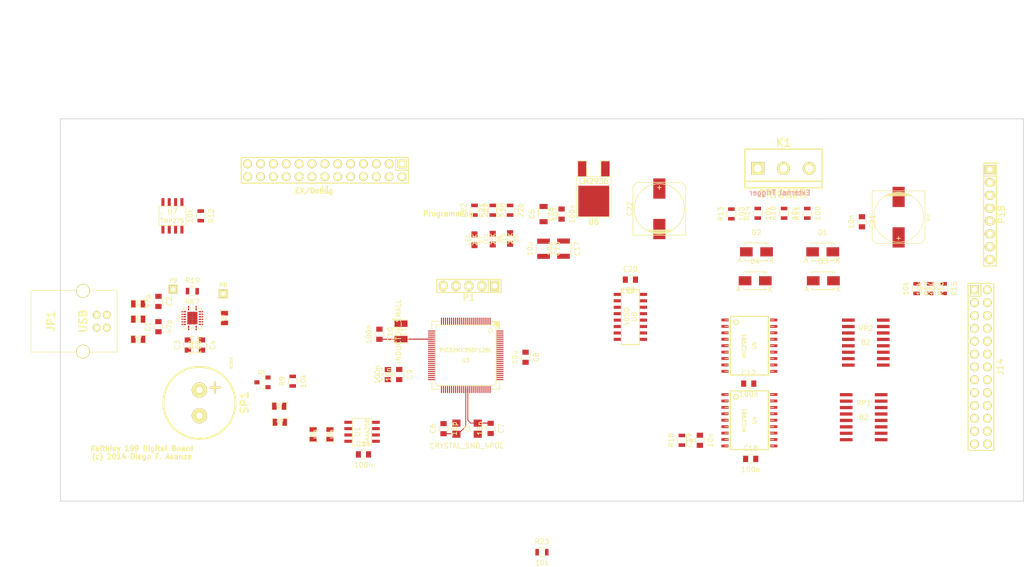
<source format=kicad_pcb>
(kicad_pcb (version 4) (host pcbnew 0.201501221216+5384~20~ubuntu14.04.1-product)

  (general
    (links 262)
    (no_connects 256)
    (area 50.597999 58.344999 240.867001 134.060001)
    (thickness 1.6)
    (drawings 23)
    (tracks 14)
    (zones 0)
    (modules 74)
    (nets 109)
  )

  (page A4)
  (title_block
    (title "Keithley 199 Digital board")
    (date "22 Mär 2014")
    (rev 1)
    (company ADM)
    (comment 1 "Created by: Diego F. Asanza")
  )

  (layers
    (0 F.Cu mixed)
    (31 B.Cu mixed)
    (32 B.Adhes user)
    (33 F.Adhes user)
    (34 B.Paste user)
    (35 F.Paste user)
    (36 B.SilkS user)
    (37 F.SilkS user)
    (38 B.Mask user)
    (39 F.Mask user)
    (40 Dwgs.User user)
    (41 Cmts.User user)
    (42 Eco1.User user)
    (43 Eco2.User user)
    (44 Edge.Cuts user)
  )

  (setup
    (last_trace_width 0.2)
    (user_trace_width 0.16)
    (user_trace_width 0.2)
    (user_trace_width 0.25)
    (user_trace_width 0.3)
    (user_trace_width 0.4)
    (user_trace_width 0.6)
    (user_trace_width 0.8)
    (user_trace_width 1)
    (user_trace_width 1.2)
    (trace_clearance 0.16)
    (zone_clearance 0.508)
    (zone_45_only no)
    (trace_min 0.15)
    (segment_width 0.2)
    (edge_width 0.15)
    (via_size 0.6)
    (via_drill 0.35)
    (via_min_size 0.6)
    (via_min_drill 0.35)
    (uvia_size 0.6)
    (uvia_drill 0.35)
    (uvias_allowed no)
    (uvia_min_size 0.55)
    (uvia_min_drill 0.3)
    (pcb_text_width 0.3)
    (pcb_text_size 1 1)
    (mod_edge_width 0.15)
    (mod_text_size 1 1)
    (mod_text_width 0.15)
    (pad_size 1.4 1)
    (pad_drill 0.6)
    (pad_to_mask_clearance 0)
    (aux_axis_origin 0 0)
    (visible_elements FFFEF77F)
    (pcbplotparams
      (layerselection 0x00030_80000001)
      (usegerberextensions true)
      (excludeedgelayer true)
      (linewidth 0.150000)
      (plotframeref false)
      (viasonmask false)
      (mode 1)
      (useauxorigin false)
      (hpglpennumber 1)
      (hpglpenspeed 20)
      (hpglpendiameter 15)
      (hpglpenoverlay 2)
      (psnegative false)
      (psa4output false)
      (plotreference true)
      (plotvalue true)
      (plotinvisibletext false)
      (padsonsilk false)
      (subtractmaskfromsilk false)
      (outputformat 1)
      (mirror false)
      (drillshape 0)
      (scaleselection 1)
      (outputdirectory gerber/))
  )

  (net 0 "")
  (net 1 +3.3V)
  (net 2 /ACOUNT)
  (net 3 /ADATA)
  (net 4 /BUZZ)
  (net 5 /DATA)
  (net 6 /EXTTRG)
  (net 7 /RxD)
  (net 8 /S0)
  (net 9 /S1)
  (net 10 /S2)
  (net 11 /SCL)
  (net 12 /SDA)
  (net 13 /TALERT)
  (net 14 /VCOMP)
  (net 15 /__t)
  (net 16 /_a)
  (net 17 /_b)
  (net 18 /_c)
  (net 19 /_d)
  (net 20 /_dp)
  (net 21 /_e)
  (net 22 /_f)
  (net 23 /_g)
  (net 24 /_h)
  (net 25 /_j)
  (net 26 /_k)
  (net 27 /_l)
  (net 28 /_m)
  (net 29 /_n)
  (net 30 /_p)
  (net 31 /a)
  (net 32 /b)
  (net 33 /c)
  (net 34 /d)
  (net 35 /d1)
  (net 36 /d10)
  (net 37 /d11)
  (net 38 /d12)
  (net 39 /d13)
  (net 40 /d14)
  (net 41 /d15)
  (net 42 /d2)
  (net 43 /d3)
  (net 44 /d4)
  (net 45 /d5)
  (net 46 /d6)
  (net 47 /d7)
  (net 48 /d8)
  (net 49 /d9)
  (net 50 /dp)
  (net 51 /e)
  (net 52 /err)
  (net 53 /f)
  (net 54 /g)
  (net 55 /h)
  (net 56 /j)
  (net 57 /k)
  (net 58 /l)
  (net 59 /m)
  (net 60 /n)
  (net 61 /ok)
  (net 62 /p)
  (net 63 /~ASTROBE)
  (net 64 /~CLOCK)
  (net 65 "Net-(C1-Pad2)")
  (net 66 "Net-(C2-Pad2)")
  (net 67 "Net-(C3-Pad2)")
  (net 68 "Net-(C6-Pad1)")
  (net 69 "Net-(C7-Pad1)")
  (net 70 "Net-(C8-Pad2)")
  (net 71 "Net-(C10-Pad2)")
  (net 72 "Net-(D5-Pad1)")
  (net 73 "Net-(D6-Pad1)")
  (net 74 "Net-(D7-Pad1)")
  (net 75 "Net-(J1-Pad1)")
  (net 76 "Net-(J1-Pad3)")
  (net 77 "Net-(J1-Pad5)")
  (net 78 "Net-(J1-Pad22)")
  (net 79 "Net-(J1-Pad20)")
  (net 80 "Net-(J1-Pad18)")
  (net 81 "Net-(J1-Pad16)")
  (net 82 "Net-(J1-Pad14)")
  (net 83 "Net-(J1-Pad12)")
  (net 84 "Net-(J1-Pad10)")
  (net 85 "Net-(J1-Pad8)")
  (net 86 "Net-(J1-Pad6)")
  (net 87 "Net-(J1-Pad4)")
  (net 88 "Net-(J1-Pad2)")
  (net 89 "Net-(JP1-Pad1)")
  (net 90 "Net-(JP1-Pad2)")
  (net 91 "Net-(JP1-Pad3)")
  (net 92 "Net-(K1-Pad1)")
  (net 93 "Net-(K1-Pad3)")
  (net 94 "Net-(P1-Pad1)")
  (net 95 "Net-(P1-Pad4)")
  (net 96 "Net-(P1-Pad5)")
  (net 97 "Net-(Q1-Pad3)")
  (net 98 "Net-(Q1-Pad1)")
  (net 99 "Net-(R1-Pad1)")
  (net 100 "Net-(R7-Pad2)")
  (net 101 /TxD)
  (net 102 /st)
  (net 103 /ACLOCK)
  (net 104 "Net-(P18-Pad4)")
  (net 105 "Net-(P18-Pad5)")
  (net 106 "Net-(P18-Pad7)")
  (net 107 VCC)
  (net 108 GND)

  (net_class Default "This is the default net class."
    (clearance 0.16)
    (trace_width 0.16)
    (via_dia 0.6)
    (via_drill 0.35)
    (uvia_dia 0.6)
    (uvia_drill 0.35)
    (add_net +3.3V)
    (add_net /ACLOCK)
    (add_net /ACOUNT)
    (add_net /ADATA)
    (add_net /BUZZ)
    (add_net /DATA)
    (add_net /EXTTRG)
    (add_net /RxD)
    (add_net /S0)
    (add_net /S1)
    (add_net /S2)
    (add_net /SCL)
    (add_net /SDA)
    (add_net /TALERT)
    (add_net /TxD)
    (add_net /VCOMP)
    (add_net /__t)
    (add_net /_a)
    (add_net /_b)
    (add_net /_c)
    (add_net /_d)
    (add_net /_dp)
    (add_net /_e)
    (add_net /_f)
    (add_net /_g)
    (add_net /_h)
    (add_net /_j)
    (add_net /_k)
    (add_net /_l)
    (add_net /_m)
    (add_net /_n)
    (add_net /_p)
    (add_net /a)
    (add_net /b)
    (add_net /c)
    (add_net /d)
    (add_net /d1)
    (add_net /d10)
    (add_net /d11)
    (add_net /d12)
    (add_net /d13)
    (add_net /d14)
    (add_net /d15)
    (add_net /d2)
    (add_net /d3)
    (add_net /d4)
    (add_net /d5)
    (add_net /d6)
    (add_net /d7)
    (add_net /d8)
    (add_net /d9)
    (add_net /dp)
    (add_net /e)
    (add_net /err)
    (add_net /f)
    (add_net /g)
    (add_net /h)
    (add_net /j)
    (add_net /k)
    (add_net /l)
    (add_net /m)
    (add_net /n)
    (add_net /ok)
    (add_net /p)
    (add_net /st)
    (add_net /~ASTROBE)
    (add_net /~CLOCK)
    (add_net GND)
    (add_net "Net-(C1-Pad2)")
    (add_net "Net-(C10-Pad2)")
    (add_net "Net-(C2-Pad2)")
    (add_net "Net-(C3-Pad2)")
    (add_net "Net-(C6-Pad1)")
    (add_net "Net-(C7-Pad1)")
    (add_net "Net-(C8-Pad2)")
    (add_net "Net-(D5-Pad1)")
    (add_net "Net-(D6-Pad1)")
    (add_net "Net-(D7-Pad1)")
    (add_net "Net-(J1-Pad1)")
    (add_net "Net-(J1-Pad10)")
    (add_net "Net-(J1-Pad12)")
    (add_net "Net-(J1-Pad14)")
    (add_net "Net-(J1-Pad16)")
    (add_net "Net-(J1-Pad18)")
    (add_net "Net-(J1-Pad2)")
    (add_net "Net-(J1-Pad20)")
    (add_net "Net-(J1-Pad22)")
    (add_net "Net-(J1-Pad3)")
    (add_net "Net-(J1-Pad4)")
    (add_net "Net-(J1-Pad5)")
    (add_net "Net-(J1-Pad6)")
    (add_net "Net-(J1-Pad8)")
    (add_net "Net-(JP1-Pad1)")
    (add_net "Net-(JP1-Pad2)")
    (add_net "Net-(JP1-Pad3)")
    (add_net "Net-(K1-Pad1)")
    (add_net "Net-(K1-Pad3)")
    (add_net "Net-(P1-Pad1)")
    (add_net "Net-(P1-Pad4)")
    (add_net "Net-(P1-Pad5)")
    (add_net "Net-(P18-Pad4)")
    (add_net "Net-(P18-Pad5)")
    (add_net "Net-(P18-Pad7)")
    (add_net "Net-(Q1-Pad1)")
    (add_net "Net-(Q1-Pad3)")
    (add_net "Net-(R1-Pad1)")
    (add_net "Net-(R7-Pad2)")
    (add_net VCC)
  )

  (net_class power ""
    (clearance 0.3)
    (trace_width 0.2)
    (via_dia 0.6)
    (via_drill 0.35)
    (uvia_dia 0.6)
    (uvia_drill 0.35)
  )

  (module SOIC_Packages:SOIC-8_N (layer F.Cu) (tedit 53164B59) (tstamp 53179B13)
    (at 110.2106 120.269 90)
    (descr "module CMS SOJ 8 pins etroit")
    (tags "CMS SOJ")
    (path /5314D276)
    (attr smd)
    (fp_text reference U1 (at 0 -0.889 90) (layer F.SilkS)
      (effects (font (size 1 1) (thickness 0.15)))
    )
    (fp_text value 24AA256 (at 0 1.016 90) (layer F.SilkS)
      (effects (font (size 0.8 0.8) (thickness 0.15)))
    )
    (fp_line (start -2.667 1.778) (end -2.667 1.905) (layer F.SilkS) (width 0.127))
    (fp_line (start -2.667 1.905) (end 2.667 1.905) (layer F.SilkS) (width 0.127))
    (fp_line (start 2.667 -1.905) (end -2.667 -1.905) (layer F.SilkS) (width 0.127))
    (fp_line (start -2.667 -1.905) (end -2.667 1.778) (layer F.SilkS) (width 0.127))
    (fp_line (start -2.667 -0.508) (end -2.159 -0.508) (layer F.SilkS) (width 0.127))
    (fp_line (start -2.159 -0.508) (end -2.159 0.508) (layer F.SilkS) (width 0.127))
    (fp_line (start -2.159 0.508) (end -2.667 0.508) (layer F.SilkS) (width 0.127))
    (fp_line (start 2.667 -1.905) (end 2.667 1.905) (layer F.SilkS) (width 0.127))
    (pad 8 smd rect (at -1.875 -2.7 90) (size 0.6 1.6) (layers F.Cu F.Paste F.Mask)
      (net 1 +3.3V))
    (pad 1 smd rect (at -1.875 2.7 90) (size 0.6 1.6) (layers F.Cu F.Paste F.Mask)
      (net 108 GND))
    (pad 7 smd rect (at -0.625 -2.7 90) (size 0.6 1.6) (layers F.Cu F.Paste F.Mask)
      (net 108 GND))
    (pad 6 smd rect (at 0.625 -2.7 90) (size 0.6 1.6) (layers F.Cu F.Paste F.Mask)
      (net 11 /SCL))
    (pad 5 smd rect (at 1.875 -2.7 90) (size 0.6 1.6) (layers F.Cu F.Paste F.Mask)
      (net 12 /SDA))
    (pad 2 smd rect (at -0.625 2.7 90) (size 0.6 1.6) (layers F.Cu F.Paste F.Mask)
      (net 108 GND))
    (pad 3 smd rect (at 0.625 2.7 90) (size 0.6 1.6) (layers F.Cu F.Paste F.Mask)
      (net 108 GND))
    (pad 4 smd rect (at 1.875 2.7 90) (size 0.6 1.6) (layers F.Cu F.Paste F.Mask)
      (net 108 GND))
    (model smd/cms_so8.wrl
      (at (xyz 0 0 0))
      (scale (xyz 0.5 0.32 0.5))
      (rotate (xyz 0 0 0))
    )
  )

  (module Connect:USB_B (layer F.Cu) (tedit 532DDBF4) (tstamp 53164D31)
    (at 55.118 98.425 270)
    (tags USB)
    (path /53165C12)
    (fp_text reference JP1 (at 0 6.35 270) (layer F.SilkS)
      (effects (font (thickness 0.3048)))
    )
    (fp_text value USB (at 0 0 270) (layer F.SilkS)
      (effects (font (thickness 0.3048)))
    )
    (fp_line (start -6.096 10.287) (end 6.096 10.287) (layer F.SilkS) (width 0.127))
    (fp_line (start 6.096 10.287) (end 6.096 -6.731) (layer F.SilkS) (width 0.127))
    (fp_line (start 6.096 -6.731) (end -6.096 -6.731) (layer F.SilkS) (width 0.127))
    (fp_line (start -6.096 -6.731) (end -6.096 10.287) (layer F.SilkS) (width 0.127))
    (pad 1 thru_hole circle (at 1.27 -4.699 270) (size 1.524 1.524) (drill 0.8128) (layers *.Cu *.Mask F.SilkS)
      (net 89 "Net-(JP1-Pad1)"))
    (pad 2 thru_hole circle (at -1.27 -4.699 270) (size 1.524 1.524) (drill 0.8128) (layers *.Cu *.Mask F.SilkS)
      (net 90 "Net-(JP1-Pad2)"))
    (pad 3 thru_hole circle (at -1.27 -2.70002 270) (size 1.524 1.524) (drill 0.8128) (layers *.Cu *.Mask F.SilkS)
      (net 91 "Net-(JP1-Pad3)"))
    (pad 4 thru_hole circle (at 1.27 -2.70002 270) (size 1.524 1.524) (drill 0.8128) (layers *.Cu *.Mask F.SilkS)
      (net 108 GND))
    (pad 5 thru_hole circle (at 5.99948 0 270) (size 2.70002 2.70002) (drill 2.30124) (layers *.Cu *.Mask F.SilkS)
      (net 108 GND))
    (pad 6 thru_hole circle (at -5.99948 0 270) (size 2.70002 2.70002) (drill 2.30124) (layers *.Cu *.Mask F.SilkS)
      (net 108 GND))
    (model Connectors/USB_type_B.wrl
      (at (xyz 0 0 0.001))
      (scale (xyz 0.3937 0.3937 0.3937))
      (rotate (xyz 0 0 0))
    )
  )

  (module SMD_Packages:SM0805 (layer F.Cu) (tedit 53164B5C) (tstamp 53164D3E)
    (at 66.008 102 180)
    (path /5316578A)
    (attr smd)
    (fp_text reference R1 (at 0 -0.3175 180) (layer F.SilkS)
      (effects (font (size 0.50038 0.50038) (thickness 0.10922)))
    )
    (fp_text value 4K7 (at 0 0.381 180) (layer F.SilkS)
      (effects (font (size 0.50038 0.50038) (thickness 0.10922)))
    )
    (fp_circle (center -1.651 0.762) (end -1.651 0.635) (layer F.SilkS) (width 0.09906))
    (fp_line (start -0.508 0.762) (end -1.524 0.762) (layer F.SilkS) (width 0.09906))
    (fp_line (start -1.524 0.762) (end -1.524 -0.762) (layer F.SilkS) (width 0.09906))
    (fp_line (start -1.524 -0.762) (end -0.508 -0.762) (layer F.SilkS) (width 0.09906))
    (fp_line (start 0.508 -0.762) (end 1.524 -0.762) (layer F.SilkS) (width 0.09906))
    (fp_line (start 1.524 -0.762) (end 1.524 0.762) (layer F.SilkS) (width 0.09906))
    (fp_line (start 1.524 0.762) (end 0.508 0.762) (layer F.SilkS) (width 0.09906))
    (pad 1 smd rect (at -0.9525 0 180) (size 0.889 1.397) (layers F.Cu F.Paste F.Mask)
      (net 99 "Net-(R1-Pad1)"))
    (pad 2 smd rect (at 0.9525 0 180) (size 0.889 1.397) (layers F.Cu F.Paste F.Mask)
      (net 89 "Net-(JP1-Pad1)"))
    (model smd/chip_cms.wrl
      (at (xyz 0 0 0))
      (scale (xyz 0.1 0.1 0.1))
      (rotate (xyz 0 0 0))
    )
  )

  (module SMD_Packages:SM0805 (layer F.Cu) (tedit 53164B5C) (tstamp 53164D4B)
    (at 66.008 98 180)
    (path /5316371A)
    (attr smd)
    (fp_text reference R2 (at 0 -0.3175 180) (layer F.SilkS)
      (effects (font (size 0.50038 0.50038) (thickness 0.10922)))
    )
    (fp_text value 27 (at 0 0.381 180) (layer F.SilkS)
      (effects (font (size 0.50038 0.50038) (thickness 0.10922)))
    )
    (fp_circle (center -1.651 0.762) (end -1.651 0.635) (layer F.SilkS) (width 0.09906))
    (fp_line (start -0.508 0.762) (end -1.524 0.762) (layer F.SilkS) (width 0.09906))
    (fp_line (start -1.524 0.762) (end -1.524 -0.762) (layer F.SilkS) (width 0.09906))
    (fp_line (start -1.524 -0.762) (end -0.508 -0.762) (layer F.SilkS) (width 0.09906))
    (fp_line (start 0.508 -0.762) (end 1.524 -0.762) (layer F.SilkS) (width 0.09906))
    (fp_line (start 1.524 -0.762) (end 1.524 0.762) (layer F.SilkS) (width 0.09906))
    (fp_line (start 1.524 0.762) (end 0.508 0.762) (layer F.SilkS) (width 0.09906))
    (pad 1 smd rect (at -0.9525 0 180) (size 0.889 1.397) (layers F.Cu F.Paste F.Mask)
      (net 65 "Net-(C1-Pad2)"))
    (pad 2 smd rect (at 0.9525 0 180) (size 0.889 1.397) (layers F.Cu F.Paste F.Mask)
      (net 90 "Net-(JP1-Pad2)"))
    (model smd/chip_cms.wrl
      (at (xyz 0 0 0))
      (scale (xyz 0.1 0.1 0.1))
      (rotate (xyz 0 0 0))
    )
  )

  (module SMD_Packages:SM0805 (layer F.Cu) (tedit 53164B5C) (tstamp 53164D58)
    (at 66.008 95 180)
    (path /5316372F)
    (attr smd)
    (fp_text reference R3 (at 0 -0.3175 180) (layer F.SilkS)
      (effects (font (size 0.50038 0.50038) (thickness 0.10922)))
    )
    (fp_text value 27 (at 0 0.381 180) (layer F.SilkS)
      (effects (font (size 0.50038 0.50038) (thickness 0.10922)))
    )
    (fp_circle (center -1.651 0.762) (end -1.651 0.635) (layer F.SilkS) (width 0.09906))
    (fp_line (start -0.508 0.762) (end -1.524 0.762) (layer F.SilkS) (width 0.09906))
    (fp_line (start -1.524 0.762) (end -1.524 -0.762) (layer F.SilkS) (width 0.09906))
    (fp_line (start -1.524 -0.762) (end -0.508 -0.762) (layer F.SilkS) (width 0.09906))
    (fp_line (start 0.508 -0.762) (end 1.524 -0.762) (layer F.SilkS) (width 0.09906))
    (fp_line (start 1.524 -0.762) (end 1.524 0.762) (layer F.SilkS) (width 0.09906))
    (fp_line (start 1.524 0.762) (end 0.508 0.762) (layer F.SilkS) (width 0.09906))
    (pad 1 smd rect (at -0.9525 0 180) (size 0.889 1.397) (layers F.Cu F.Paste F.Mask)
      (net 66 "Net-(C2-Pad2)"))
    (pad 2 smd rect (at 0.9525 0 180) (size 0.889 1.397) (layers F.Cu F.Paste F.Mask)
      (net 91 "Net-(JP1-Pad3)"))
    (model smd/chip_cms.wrl
      (at (xyz 0 0 0))
      (scale (xyz 0.1 0.1 0.1))
      (rotate (xyz 0 0 0))
    )
  )

  (module SMD_Packages:SM0805 (layer F.Cu) (tedit 53164B5C) (tstamp 53164D65)
    (at 83.058 97.79 270)
    (path /5316579A)
    (attr smd)
    (fp_text reference R4 (at 0 -0.3175 270) (layer F.SilkS)
      (effects (font (size 0.50038 0.50038) (thickness 0.10922)))
    )
    (fp_text value 10K (at 0 0.381 270) (layer F.SilkS)
      (effects (font (size 0.50038 0.50038) (thickness 0.10922)))
    )
    (fp_circle (center -1.651 0.762) (end -1.651 0.635) (layer F.SilkS) (width 0.09906))
    (fp_line (start -0.508 0.762) (end -1.524 0.762) (layer F.SilkS) (width 0.09906))
    (fp_line (start -1.524 0.762) (end -1.524 -0.762) (layer F.SilkS) (width 0.09906))
    (fp_line (start -1.524 -0.762) (end -0.508 -0.762) (layer F.SilkS) (width 0.09906))
    (fp_line (start 0.508 -0.762) (end 1.524 -0.762) (layer F.SilkS) (width 0.09906))
    (fp_line (start 1.524 -0.762) (end 1.524 0.762) (layer F.SilkS) (width 0.09906))
    (fp_line (start 1.524 0.762) (end 0.508 0.762) (layer F.SilkS) (width 0.09906))
    (pad 1 smd rect (at -0.9525 0 270) (size 0.889 1.397) (layers F.Cu F.Paste F.Mask)
      (net 99 "Net-(R1-Pad1)"))
    (pad 2 smd rect (at 0.9525 0 270) (size 0.889 1.397) (layers F.Cu F.Paste F.Mask)
      (net 108 GND))
    (model smd/chip_cms.wrl
      (at (xyz 0 0 0))
      (scale (xyz 0.1 0.1 0.1))
      (rotate (xyz 0 0 0))
    )
  )

  (module SMD_Packages:SM0805 (layer F.Cu) (tedit 53164B5C) (tstamp 53164D72)
    (at 103.8606 120.777 90)
    (path /5314F6A1)
    (attr smd)
    (fp_text reference R5 (at 0 -0.3175 90) (layer F.SilkS)
      (effects (font (size 0.50038 0.50038) (thickness 0.10922)))
    )
    (fp_text value 1k75 (at 0 0.381 90) (layer F.SilkS)
      (effects (font (size 0.50038 0.50038) (thickness 0.10922)))
    )
    (fp_circle (center -1.651 0.762) (end -1.651 0.635) (layer F.SilkS) (width 0.09906))
    (fp_line (start -0.508 0.762) (end -1.524 0.762) (layer F.SilkS) (width 0.09906))
    (fp_line (start -1.524 0.762) (end -1.524 -0.762) (layer F.SilkS) (width 0.09906))
    (fp_line (start -1.524 -0.762) (end -0.508 -0.762) (layer F.SilkS) (width 0.09906))
    (fp_line (start 0.508 -0.762) (end 1.524 -0.762) (layer F.SilkS) (width 0.09906))
    (fp_line (start 1.524 -0.762) (end 1.524 0.762) (layer F.SilkS) (width 0.09906))
    (fp_line (start 1.524 0.762) (end 0.508 0.762) (layer F.SilkS) (width 0.09906))
    (pad 1 smd rect (at -0.9525 0 90) (size 0.889 1.397) (layers F.Cu F.Paste F.Mask)
      (net 1 +3.3V))
    (pad 2 smd rect (at 0.9525 0 90) (size 0.889 1.397) (layers F.Cu F.Paste F.Mask)
      (net 11 /SCL))
    (model smd/chip_cms.wrl
      (at (xyz 0 0 0))
      (scale (xyz 0.1 0.1 0.1))
      (rotate (xyz 0 0 0))
    )
  )

  (module SMD_Packages:SM0805 (layer F.Cu) (tedit 53164B5C) (tstamp 53164D7F)
    (at 100.5586 120.777 90)
    (path /5314F6B3)
    (attr smd)
    (fp_text reference R6 (at 0 -0.3175 90) (layer F.SilkS)
      (effects (font (size 0.50038 0.50038) (thickness 0.10922)))
    )
    (fp_text value 1k75 (at 0 0.381 90) (layer F.SilkS)
      (effects (font (size 0.50038 0.50038) (thickness 0.10922)))
    )
    (fp_circle (center -1.651 0.762) (end -1.651 0.635) (layer F.SilkS) (width 0.09906))
    (fp_line (start -0.508 0.762) (end -1.524 0.762) (layer F.SilkS) (width 0.09906))
    (fp_line (start -1.524 0.762) (end -1.524 -0.762) (layer F.SilkS) (width 0.09906))
    (fp_line (start -1.524 -0.762) (end -0.508 -0.762) (layer F.SilkS) (width 0.09906))
    (fp_line (start 0.508 -0.762) (end 1.524 -0.762) (layer F.SilkS) (width 0.09906))
    (fp_line (start 1.524 -0.762) (end 1.524 0.762) (layer F.SilkS) (width 0.09906))
    (fp_line (start 1.524 0.762) (end 0.508 0.762) (layer F.SilkS) (width 0.09906))
    (pad 1 smd rect (at -0.9525 0 90) (size 0.889 1.397) (layers F.Cu F.Paste F.Mask)
      (net 1 +3.3V))
    (pad 2 smd rect (at 0.9525 0 90) (size 0.889 1.397) (layers F.Cu F.Paste F.Mask)
      (net 12 /SDA))
    (model smd/chip_cms.wrl
      (at (xyz 0 0 0))
      (scale (xyz 0.1 0.1 0.1))
      (rotate (xyz 0 0 0))
    )
  )

  (module qfn:pvqfn-n16 (layer F.Cu) (tedit 4E4BECC1) (tstamp 53164DB2)
    (at 76.708 97.79 270)
    (descr "Plastic QFP, TI PVQFN-N16")
    (path /53150570)
    (fp_text reference U2 (at 0 -2.70002 270) (layer F.SilkS)
      (effects (font (size 0.29972 0.29972) (thickness 0.06096)))
    )
    (fp_text value FT230x (at 0 2.70002 270) (layer F.SilkS)
      (effects (font (size 0.29972 0.29972) (thickness 0.06096)))
    )
    (fp_line (start -1.99898 -1.80086) (end 1.99898 -1.80086) (layer F.SilkS) (width 0.127))
    (fp_line (start 1.99898 1.80086) (end -1.99898 1.80086) (layer F.SilkS) (width 0.127))
    (fp_circle (center -1.6002 1.39954) (end -1.7018 1.39954) (layer F.SilkS) (width 0.127))
    (fp_line (start 1.99898 -1.80086) (end 1.99898 1.80086) (layer F.SilkS) (width 0.127))
    (fp_line (start -1.99898 1.80086) (end -1.99898 -1.80086) (layer F.SilkS) (width 0.127))
    (pad 2 smd rect (at -1.24968 1.69926 270) (size 0.23876 0.89916) (layers F.Cu F.Paste F.Mask)
      (net 7 /RxD) (solder_mask_margin 0.07112))
    (pad 3 smd rect (at -0.7493 1.69926 270) (size 0.23876 0.89916) (layers F.Cu F.Paste F.Mask)
      (net 108 GND) (solder_mask_margin 0.07112))
    (pad 4 smd rect (at -0.24892 1.69926 270) (size 0.23876 0.89916) (layers F.Cu F.Paste F.Mask)
      (solder_mask_margin 0.07112))
    (pad 5 smd rect (at 0.24892 1.69926 270) (size 0.23876 0.89916) (layers F.Cu F.Paste F.Mask)
      (solder_mask_margin 0.07112))
    (pad 6 smd rect (at 0.7493 1.69926 270) (size 0.23876 0.89916) (layers F.Cu F.Paste F.Mask)
      (net 66 "Net-(C2-Pad2)") (solder_mask_margin 0.07112))
    (pad 8 smd rect (at 1.95072 0.7493 270) (size 0.89916 0.23876) (layers F.Cu F.Paste F.Mask)
      (net 67 "Net-(C3-Pad2)") (solder_mask_margin 0.07112))
    (pad 9 smd rect (at 1.95072 -0.7493 270) (size 0.89916 0.23876) (layers F.Cu F.Paste F.Mask)
      (net 67 "Net-(C3-Pad2)") (solder_mask_margin 0.07112))
    (pad 10 smd rect (at 1.24968 -1.69926 270) (size 0.23876 0.89916) (layers F.Cu F.Paste F.Mask)
      (net 1 +3.3V) (solder_mask_margin 0.07112))
    (pad 11 smd rect (at 0.7493 -1.69926 270) (size 0.23876 0.89916) (layers F.Cu F.Paste F.Mask)
      (solder_mask_margin 0.07112))
    (pad 12 smd rect (at 0.24892 -1.69926 270) (size 0.23876 0.89916) (layers F.Cu F.Paste F.Mask)
      (solder_mask_margin 0.07112))
    (pad 13 smd rect (at -0.24892 -1.69926 270) (size 0.23876 0.89916) (layers F.Cu F.Paste F.Mask)
      (net 108 GND) (solder_mask_margin 0.07112))
    (pad 14 smd rect (at -0.7493 -1.69926 270) (size 0.23876 0.89916) (layers F.Cu F.Paste F.Mask)
      (net 99 "Net-(R1-Pad1)") (solder_mask_margin 0.07112))
    (pad 16 smd rect (at -1.95072 -0.7493 270) (size 0.89916 0.23876) (layers F.Cu F.Paste F.Mask)
      (solder_mask_margin 0.07112))
    (pad 1 smd rect (at -1.95072 0.7493 270) (size 0.89916 0.23876) (layers F.Cu F.Paste F.Mask)
      (net 67 "Net-(C3-Pad2)") (solder_mask_margin 0.07112))
    (pad 17 smd rect (at 0.7493 0.50038 270) (size 1.00076 1.00076) (layers F.Cu F.Paste F.Mask)
      (net 108 GND) (solder_mask_margin 0.07112) (solder_paste_margin -0.09906))
    (pad 17 smd rect (at -0.7493 0.50038 270) (size 1.00076 1.00076) (layers F.Cu F.Paste F.Mask)
      (net 108 GND) (solder_mask_margin 0.07112) (solder_paste_margin -0.09906))
    (pad 17 smd rect (at -0.7493 -0.50038 270) (size 1.00076 1.00076) (layers F.Cu F.Paste F.Mask)
      (net 108 GND) (solder_mask_margin 0.07112) (solder_paste_margin -0.09906))
    (pad 17 smd rect (at 0.7493 -0.50038 270) (size 1.00076 1.00076) (layers F.Cu F.Paste F.Mask)
      (net 108 GND) (solder_mask_margin 0.07112) (solder_paste_margin -0.09906))
    (pad 7 smd rect (at 1.24968 1.69926 270) (size 0.23876 0.89916) (layers F.Cu F.Paste F.Mask)
      (net 65 "Net-(C1-Pad2)") (solder_mask_margin 0.07112))
    (pad 15 smd rect (at -1.24968 -1.69926 270) (size 0.23876 0.89916) (layers F.Cu F.Paste F.Mask)
      (net 101 /TxD) (solder_mask_margin 0.07112))
    (pad 17 smd rect (at 0 -0.50038 270) (size 0.50038 1.00076) (layers F.Cu F.Paste F.Mask)
      (net 108 GND) (solder_mask_margin 0.07112) (solder_paste_margin -0.09906))
    (pad 17 smd rect (at 0 0.50038 270) (size 0.50038 1.00076) (layers F.Cu F.Paste F.Mask)
      (net 108 GND) (solder_mask_margin 0.07112) (solder_paste_margin -0.09906))
    (model walter/smd_qfn/r-pvqfn-n16.wrl
      (at (xyz 0 0 0))
      (scale (xyz 1 1 1))
      (rotate (xyz 0 0 0))
    )
  )

  (module Pin_Headers:Pin_Header_Straight_1x05 (layer F.Cu) (tedit 53179C02) (tstamp 53179D44)
    (at 131.318 91.44 180)
    (descr "1 pin")
    (tags "CONN DEV")
    (path /5314DD25)
    (fp_text reference P1 (at 0 -2.286 180) (layer F.SilkS)
      (effects (font (size 1.27 1.27) (thickness 0.2032)))
    )
    (fp_text value PROG (at 0 0 180) (layer F.SilkS) hide
      (effects (font (size 1.27 1.27) (thickness 0.2032)))
    )
    (fp_line (start -3.81 -1.27) (end 6.35 -1.27) (layer F.SilkS) (width 0.254))
    (fp_line (start 6.35 -1.27) (end 6.35 1.27) (layer F.SilkS) (width 0.254))
    (fp_line (start 6.35 1.27) (end -3.81 1.27) (layer F.SilkS) (width 0.254))
    (fp_line (start -6.35 -1.27) (end -3.81 -1.27) (layer F.SilkS) (width 0.254))
    (fp_line (start -3.81 -1.27) (end -3.81 1.27) (layer F.SilkS) (width 0.254))
    (fp_line (start -6.35 -1.27) (end -6.35 1.27) (layer F.SilkS) (width 0.254))
    (fp_line (start -6.35 1.27) (end -3.81 1.27) (layer F.SilkS) (width 0.254))
    (pad 1 thru_hole rect (at -5.08 0 180) (size 1.7272 2.032) (drill 1.016) (layers *.Cu *.Mask F.SilkS)
      (net 94 "Net-(P1-Pad1)"))
    (pad 2 thru_hole oval (at -2.54 0 180) (size 1.7272 2.032) (drill 1.016) (layers *.Cu *.Mask F.SilkS)
      (net 1 +3.3V))
    (pad 3 thru_hole oval (at 0 0 180) (size 1.7272 2.032) (drill 1.016) (layers *.Cu *.Mask F.SilkS)
      (net 108 GND))
    (pad 4 thru_hole oval (at 2.54 0 180) (size 1.7272 2.032) (drill 1.016) (layers *.Cu *.Mask F.SilkS)
      (net 95 "Net-(P1-Pad4)"))
    (pad 5 thru_hole oval (at 5.08 0 180) (size 1.7272 2.032) (drill 1.016) (layers *.Cu *.Mask F.SilkS)
      (net 96 "Net-(P1-Pad5)"))
    (model Pin_Headers/Pin_Header_Straight_1x05.wrl
      (at (xyz 0 0 0))
      (scale (xyz 1 1 1))
      (rotate (xyz 0 0 0))
    )
  )

  (module Pin_Headers:Pin_Header_Straight_1x08 (layer F.Cu) (tedit 53179C02) (tstamp 53179D57)
    (at 234.188 77.343 270)
    (descr "1 pin")
    (tags "CONN DEV")
    (path /5313B356)
    (fp_text reference P18 (at 0 -2.286 270) (layer F.SilkS)
      (effects (font (size 1.27 1.27) (thickness 0.2032)))
    )
    (fp_text value CONN_8 (at 0 0 270) (layer F.SilkS) hide
      (effects (font (size 1.27 1.27) (thickness 0.2032)))
    )
    (fp_line (start -7.62 -1.27) (end 10.16 -1.27) (layer F.SilkS) (width 0.254))
    (fp_line (start 10.16 -1.27) (end 10.16 1.27) (layer F.SilkS) (width 0.254))
    (fp_line (start 10.16 1.27) (end -7.62 1.27) (layer F.SilkS) (width 0.254))
    (fp_line (start -10.16 -1.27) (end -7.62 -1.27) (layer F.SilkS) (width 0.254))
    (fp_line (start -7.62 -1.27) (end -7.62 1.27) (layer F.SilkS) (width 0.254))
    (fp_line (start -10.16 -1.27) (end -10.16 1.27) (layer F.SilkS) (width 0.254))
    (fp_line (start -10.16 1.27) (end -7.62 1.27) (layer F.SilkS) (width 0.254))
    (pad 1 thru_hole rect (at -8.89 0 270) (size 1.7272 2.032) (drill 1.016) (layers *.Cu *.Mask F.SilkS)
      (net 107 VCC))
    (pad 2 thru_hole oval (at -6.35 0 270) (size 1.7272 2.032) (drill 1.016) (layers *.Cu *.Mask F.SilkS))
    (pad 3 thru_hole oval (at -3.81 0 270) (size 1.7272 2.032) (drill 1.016) (layers *.Cu *.Mask F.SilkS))
    (pad 4 thru_hole oval (at -1.27 0 270) (size 1.7272 2.032) (drill 1.016) (layers *.Cu *.Mask F.SilkS)
      (net 104 "Net-(P18-Pad4)"))
    (pad 5 thru_hole oval (at 1.27 0 270) (size 1.7272 2.032) (drill 1.016) (layers *.Cu *.Mask F.SilkS)
      (net 105 "Net-(P18-Pad5)"))
    (pad 6 thru_hole oval (at 3.81 0 270) (size 1.7272 2.032) (drill 1.016) (layers *.Cu *.Mask F.SilkS)
      (net 2 /ACOUNT))
    (pad 7 thru_hole oval (at 6.35 0 270) (size 1.7272 2.032) (drill 1.016) (layers *.Cu *.Mask F.SilkS)
      (net 106 "Net-(P18-Pad7)"))
    (pad 8 thru_hole oval (at 8.89 0 270) (size 1.7272 2.032) (drill 1.016) (layers *.Cu *.Mask F.SilkS)
      (net 108 GND))
    (model Pin_Headers/Pin_Header_Straight_1x08.wrl
      (at (xyz 0 0 0))
      (scale (xyz 1 1 1))
      (rotate (xyz 0 0 0))
    )
  )

  (module Capacitors_SMD:c_elec_10x10 (layer F.Cu) (tedit 531A072C) (tstamp 531A0977)
    (at 216.154 77.851 270)
    (descr "SMT capacitor, aluminium electrolytic, 10x10")
    (path /5318F264)
    (fp_text reference C11 (at 0 -5.842 270) (layer F.SilkS)
      (effects (font (size 0.50038 0.50038) (thickness 0.11938)))
    )
    (fp_text value 220u/10v (at 0 5.842 270) (layer F.SilkS) hide
      (effects (font (size 0.50038 0.50038) (thickness 0.11938)))
    )
    (fp_line (start -4.826 1.016) (end -4.826 -1.016) (layer F.SilkS) (width 0.127))
    (fp_line (start -4.699 -1.397) (end -4.699 1.524) (layer F.SilkS) (width 0.127))
    (fp_line (start -4.572 1.778) (end -4.572 -1.778) (layer F.SilkS) (width 0.127))
    (fp_line (start -4.445 -2.159) (end -4.445 2.159) (layer F.SilkS) (width 0.127))
    (fp_line (start -4.318 2.413) (end -4.318 -2.413) (layer F.SilkS) (width 0.127))
    (fp_line (start -4.191 -2.54) (end -4.191 2.54) (layer F.SilkS) (width 0.127))
    (fp_circle (center 0 0) (end 4.953 0) (layer F.SilkS) (width 0.127))
    (fp_line (start -5.207 -5.207) (end -5.207 5.207) (layer F.SilkS) (width 0.127))
    (fp_line (start -5.207 5.207) (end 4.445 5.207) (layer F.SilkS) (width 0.127))
    (fp_line (start 4.445 5.207) (end 5.207 4.445) (layer F.SilkS) (width 0.127))
    (fp_line (start 5.207 4.445) (end 5.207 -4.445) (layer F.SilkS) (width 0.127))
    (fp_line (start 5.207 -4.445) (end 4.445 -5.207) (layer F.SilkS) (width 0.127))
    (fp_line (start 4.445 -5.207) (end -5.207 -5.207) (layer F.SilkS) (width 0.127))
    (fp_line (start 4.572 0) (end 3.81 0) (layer F.SilkS) (width 0.127))
    (fp_line (start 4.191 -0.381) (end 4.191 0.381) (layer F.SilkS) (width 0.127))
    (pad 1 smd rect (at 4.0005 0 270) (size 4.0005 2.4003) (layers F.Cu F.Paste F.Mask)
      (net 108 GND))
    (pad 2 smd rect (at -4.0005 0 270) (size 4.0005 2.4003) (layers F.Cu F.Paste F.Mask)
      (net 107 VCC))
    (model smd/capacitors/c_elec_10x10.wrl
      (at (xyz 0 0 0))
      (scale (xyz 1 1 1))
      (rotate (xyz 0 0 0))
    )
  )

  (module Connect:bornier3 (layer F.Cu) (tedit 531A072A) (tstamp 531A0ACF)
    (at 193.421 68.2244)
    (descr "Bornier d'alimentation 3 pins")
    (tags DEV)
    (path /53192D1C)
    (fp_text reference K1 (at 0 -5.08) (layer F.SilkS)
      (effects (font (thickness 0.3048)))
    )
    (fp_text value TRIGGER (at 0 5.08) (layer F.SilkS)
      (effects (font (thickness 0.3048)))
    )
    (fp_line (start -7.62 3.81) (end -7.62 -3.81) (layer F.SilkS) (width 0.3048))
    (fp_line (start 7.62 3.81) (end 7.62 -3.81) (layer F.SilkS) (width 0.3048))
    (fp_line (start -7.62 2.54) (end 7.62 2.54) (layer F.SilkS) (width 0.3048))
    (fp_line (start -7.62 -3.81) (end 7.62 -3.81) (layer F.SilkS) (width 0.3048))
    (fp_line (start -7.62 3.81) (end 7.62 3.81) (layer F.SilkS) (width 0.3048))
    (pad 1 thru_hole rect (at -5.08 0) (size 2.54 2.54) (drill 1.524) (layers *.Cu *.Mask F.SilkS)
      (net 92 "Net-(K1-Pad1)"))
    (pad 2 thru_hole circle (at 0 0) (size 2.54 2.54) (drill 1.524) (layers *.Cu *.Mask F.SilkS)
      (net 108 GND))
    (pad 3 thru_hole circle (at 5.08 0) (size 2.54 2.54) (drill 1.524) (layers *.Cu *.Mask F.SilkS)
      (net 93 "Net-(K1-Pad3)"))
    (model Device/bornier_3.wrl
      (at (xyz 0 0 0))
      (scale (xyz 1 1 1))
      (rotate (xyz 0 0 0))
    )
  )

  (module SMD_Packages:SM0805 (layer F.Cu) (tedit 531A0721) (tstamp 531A0AEB)
    (at 93.98 118.3894 180)
    (path /5317A692)
    (attr smd)
    (fp_text reference R7 (at 0 -0.3175 180) (layer F.SilkS)
      (effects (font (size 0.50038 0.50038) (thickness 0.10922)))
    )
    (fp_text value 220 (at 0 0.381 180) (layer F.SilkS)
      (effects (font (size 0.50038 0.50038) (thickness 0.10922)))
    )
    (fp_circle (center -1.651 0.762) (end -1.651 0.635) (layer F.SilkS) (width 0.09906))
    (fp_line (start -0.508 0.762) (end -1.524 0.762) (layer F.SilkS) (width 0.09906))
    (fp_line (start -1.524 0.762) (end -1.524 -0.762) (layer F.SilkS) (width 0.09906))
    (fp_line (start -1.524 -0.762) (end -0.508 -0.762) (layer F.SilkS) (width 0.09906))
    (fp_line (start 0.508 -0.762) (end 1.524 -0.762) (layer F.SilkS) (width 0.09906))
    (fp_line (start 1.524 -0.762) (end 1.524 0.762) (layer F.SilkS) (width 0.09906))
    (fp_line (start 1.524 0.762) (end 0.508 0.762) (layer F.SilkS) (width 0.09906))
    (pad 1 smd rect (at -0.9525 0 180) (size 0.889 1.397) (layers F.Cu F.Paste F.Mask)
      (net 1 +3.3V))
    (pad 2 smd rect (at 0.9525 0 180) (size 0.889 1.397) (layers F.Cu F.Paste F.Mask)
      (net 100 "Net-(R7-Pad2)"))
    (model smd/chip_cms.wrl
      (at (xyz 0 0 0))
      (scale (xyz 0.1 0.1 0.1))
      (rotate (xyz 0 0 0))
    )
  )

  (module SMD_Packages:SM0805 (layer F.Cu) (tedit 531A0721) (tstamp 531A0AF8)
    (at 93.853 115.2144 180)
    (path /5317AC39)
    (attr smd)
    (fp_text reference R8 (at 0 -0.3175 180) (layer F.SilkS)
      (effects (font (size 0.50038 0.50038) (thickness 0.10922)))
    )
    (fp_text value 4k7 (at 0 0.381 180) (layer F.SilkS)
      (effects (font (size 0.50038 0.50038) (thickness 0.10922)))
    )
    (fp_circle (center -1.651 0.762) (end -1.651 0.635) (layer F.SilkS) (width 0.09906))
    (fp_line (start -0.508 0.762) (end -1.524 0.762) (layer F.SilkS) (width 0.09906))
    (fp_line (start -1.524 0.762) (end -1.524 -0.762) (layer F.SilkS) (width 0.09906))
    (fp_line (start -1.524 -0.762) (end -0.508 -0.762) (layer F.SilkS) (width 0.09906))
    (fp_line (start 0.508 -0.762) (end 1.524 -0.762) (layer F.SilkS) (width 0.09906))
    (fp_line (start 1.524 -0.762) (end 1.524 0.762) (layer F.SilkS) (width 0.09906))
    (fp_line (start 1.524 0.762) (end 0.508 0.762) (layer F.SilkS) (width 0.09906))
    (pad 1 smd rect (at -0.9525 0 180) (size 0.889 1.397) (layers F.Cu F.Paste F.Mask)
      (net 4 /BUZZ))
    (pad 2 smd rect (at 0.9525 0 180) (size 0.889 1.397) (layers F.Cu F.Paste F.Mask)
      (net 98 "Net-(Q1-Pad1)"))
    (model smd/chip_cms.wrl
      (at (xyz 0 0 0))
      (scale (xyz 0.1 0.1 0.1))
      (rotate (xyz 0 0 0))
    )
  )

  (module Capacitors_Elko_ThroughHole:Elko_vert_DM14_RM5 (layer F.Cu) (tedit 531A072E) (tstamp 531A0B5D)
    (at 78.105 114.554 270)
    (descr "Electrolytic Capacitor, vertical, diameter 14mm, RM 5mm")
    (tags "Electrolytic Capacitor, vertical, diameter 14mm, RM 5mm, Elko, Electrolytkondensator, Kondensator gepolt, Durchmesser 14mm")
    (path /5317A676)
    (fp_text reference SP1 (at 0 -8.89 270) (layer F.SilkS)
      (effects (font (thickness 0.3048)))
    )
    (fp_text value CONT (at 0 8.89 270) (layer F.SilkS) hide
      (effects (font (thickness 0.3048)))
    )
    (fp_line (start -4.064 -3.048) (end -2.032 -3.048) (layer F.SilkS) (width 0.381))
    (fp_line (start -3.048 -4.064) (end -3.048 -2.032) (layer F.SilkS) (width 0.381))
    (fp_line (start -3.048 -2.032) (end -3.048 -4.064) (layer F.Cu) (width 0.381))
    (fp_line (start -4.064 -3.048) (end -2.032 -3.048) (layer F.Cu) (width 0.381))
    (fp_circle (center 0 0) (end 7.112 0) (layer F.SilkS) (width 0.381))
    (pad 2 thru_hole circle (at 2.54 0 270) (size 2.99974 2.99974) (drill 1.19888) (layers *.Cu *.Mask F.SilkS)
      (net 100 "Net-(R7-Pad2)"))
    (pad 1 thru_hole circle (at -2.54 0 270) (size 2.99974 2.99974) (drill 1.19888) (layers *.Cu *.Mask F.SilkS)
      (net 97 "Net-(Q1-Pad3)"))
  )

  (module SMD_Packages:DPAK2 (layer F.Cu) (tedit 531A0721) (tstamp 531A0B6F)
    (at 155.956 68.326 180)
    (descr "MOS boitier DPACK G-D-S")
    (tags "CMD DPACK")
    (path /5318ED4B)
    (attr smd)
    (fp_text reference U6 (at 0 -10.414 180) (layer F.SilkS)
      (effects (font (size 1.27 1.016) (thickness 0.2032)))
    )
    (fp_text value LM2936 (at 0 -2.413 180) (layer F.SilkS)
      (effects (font (size 1.016 1.016) (thickness 0.2032)))
    )
    (fp_line (start 1.397 -1.524) (end 1.397 1.651) (layer F.SilkS) (width 0.127))
    (fp_line (start 1.397 1.651) (end 3.175 1.651) (layer F.SilkS) (width 0.127))
    (fp_line (start 3.175 1.651) (end 3.175 -1.524) (layer F.SilkS) (width 0.127))
    (fp_line (start -3.175 -1.524) (end -3.175 1.651) (layer F.SilkS) (width 0.127))
    (fp_line (start -3.175 1.651) (end -1.397 1.651) (layer F.SilkS) (width 0.127))
    (fp_line (start -1.397 1.651) (end -1.397 -1.524) (layer F.SilkS) (width 0.127))
    (fp_line (start 3.429 -7.62) (end 3.429 -1.524) (layer F.SilkS) (width 0.127))
    (fp_line (start 3.429 -1.524) (end -3.429 -1.524) (layer F.SilkS) (width 0.127))
    (fp_line (start -3.429 -1.524) (end -3.429 -9.398) (layer F.SilkS) (width 0.127))
    (fp_line (start -3.429 -9.525) (end 3.429 -9.525) (layer F.SilkS) (width 0.127))
    (fp_line (start 3.429 -9.398) (end 3.429 -7.62) (layer F.SilkS) (width 0.127))
    (pad 1 smd rect (at -2.286 0 180) (size 1.651 3.048) (layers F.Cu F.Paste F.Mask)
      (net 107 VCC))
    (pad 2 smd rect (at 0 -6.35 180) (size 6.096 6.096) (layers F.Cu F.Paste F.Mask)
      (net 108 GND))
    (pad 3 smd rect (at 2.286 0 180) (size 1.651 3.048) (layers F.Cu F.Paste F.Mask)
      (net 1 +3.3V))
    (model smd/dpack_2.wrl
      (at (xyz 0 0 0))
      (scale (xyz 1 1 1))
      (rotate (xyz 0 0 0))
    )
  )

  (module SOIC_Packages:SOIC-8_N (layer F.Cu) (tedit 531A071E) (tstamp 531A1DA9)
    (at 72.771 77.597)
    (descr "module CMS SOJ 8 pins etroit")
    (tags "CMS SOJ")
    (path /5319E9DE)
    (attr smd)
    (fp_text reference U7 (at 0 -0.889) (layer F.SilkS)
      (effects (font (size 1 1) (thickness 0.15)))
    )
    (fp_text value TMP275 (at 0 1.016) (layer F.SilkS)
      (effects (font (size 0.8 0.8) (thickness 0.15)))
    )
    (fp_line (start -2.667 1.778) (end -2.667 1.905) (layer F.SilkS) (width 0.127))
    (fp_line (start -2.667 1.905) (end 2.667 1.905) (layer F.SilkS) (width 0.127))
    (fp_line (start 2.667 -1.905) (end -2.667 -1.905) (layer F.SilkS) (width 0.127))
    (fp_line (start -2.667 -1.905) (end -2.667 1.778) (layer F.SilkS) (width 0.127))
    (fp_line (start -2.667 -0.508) (end -2.159 -0.508) (layer F.SilkS) (width 0.127))
    (fp_line (start -2.159 -0.508) (end -2.159 0.508) (layer F.SilkS) (width 0.127))
    (fp_line (start -2.159 0.508) (end -2.667 0.508) (layer F.SilkS) (width 0.127))
    (fp_line (start 2.667 -1.905) (end 2.667 1.905) (layer F.SilkS) (width 0.127))
    (pad 8 smd rect (at -1.875 -2.7) (size 0.6 1.6) (layers F.Cu F.Paste F.Mask)
      (net 1 +3.3V))
    (pad 1 smd rect (at -1.875 2.7) (size 0.6 1.6) (layers F.Cu F.Paste F.Mask)
      (net 12 /SDA))
    (pad 7 smd rect (at -0.625 -2.7) (size 0.6 1.6) (layers F.Cu F.Paste F.Mask)
      (net 108 GND))
    (pad 6 smd rect (at 0.625 -2.7) (size 0.6 1.6) (layers F.Cu F.Paste F.Mask)
      (net 108 GND))
    (pad 5 smd rect (at 1.875 -2.7) (size 0.6 1.6) (layers F.Cu F.Paste F.Mask)
      (net 108 GND))
    (pad 2 smd rect (at -0.625 2.7) (size 0.6 1.6) (layers F.Cu F.Paste F.Mask)
      (net 11 /SCL))
    (pad 3 smd rect (at 0.625 2.7) (size 0.6 1.6) (layers F.Cu F.Paste F.Mask)
      (net 13 /TALERT))
    (pad 4 smd rect (at 1.875 2.7) (size 0.6 1.6) (layers F.Cu F.Paste F.Mask)
      (net 108 GND))
    (model smd/cms_so8.wrl
      (at (xyz 0 0 0))
      (scale (xyz 0.5 0.32 0.5))
      (rotate (xyz 0 0 0))
    )
  )

  (module soic:soic-18 (layer F.Cu) (tedit 4F1AAF12) (tstamp 531A13FD)
    (at 186.69 117.983 270)
    (descr "SOIC Wide, 18 pins")
    (path /532E05D4)
    (fp_text reference U4 (at 0 -1.016 270) (layer F.SilkS)
      (effects (font (size 0.7493 0.7493) (thickness 0.14986)))
    )
    (fp_text value MIC2981 (at 0 1.016 270) (layer F.SilkS)
      (effects (font (size 0.7493 0.7493) (thickness 0.14986)))
    )
    (fp_line (start 5.79882 -3.74904) (end -5.79882 -3.74904) (layer F.SilkS) (width 0.254))
    (fp_line (start -5.79882 3.74904) (end 5.79882 3.74904) (layer F.SilkS) (width 0.254))
    (fp_line (start 5.08 -3.7592) (end 5.08 -4.8514) (layer F.SilkS) (width 0.127))
    (fp_line (start 3.81 -3.7592) (end 3.81 -4.8514) (layer F.SilkS) (width 0.127))
    (fp_line (start 2.54 -3.7592) (end 2.54 -4.8514) (layer F.SilkS) (width 0.127))
    (fp_line (start -5.08 4.8514) (end -5.08 3.7592) (layer F.SilkS) (width 0.127))
    (fp_line (start 5.79882 3.74904) (end 5.79882 -3.74904) (layer F.SilkS) (width 0.254))
    (fp_line (start -5.79882 -3.74904) (end -5.79882 3.74904) (layer F.SilkS) (width 0.254))
    (fp_line (start -5.08 -3.7592) (end -5.08 -4.8514) (layer F.SilkS) (width 0.127))
    (fp_line (start -3.81 -3.7592) (end -3.81 -4.8514) (layer F.SilkS) (width 0.127))
    (fp_line (start -2.54 -3.7592) (end -2.54 -4.8514) (layer F.SilkS) (width 0.127))
    (fp_line (start -1.27 -4.8514) (end -1.27 -3.7592) (layer F.SilkS) (width 0.127))
    (fp_line (start 0 -4.8514) (end 0 -3.7592) (layer F.SilkS) (width 0.127))
    (fp_line (start 1.27 -4.8514) (end 1.27 -3.7592) (layer F.SilkS) (width 0.127))
    (fp_line (start 5.08 3.7592) (end 5.08 4.8514) (layer F.SilkS) (width 0.127))
    (fp_line (start 3.81 3.7592) (end 3.81 4.8514) (layer F.SilkS) (width 0.127))
    (fp_line (start 2.54 3.7592) (end 2.54 4.8514) (layer F.SilkS) (width 0.127))
    (fp_line (start -3.81 3.7592) (end -3.81 4.8514) (layer F.SilkS) (width 0.127))
    (fp_line (start -2.54 4.8514) (end -2.54 3.7592) (layer F.SilkS) (width 0.127))
    (fp_line (start 1.27 4.8514) (end 1.27 3.7592) (layer F.SilkS) (width 0.127))
    (fp_line (start 0 4.8514) (end 0 3.7592) (layer F.SilkS) (width 0.127))
    (fp_line (start -1.27 4.8514) (end -1.27 3.7592) (layer F.SilkS) (width 0.127))
    (fp_circle (center -4.61518 2.64668) (end -4.89458 3.02768) (layer F.SilkS) (width 0.254))
    (pad 1 smd rect (at -5.08 4.81076 270) (size 0.55118 1.43002) (layers F.Cu F.Paste F.Mask)
      (net 47 /d7))
    (pad 2 smd rect (at -3.81 4.81076 270) (size 0.55118 1.43002) (layers F.Cu F.Paste F.Mask)
      (net 46 /d6))
    (pad 3 smd rect (at -2.54 4.81076 270) (size 0.55118 1.43002) (layers F.Cu F.Paste F.Mask)
      (net 45 /d5))
    (pad 4 smd rect (at -1.27 4.81076 270) (size 0.55118 1.43002) (layers F.Cu F.Paste F.Mask)
      (net 44 /d4))
    (pad 5 smd rect (at 0 4.81076 270) (size 0.55118 1.43002) (layers F.Cu F.Paste F.Mask)
      (net 43 /d3))
    (pad 6 smd rect (at 1.27 4.81076 270) (size 0.55118 1.43002) (layers F.Cu F.Paste F.Mask)
      (net 42 /d2))
    (pad 7 smd rect (at 2.54 4.81076 270) (size 0.55118 1.43002) (layers F.Cu F.Paste F.Mask)
      (net 35 /d1))
    (pad 8 smd rect (at 3.81 4.81076 270) (size 0.55118 1.43002) (layers F.Cu F.Paste F.Mask)
      (net 15 /__t))
    (pad 9 smd rect (at 5.08 4.81076 270) (size 0.55118 1.43002) (layers F.Cu F.Paste F.Mask)
      (net 107 VCC))
    (pad 10 smd rect (at 5.08 -4.81076 270) (size 0.55118 1.43002) (layers F.Cu F.Paste F.Mask)
      (net 108 GND))
    (pad 11 smd rect (at 3.81 -4.81076 270) (size 0.55118 1.43002) (layers F.Cu F.Paste F.Mask))
    (pad 12 smd rect (at 2.54 -4.81076 270) (size 0.55118 1.43002) (layers F.Cu F.Paste F.Mask)
      (net 20 /_dp))
    (pad 13 smd rect (at 1.27 -4.81076 270) (size 0.55118 1.43002) (layers F.Cu F.Paste F.Mask)
      (net 29 /_n))
    (pad 14 smd rect (at 0 -4.81076 270) (size 0.55118 1.43002) (layers F.Cu F.Paste F.Mask)
      (net 26 /_k))
    (pad 15 smd rect (at -1.27 -4.81076 270) (size 0.55118 1.43002) (layers F.Cu F.Paste F.Mask)
      (net 25 /_j))
    (pad 16 smd rect (at -2.54 -4.81076 270) (size 0.55118 1.43002) (layers F.Cu F.Paste F.Mask)
      (net 30 /_p))
    (pad 17 smd rect (at -3.81 -4.81076 270) (size 0.55118 1.43002) (layers F.Cu F.Paste F.Mask)
      (net 24 /_h))
    (pad 18 smd rect (at -5.08 -4.81076 270) (size 0.55118 1.43002) (layers F.Cu F.Paste F.Mask)
      (net 17 /_b))
    (model walter/smd_dil/soic-18.wrl
      (at (xyz 0 0 0))
      (scale (xyz 1 1 1))
      (rotate (xyz 0 0 0))
    )
  )

  (module soic:soic-18 (layer F.Cu) (tedit 4F1AAF12) (tstamp 531A1429)
    (at 186.69 103.251 270)
    (descr "SOIC Wide, 18 pins")
    (path /532E05E8)
    (fp_text reference U5 (at 0 -1.016 270) (layer F.SilkS)
      (effects (font (size 0.7493 0.7493) (thickness 0.14986)))
    )
    (fp_text value MIC2981 (at 0 1.016 270) (layer F.SilkS)
      (effects (font (size 0.7493 0.7493) (thickness 0.14986)))
    )
    (fp_line (start 5.79882 -3.74904) (end -5.79882 -3.74904) (layer F.SilkS) (width 0.254))
    (fp_line (start -5.79882 3.74904) (end 5.79882 3.74904) (layer F.SilkS) (width 0.254))
    (fp_line (start 5.08 -3.7592) (end 5.08 -4.8514) (layer F.SilkS) (width 0.127))
    (fp_line (start 3.81 -3.7592) (end 3.81 -4.8514) (layer F.SilkS) (width 0.127))
    (fp_line (start 2.54 -3.7592) (end 2.54 -4.8514) (layer F.SilkS) (width 0.127))
    (fp_line (start -5.08 4.8514) (end -5.08 3.7592) (layer F.SilkS) (width 0.127))
    (fp_line (start 5.79882 3.74904) (end 5.79882 -3.74904) (layer F.SilkS) (width 0.254))
    (fp_line (start -5.79882 -3.74904) (end -5.79882 3.74904) (layer F.SilkS) (width 0.254))
    (fp_line (start -5.08 -3.7592) (end -5.08 -4.8514) (layer F.SilkS) (width 0.127))
    (fp_line (start -3.81 -3.7592) (end -3.81 -4.8514) (layer F.SilkS) (width 0.127))
    (fp_line (start -2.54 -3.7592) (end -2.54 -4.8514) (layer F.SilkS) (width 0.127))
    (fp_line (start -1.27 -4.8514) (end -1.27 -3.7592) (layer F.SilkS) (width 0.127))
    (fp_line (start 0 -4.8514) (end 0 -3.7592) (layer F.SilkS) (width 0.127))
    (fp_line (start 1.27 -4.8514) (end 1.27 -3.7592) (layer F.SilkS) (width 0.127))
    (fp_line (start 5.08 3.7592) (end 5.08 4.8514) (layer F.SilkS) (width 0.127))
    (fp_line (start 3.81 3.7592) (end 3.81 4.8514) (layer F.SilkS) (width 0.127))
    (fp_line (start 2.54 3.7592) (end 2.54 4.8514) (layer F.SilkS) (width 0.127))
    (fp_line (start -3.81 3.7592) (end -3.81 4.8514) (layer F.SilkS) (width 0.127))
    (fp_line (start -2.54 4.8514) (end -2.54 3.7592) (layer F.SilkS) (width 0.127))
    (fp_line (start 1.27 4.8514) (end 1.27 3.7592) (layer F.SilkS) (width 0.127))
    (fp_line (start 0 4.8514) (end 0 3.7592) (layer F.SilkS) (width 0.127))
    (fp_line (start -1.27 4.8514) (end -1.27 3.7592) (layer F.SilkS) (width 0.127))
    (fp_circle (center -4.61518 2.64668) (end -4.89458 3.02768) (layer F.SilkS) (width 0.254))
    (pad 1 smd rect (at -5.08 4.81076 270) (size 0.55118 1.43002) (layers F.Cu F.Paste F.Mask)
      (net 41 /d15))
    (pad 2 smd rect (at -3.81 4.81076 270) (size 0.55118 1.43002) (layers F.Cu F.Paste F.Mask)
      (net 40 /d14))
    (pad 3 smd rect (at -2.54 4.81076 270) (size 0.55118 1.43002) (layers F.Cu F.Paste F.Mask)
      (net 39 /d13))
    (pad 4 smd rect (at -1.27 4.81076 270) (size 0.55118 1.43002) (layers F.Cu F.Paste F.Mask)
      (net 38 /d12))
    (pad 5 smd rect (at 0 4.81076 270) (size 0.55118 1.43002) (layers F.Cu F.Paste F.Mask)
      (net 37 /d11))
    (pad 6 smd rect (at 1.27 4.81076 270) (size 0.55118 1.43002) (layers F.Cu F.Paste F.Mask)
      (net 36 /d10))
    (pad 7 smd rect (at 2.54 4.81076 270) (size 0.55118 1.43002) (layers F.Cu F.Paste F.Mask)
      (net 49 /d9))
    (pad 8 smd rect (at 3.81 4.81076 270) (size 0.55118 1.43002) (layers F.Cu F.Paste F.Mask)
      (net 48 /d8))
    (pad 9 smd rect (at 5.08 4.81076 270) (size 0.55118 1.43002) (layers F.Cu F.Paste F.Mask)
      (net 107 VCC))
    (pad 10 smd rect (at 5.08 -4.81076 270) (size 0.55118 1.43002) (layers F.Cu F.Paste F.Mask)
      (net 108 GND))
    (pad 11 smd rect (at 3.81 -4.81076 270) (size 0.55118 1.43002) (layers F.Cu F.Paste F.Mask)
      (net 21 /_e))
    (pad 12 smd rect (at 2.54 -4.81076 270) (size 0.55118 1.43002) (layers F.Cu F.Paste F.Mask)
      (net 18 /_c))
    (pad 13 smd rect (at 1.27 -4.81076 270) (size 0.55118 1.43002) (layers F.Cu F.Paste F.Mask)
      (net 27 /_l))
    (pad 14 smd rect (at 0 -4.81076 270) (size 0.55118 1.43002) (layers F.Cu F.Paste F.Mask)
      (net 19 /_d))
    (pad 15 smd rect (at -1.27 -4.81076 270) (size 0.55118 1.43002) (layers F.Cu F.Paste F.Mask)
      (net 22 /_f))
    (pad 16 smd rect (at -2.54 -4.81076 270) (size 0.55118 1.43002) (layers F.Cu F.Paste F.Mask)
      (net 16 /_a))
    (pad 17 smd rect (at -3.81 -4.81076 270) (size 0.55118 1.43002) (layers F.Cu F.Paste F.Mask)
      (net 23 /_g))
    (pad 18 smd rect (at -5.08 -4.81076 270) (size 0.55118 1.43002) (layers F.Cu F.Paste F.Mask)
      (net 28 /_m))
    (model walter/smd_dil/soic-18.wrl
      (at (xyz 0 0 0))
      (scale (xyz 1 1 1))
      (rotate (xyz 0 0 0))
    )
  )

  (module personal:XTAL_SMD_5x3_2 (layer F.Cu) (tedit 5325E8E3) (tstamp 531B0252)
    (at 130.95 119.65 180)
    (path /5325EDB5)
    (fp_text reference X1 (at 0 0 180) (layer F.SilkS)
      (effects (font (size 1 1) (thickness 0.15)))
    )
    (fp_text value CRYSTAL_SMD_4POL (at 0.1 -3.4 180) (layer F.SilkS)
      (effects (font (size 1 1) (thickness 0.15)))
    )
    (pad 3 smd rect (at 2.1 -1.1 180) (size 1.6 1.4) (layers F.Cu F.Paste F.Mask)
      (net 68 "Net-(C6-Pad1)"))
    (pad 4 smd rect (at -2.1 1.1 180) (size 1.6 1.4) (layers F.Cu F.Paste F.Mask)
      (net 69 "Net-(C7-Pad1)"))
    (pad 2 smd rect (at 2.1 1.1 180) (size 1.6 1.4) (layers F.Cu F.Paste F.Mask)
      (net 108 GND))
    (pad 1 smd rect (at -2.1 -1.1 180) (size 1.6 1.4) (layers F.Cu F.Paste F.Mask)
      (net 108 GND))
  )

  (module personal:header_straight_2x13 (layer F.Cu) (tedit 531B3B45) (tstamp 531B48D9)
    (at 102.87 68.58 180)
    (descr "1 pin")
    (tags "CONN DEV")
    (path /531A205B)
    (fp_text reference J1 (at 0 -3.81 180) (layer F.SilkS)
      (effects (font (size 1.27 1.27) (thickness 0.2032)))
    )
    (fp_text value DEBUG_PORT (at 0 0 180) (layer F.SilkS) hide
      (effects (font (size 1.27 1.27) (thickness 0.2032)))
    )
    (fp_line (start -16.51 -2.54) (end 16.51 -2.54) (layer F.SilkS) (width 0.254))
    (fp_line (start -13.97 2.54) (end 16.51 2.54) (layer F.SilkS) (width 0.254))
    (fp_line (start 16.51 -2.54) (end 16.51 2.54) (layer F.SilkS) (width 0.254))
    (fp_line (start -16.51 -2.54) (end -16.51 0) (layer F.SilkS) (width 0.254))
    (fp_line (start -16.51 2.54) (end -13.97 2.54) (layer F.SilkS) (width 0.254))
    (fp_line (start -16.51 0) (end -13.97 0) (layer F.SilkS) (width 0.254))
    (fp_line (start -13.97 0) (end -13.97 2.54) (layer F.SilkS) (width 0.254))
    (fp_line (start -16.51 2.54) (end -16.51 0) (layer F.SilkS) (width 0.254))
    (pad 1 thru_hole rect (at -15.24 1.27 180) (size 1.7272 1.7272) (drill 1.016) (layers *.Cu *.Mask F.SilkS)
      (net 75 "Net-(J1-Pad1)"))
    (pad 3 thru_hole oval (at -12.7 1.27 180) (size 1.7272 1.7272) (drill 1.016) (layers *.Cu *.Mask F.SilkS)
      (net 76 "Net-(J1-Pad3)"))
    (pad 5 thru_hole oval (at -10.16 1.27 180) (size 1.7272 1.7272) (drill 1.016) (layers *.Cu *.Mask F.SilkS)
      (net 77 "Net-(J1-Pad5)"))
    (pad 7 thru_hole oval (at -7.62 1.27 180) (size 1.7272 1.7272) (drill 1.016) (layers *.Cu *.Mask F.SilkS)
      (net 1 +3.3V))
    (pad 9 thru_hole oval (at -5.08 1.27 180) (size 1.7272 1.7272) (drill 1.016) (layers *.Cu *.Mask F.SilkS)
      (net 1 +3.3V))
    (pad 11 thru_hole oval (at -2.54 1.27 180) (size 1.7272 1.7272) (drill 1.016) (layers *.Cu *.Mask F.SilkS)
      (net 1 +3.3V))
    (pad 13 thru_hole oval (at 0 1.27 180) (size 1.7272 1.7272) (drill 1.016) (layers *.Cu *.Mask F.SilkS)
      (net 1 +3.3V))
    (pad 15 thru_hole oval (at 2.54 1.27 180) (size 1.7272 1.7272) (drill 1.016) (layers *.Cu *.Mask F.SilkS)
      (net 1 +3.3V))
    (pad 17 thru_hole oval (at 5.08 1.27 180) (size 1.7272 1.7272) (drill 1.016) (layers *.Cu *.Mask F.SilkS)
      (net 1 +3.3V))
    (pad 19 thru_hole oval (at 7.62 1.27 180) (size 1.7272 1.7272) (drill 1.016) (layers *.Cu *.Mask F.SilkS)
      (net 108 GND))
    (pad 21 thru_hole oval (at 10.16 1.27 180) (size 1.7272 1.7272) (drill 1.016) (layers *.Cu *.Mask F.SilkS)
      (net 108 GND))
    (pad 23 thru_hole oval (at 12.7 1.27 180) (size 1.7272 1.7272) (drill 1.016) (layers *.Cu *.Mask F.SilkS)
      (net 108 GND))
    (pad 25 thru_hole oval (at 15.24 1.27 180) (size 1.7272 1.7272) (drill 1.016) (layers *.Cu *.Mask F.SilkS)
      (net 108 GND))
    (pad 26 thru_hole oval (at 15.24 -1.27 180) (size 1.7272 1.7272) (drill 1.016) (layers *.Cu *.Mask F.SilkS))
    (pad 24 thru_hole oval (at 12.7 -1.27 180) (size 1.7272 1.7272) (drill 1.016) (layers *.Cu *.Mask F.SilkS))
    (pad 22 thru_hole oval (at 10.16 -1.27 180) (size 1.7272 1.7272) (drill 1.016) (layers *.Cu *.Mask F.SilkS)
      (net 78 "Net-(J1-Pad22)"))
    (pad 20 thru_hole oval (at 7.62 -1.27 180) (size 1.7272 1.7272) (drill 1.016) (layers *.Cu *.Mask F.SilkS)
      (net 79 "Net-(J1-Pad20)"))
    (pad 18 thru_hole oval (at 5.08 -1.27 180) (size 1.7272 1.7272) (drill 1.016) (layers *.Cu *.Mask F.SilkS)
      (net 80 "Net-(J1-Pad18)"))
    (pad 16 thru_hole oval (at 2.54 -1.27 180) (size 1.7272 1.7272) (drill 1.016) (layers *.Cu *.Mask F.SilkS)
      (net 81 "Net-(J1-Pad16)"))
    (pad 14 thru_hole oval (at 0 -1.27 180) (size 1.7272 1.7272) (drill 1.016) (layers *.Cu *.Mask F.SilkS)
      (net 82 "Net-(J1-Pad14)"))
    (pad 12 thru_hole oval (at -2.54 -1.27 180) (size 1.7272 1.7272) (drill 1.016) (layers *.Cu *.Mask F.SilkS)
      (net 83 "Net-(J1-Pad12)"))
    (pad 10 thru_hole oval (at -5.08 -1.27 180) (size 1.7272 1.7272) (drill 1.016) (layers *.Cu *.Mask F.SilkS)
      (net 84 "Net-(J1-Pad10)"))
    (pad 8 thru_hole oval (at -7.62 -1.27 180) (size 1.7272 1.7272) (drill 1.016) (layers *.Cu *.Mask F.SilkS)
      (net 85 "Net-(J1-Pad8)"))
    (pad 6 thru_hole oval (at -10.16 -1.27 180) (size 1.7272 1.7272) (drill 1.016) (layers *.Cu *.Mask F.SilkS)
      (net 86 "Net-(J1-Pad6)"))
    (pad 4 thru_hole oval (at -12.7 -1.27 180) (size 1.7272 1.7272) (drill 1.016) (layers *.Cu *.Mask F.SilkS)
      (net 87 "Net-(J1-Pad4)"))
    (pad 2 thru_hole oval (at -15.24 -1.27 180) (size 1.7272 1.7272) (drill 1.016) (layers *.Cu *.Mask F.SilkS)
      (net 88 "Net-(J1-Pad2)"))
    (model Pin_Headers/Pin_Header_Straight_2x13.wrl
      (at (xyz 0 0 0))
      (scale (xyz 1 1 1))
      (rotate (xyz 0 0 0))
    )
  )

  (module personal:header_straight_2x13 (layer F.Cu) (tedit 531B3B45) (tstamp 531B48FE)
    (at 232.41 107.442 270)
    (descr "1 pin")
    (tags "CONN DEV")
    (path /5313B29B)
    (fp_text reference J14 (at 0 -3.81 270) (layer F.SilkS)
      (effects (font (size 1.27 1.27) (thickness 0.2032)))
    )
    (fp_text value DISPLAY_BOARD (at 0 0 270) (layer F.SilkS) hide
      (effects (font (size 1.27 1.27) (thickness 0.2032)))
    )
    (fp_line (start -16.51 -2.54) (end 16.51 -2.54) (layer F.SilkS) (width 0.254))
    (fp_line (start -13.97 2.54) (end 16.51 2.54) (layer F.SilkS) (width 0.254))
    (fp_line (start 16.51 -2.54) (end 16.51 2.54) (layer F.SilkS) (width 0.254))
    (fp_line (start -16.51 -2.54) (end -16.51 0) (layer F.SilkS) (width 0.254))
    (fp_line (start -16.51 2.54) (end -13.97 2.54) (layer F.SilkS) (width 0.254))
    (fp_line (start -16.51 0) (end -13.97 0) (layer F.SilkS) (width 0.254))
    (fp_line (start -13.97 0) (end -13.97 2.54) (layer F.SilkS) (width 0.254))
    (fp_line (start -16.51 2.54) (end -16.51 0) (layer F.SilkS) (width 0.254))
    (pad 1 thru_hole rect (at -15.24 1.27 270) (size 1.7272 1.7272) (drill 1.016) (layers *.Cu *.Mask F.SilkS)
      (net 108 GND))
    (pad 3 thru_hole oval (at -12.7 1.27 270) (size 1.7272 1.7272) (drill 1.016) (layers *.Cu *.Mask F.SilkS)
      (net 10 /S2))
    (pad 5 thru_hole oval (at -10.16 1.27 270) (size 1.7272 1.7272) (drill 1.016) (layers *.Cu *.Mask F.SilkS)
      (net 9 /S1))
    (pad 7 thru_hole oval (at -7.62 1.27 270) (size 1.7272 1.7272) (drill 1.016) (layers *.Cu *.Mask F.SilkS)
      (net 8 /S0))
    (pad 9 thru_hole oval (at -5.08 1.27 270) (size 1.7272 1.7272) (drill 1.016) (layers *.Cu *.Mask F.SilkS)
      (net 107 VCC))
    (pad 11 thru_hole oval (at -2.54 1.27 270) (size 1.7272 1.7272) (drill 1.016) (layers *.Cu *.Mask F.SilkS)
      (net 32 /b))
    (pad 13 thru_hole oval (at 0 1.27 270) (size 1.7272 1.7272) (drill 1.016) (layers *.Cu *.Mask F.SilkS)
      (net 55 /h))
    (pad 15 thru_hole oval (at 2.54 1.27 270) (size 1.7272 1.7272) (drill 1.016) (layers *.Cu *.Mask F.SilkS)
      (net 62 /p))
    (pad 17 thru_hole oval (at 5.08 1.27 270) (size 1.7272 1.7272) (drill 1.016) (layers *.Cu *.Mask F.SilkS)
      (net 56 /j))
    (pad 19 thru_hole oval (at 7.62 1.27 270) (size 1.7272 1.7272) (drill 1.016) (layers *.Cu *.Mask F.SilkS)
      (net 57 /k))
    (pad 21 thru_hole oval (at 10.16 1.27 270) (size 1.7272 1.7272) (drill 1.016) (layers *.Cu *.Mask F.SilkS)
      (net 60 /n))
    (pad 23 thru_hole oval (at 12.7 1.27 270) (size 1.7272 1.7272) (drill 1.016) (layers *.Cu *.Mask F.SilkS)
      (net 50 /dp))
    (pad 25 thru_hole oval (at 15.24 1.27 270) (size 1.7272 1.7272) (drill 1.016) (layers *.Cu *.Mask F.SilkS)
      (net 108 GND))
    (pad 26 thru_hole oval (at 15.24 -1.27 270) (size 1.7272 1.7272) (drill 1.016) (layers *.Cu *.Mask F.SilkS)
      (net 108 GND))
    (pad 24 thru_hole oval (at 12.7 -1.27 270) (size 1.7272 1.7272) (drill 1.016) (layers *.Cu *.Mask F.SilkS)
      (net 51 /e))
    (pad 22 thru_hole oval (at 10.16 -1.27 270) (size 1.7272 1.7272) (drill 1.016) (layers *.Cu *.Mask F.SilkS)
      (net 33 /c))
    (pad 20 thru_hole oval (at 7.62 -1.27 270) (size 1.7272 1.7272) (drill 1.016) (layers *.Cu *.Mask F.SilkS)
      (net 58 /l))
    (pad 18 thru_hole oval (at 5.08 -1.27 270) (size 1.7272 1.7272) (drill 1.016) (layers *.Cu *.Mask F.SilkS)
      (net 34 /d))
    (pad 16 thru_hole oval (at 2.54 -1.27 270) (size 1.7272 1.7272) (drill 1.016) (layers *.Cu *.Mask F.SilkS)
      (net 53 /f))
    (pad 14 thru_hole oval (at 0 -1.27 270) (size 1.7272 1.7272) (drill 1.016) (layers *.Cu *.Mask F.SilkS)
      (net 31 /a))
    (pad 12 thru_hole oval (at -2.54 -1.27 270) (size 1.7272 1.7272) (drill 1.016) (layers *.Cu *.Mask F.SilkS)
      (net 54 /g))
    (pad 10 thru_hole oval (at -5.08 -1.27 270) (size 1.7272 1.7272) (drill 1.016) (layers *.Cu *.Mask F.SilkS)
      (net 64 /~CLOCK))
    (pad 8 thru_hole oval (at -7.62 -1.27 270) (size 1.7272 1.7272) (drill 1.016) (layers *.Cu *.Mask F.SilkS)
      (net 5 /DATA))
    (pad 6 thru_hole oval (at -10.16 -1.27 270) (size 1.7272 1.7272) (drill 1.016) (layers *.Cu *.Mask F.SilkS)
      (net 59 /m))
    (pad 4 thru_hole oval (at -12.7 -1.27 270) (size 1.7272 1.7272) (drill 1.016) (layers *.Cu *.Mask F.SilkS)
      (net 108 GND))
    (pad 2 thru_hole oval (at -15.24 -1.27 270) (size 1.7272 1.7272) (drill 1.016) (layers *.Cu *.Mask F.SilkS)
      (net 108 GND))
    (model Pin_Headers/Pin_Header_Straight_2x13.wrl
      (at (xyz 0 0 0))
      (scale (xyz 1 1 1))
      (rotate (xyz 0 0 0))
    )
  )

  (module LEDs:LED-0805 (layer F.Cu) (tedit 531B5F6B) (tstamp 531B63AB)
    (at 139.446 82.0674 270)
    (descr "LED 0805 smd package")
    (tags "LED 0805 SMD")
    (path /531BD365)
    (attr smd)
    (fp_text reference D5 (at 0 -1.27 270) (layer F.SilkS)
      (effects (font (size 0.762 0.762) (thickness 0.127)))
    )
    (fp_text value LED (at 0 1.27 270) (layer F.SilkS)
      (effects (font (size 0.762 0.762) (thickness 0.127)))
    )
    (fp_line (start 0.49784 0.29972) (end 0.49784 0.62484) (layer F.SilkS) (width 0.06604))
    (fp_line (start 0.49784 0.62484) (end 0.99822 0.62484) (layer F.SilkS) (width 0.06604))
    (fp_line (start 0.99822 0.29972) (end 0.99822 0.62484) (layer F.SilkS) (width 0.06604))
    (fp_line (start 0.49784 0.29972) (end 0.99822 0.29972) (layer F.SilkS) (width 0.06604))
    (fp_line (start 0.49784 -0.32258) (end 0.49784 -0.17272) (layer F.SilkS) (width 0.06604))
    (fp_line (start 0.49784 -0.17272) (end 0.7493 -0.17272) (layer F.SilkS) (width 0.06604))
    (fp_line (start 0.7493 -0.32258) (end 0.7493 -0.17272) (layer F.SilkS) (width 0.06604))
    (fp_line (start 0.49784 -0.32258) (end 0.7493 -0.32258) (layer F.SilkS) (width 0.06604))
    (fp_line (start 0.49784 0.17272) (end 0.49784 0.32258) (layer F.SilkS) (width 0.06604))
    (fp_line (start 0.49784 0.32258) (end 0.7493 0.32258) (layer F.SilkS) (width 0.06604))
    (fp_line (start 0.7493 0.17272) (end 0.7493 0.32258) (layer F.SilkS) (width 0.06604))
    (fp_line (start 0.49784 0.17272) (end 0.7493 0.17272) (layer F.SilkS) (width 0.06604))
    (fp_line (start 0.49784 -0.19812) (end 0.49784 0.19812) (layer F.SilkS) (width 0.06604))
    (fp_line (start 0.49784 0.19812) (end 0.6731 0.19812) (layer F.SilkS) (width 0.06604))
    (fp_line (start 0.6731 -0.19812) (end 0.6731 0.19812) (layer F.SilkS) (width 0.06604))
    (fp_line (start 0.49784 -0.19812) (end 0.6731 -0.19812) (layer F.SilkS) (width 0.06604))
    (fp_line (start -0.99822 0.29972) (end -0.99822 0.62484) (layer F.SilkS) (width 0.06604))
    (fp_line (start -0.99822 0.62484) (end -0.49784 0.62484) (layer F.SilkS) (width 0.06604))
    (fp_line (start -0.49784 0.29972) (end -0.49784 0.62484) (layer F.SilkS) (width 0.06604))
    (fp_line (start -0.99822 0.29972) (end -0.49784 0.29972) (layer F.SilkS) (width 0.06604))
    (fp_line (start -0.99822 -0.62484) (end -0.99822 -0.29972) (layer F.SilkS) (width 0.06604))
    (fp_line (start -0.99822 -0.29972) (end -0.49784 -0.29972) (layer F.SilkS) (width 0.06604))
    (fp_line (start -0.49784 -0.62484) (end -0.49784 -0.29972) (layer F.SilkS) (width 0.06604))
    (fp_line (start -0.99822 -0.62484) (end -0.49784 -0.62484) (layer F.SilkS) (width 0.06604))
    (fp_line (start -0.7493 0.17272) (end -0.7493 0.32258) (layer F.SilkS) (width 0.06604))
    (fp_line (start -0.7493 0.32258) (end -0.49784 0.32258) (layer F.SilkS) (width 0.06604))
    (fp_line (start -0.49784 0.17272) (end -0.49784 0.32258) (layer F.SilkS) (width 0.06604))
    (fp_line (start -0.7493 0.17272) (end -0.49784 0.17272) (layer F.SilkS) (width 0.06604))
    (fp_line (start -0.7493 -0.32258) (end -0.7493 -0.17272) (layer F.SilkS) (width 0.06604))
    (fp_line (start -0.7493 -0.17272) (end -0.49784 -0.17272) (layer F.SilkS) (width 0.06604))
    (fp_line (start -0.49784 -0.32258) (end -0.49784 -0.17272) (layer F.SilkS) (width 0.06604))
    (fp_line (start -0.7493 -0.32258) (end -0.49784 -0.32258) (layer F.SilkS) (width 0.06604))
    (fp_line (start -0.6731 -0.19812) (end -0.6731 0.19812) (layer F.SilkS) (width 0.06604))
    (fp_line (start -0.6731 0.19812) (end -0.49784 0.19812) (layer F.SilkS) (width 0.06604))
    (fp_line (start -0.49784 -0.19812) (end -0.49784 0.19812) (layer F.SilkS) (width 0.06604))
    (fp_line (start -0.6731 -0.19812) (end -0.49784 -0.19812) (layer F.SilkS) (width 0.06604))
    (fp_line (start 0 -0.09906) (end 0 0.09906) (layer F.SilkS) (width 0.06604))
    (fp_line (start 0 0.09906) (end 0.19812 0.09906) (layer F.SilkS) (width 0.06604))
    (fp_line (start 0.19812 -0.09906) (end 0.19812 0.09906) (layer F.SilkS) (width 0.06604))
    (fp_line (start 0 -0.09906) (end 0.19812 -0.09906) (layer F.SilkS) (width 0.06604))
    (fp_line (start 0.49784 -0.59944) (end 0.49784 -0.29972) (layer F.SilkS) (width 0.06604))
    (fp_line (start 0.49784 -0.29972) (end 0.79756 -0.29972) (layer F.SilkS) (width 0.06604))
    (fp_line (start 0.79756 -0.59944) (end 0.79756 -0.29972) (layer F.SilkS) (width 0.06604))
    (fp_line (start 0.49784 -0.59944) (end 0.79756 -0.59944) (layer F.SilkS) (width 0.06604))
    (fp_line (start 0.92456 -0.62484) (end 0.92456 -0.39878) (layer F.SilkS) (width 0.06604))
    (fp_line (start 0.92456 -0.39878) (end 0.99822 -0.39878) (layer F.SilkS) (width 0.06604))
    (fp_line (start 0.99822 -0.62484) (end 0.99822 -0.39878) (layer F.SilkS) (width 0.06604))
    (fp_line (start 0.92456 -0.62484) (end 0.99822 -0.62484) (layer F.SilkS) (width 0.06604))
    (fp_line (start 0.52324 0.57404) (end -0.52324 0.57404) (layer F.SilkS) (width 0.1016))
    (fp_line (start -0.49784 -0.57404) (end 0.92456 -0.57404) (layer F.SilkS) (width 0.1016))
    (fp_circle (center 0.84836 -0.44958) (end 0.89916 -0.50038) (layer F.SilkS) (width 0.0508))
    (fp_arc (start 0.99822 0) (end 0.99822 0.34798) (angle 180) (layer F.SilkS) (width 0.1016))
    (fp_arc (start -0.99822 0) (end -0.99822 -0.34798) (angle 180) (layer F.SilkS) (width 0.1016))
    (pad 1 smd rect (at -1.04902 0 270) (size 1.19888 1.19888) (layers F.Cu F.Paste F.Mask)
      (net 72 "Net-(D5-Pad1)"))
    (pad 2 smd rect (at 1.04902 0 270) (size 1.19888 1.19888) (layers F.Cu F.Paste F.Mask)
      (net 61 /ok))
  )

  (module LEDs:LED-0805 (layer F.Cu) (tedit 531B5F6B) (tstamp 531B63E6)
    (at 136.017 82.1944 270)
    (descr "LED 0805 smd package")
    (tags "LED 0805 SMD")
    (path /531BD35A)
    (attr smd)
    (fp_text reference D6 (at 0 -1.27 270) (layer F.SilkS)
      (effects (font (size 0.762 0.762) (thickness 0.127)))
    )
    (fp_text value LED (at 0 1.27 270) (layer F.SilkS)
      (effects (font (size 0.762 0.762) (thickness 0.127)))
    )
    (fp_line (start 0.49784 0.29972) (end 0.49784 0.62484) (layer F.SilkS) (width 0.06604))
    (fp_line (start 0.49784 0.62484) (end 0.99822 0.62484) (layer F.SilkS) (width 0.06604))
    (fp_line (start 0.99822 0.29972) (end 0.99822 0.62484) (layer F.SilkS) (width 0.06604))
    (fp_line (start 0.49784 0.29972) (end 0.99822 0.29972) (layer F.SilkS) (width 0.06604))
    (fp_line (start 0.49784 -0.32258) (end 0.49784 -0.17272) (layer F.SilkS) (width 0.06604))
    (fp_line (start 0.49784 -0.17272) (end 0.7493 -0.17272) (layer F.SilkS) (width 0.06604))
    (fp_line (start 0.7493 -0.32258) (end 0.7493 -0.17272) (layer F.SilkS) (width 0.06604))
    (fp_line (start 0.49784 -0.32258) (end 0.7493 -0.32258) (layer F.SilkS) (width 0.06604))
    (fp_line (start 0.49784 0.17272) (end 0.49784 0.32258) (layer F.SilkS) (width 0.06604))
    (fp_line (start 0.49784 0.32258) (end 0.7493 0.32258) (layer F.SilkS) (width 0.06604))
    (fp_line (start 0.7493 0.17272) (end 0.7493 0.32258) (layer F.SilkS) (width 0.06604))
    (fp_line (start 0.49784 0.17272) (end 0.7493 0.17272) (layer F.SilkS) (width 0.06604))
    (fp_line (start 0.49784 -0.19812) (end 0.49784 0.19812) (layer F.SilkS) (width 0.06604))
    (fp_line (start 0.49784 0.19812) (end 0.6731 0.19812) (layer F.SilkS) (width 0.06604))
    (fp_line (start 0.6731 -0.19812) (end 0.6731 0.19812) (layer F.SilkS) (width 0.06604))
    (fp_line (start 0.49784 -0.19812) (end 0.6731 -0.19812) (layer F.SilkS) (width 0.06604))
    (fp_line (start -0.99822 0.29972) (end -0.99822 0.62484) (layer F.SilkS) (width 0.06604))
    (fp_line (start -0.99822 0.62484) (end -0.49784 0.62484) (layer F.SilkS) (width 0.06604))
    (fp_line (start -0.49784 0.29972) (end -0.49784 0.62484) (layer F.SilkS) (width 0.06604))
    (fp_line (start -0.99822 0.29972) (end -0.49784 0.29972) (layer F.SilkS) (width 0.06604))
    (fp_line (start -0.99822 -0.62484) (end -0.99822 -0.29972) (layer F.SilkS) (width 0.06604))
    (fp_line (start -0.99822 -0.29972) (end -0.49784 -0.29972) (layer F.SilkS) (width 0.06604))
    (fp_line (start -0.49784 -0.62484) (end -0.49784 -0.29972) (layer F.SilkS) (width 0.06604))
    (fp_line (start -0.99822 -0.62484) (end -0.49784 -0.62484) (layer F.SilkS) (width 0.06604))
    (fp_line (start -0.7493 0.17272) (end -0.7493 0.32258) (layer F.SilkS) (width 0.06604))
    (fp_line (start -0.7493 0.32258) (end -0.49784 0.32258) (layer F.SilkS) (width 0.06604))
    (fp_line (start -0.49784 0.17272) (end -0.49784 0.32258) (layer F.SilkS) (width 0.06604))
    (fp_line (start -0.7493 0.17272) (end -0.49784 0.17272) (layer F.SilkS) (width 0.06604))
    (fp_line (start -0.7493 -0.32258) (end -0.7493 -0.17272) (layer F.SilkS) (width 0.06604))
    (fp_line (start -0.7493 -0.17272) (end -0.49784 -0.17272) (layer F.SilkS) (width 0.06604))
    (fp_line (start -0.49784 -0.32258) (end -0.49784 -0.17272) (layer F.SilkS) (width 0.06604))
    (fp_line (start -0.7493 -0.32258) (end -0.49784 -0.32258) (layer F.SilkS) (width 0.06604))
    (fp_line (start -0.6731 -0.19812) (end -0.6731 0.19812) (layer F.SilkS) (width 0.06604))
    (fp_line (start -0.6731 0.19812) (end -0.49784 0.19812) (layer F.SilkS) (width 0.06604))
    (fp_line (start -0.49784 -0.19812) (end -0.49784 0.19812) (layer F.SilkS) (width 0.06604))
    (fp_line (start -0.6731 -0.19812) (end -0.49784 -0.19812) (layer F.SilkS) (width 0.06604))
    (fp_line (start 0 -0.09906) (end 0 0.09906) (layer F.SilkS) (width 0.06604))
    (fp_line (start 0 0.09906) (end 0.19812 0.09906) (layer F.SilkS) (width 0.06604))
    (fp_line (start 0.19812 -0.09906) (end 0.19812 0.09906) (layer F.SilkS) (width 0.06604))
    (fp_line (start 0 -0.09906) (end 0.19812 -0.09906) (layer F.SilkS) (width 0.06604))
    (fp_line (start 0.49784 -0.59944) (end 0.49784 -0.29972) (layer F.SilkS) (width 0.06604))
    (fp_line (start 0.49784 -0.29972) (end 0.79756 -0.29972) (layer F.SilkS) (width 0.06604))
    (fp_line (start 0.79756 -0.59944) (end 0.79756 -0.29972) (layer F.SilkS) (width 0.06604))
    (fp_line (start 0.49784 -0.59944) (end 0.79756 -0.59944) (layer F.SilkS) (width 0.06604))
    (fp_line (start 0.92456 -0.62484) (end 0.92456 -0.39878) (layer F.SilkS) (width 0.06604))
    (fp_line (start 0.92456 -0.39878) (end 0.99822 -0.39878) (layer F.SilkS) (width 0.06604))
    (fp_line (start 0.99822 -0.62484) (end 0.99822 -0.39878) (layer F.SilkS) (width 0.06604))
    (fp_line (start 0.92456 -0.62484) (end 0.99822 -0.62484) (layer F.SilkS) (width 0.06604))
    (fp_line (start 0.52324 0.57404) (end -0.52324 0.57404) (layer F.SilkS) (width 0.1016))
    (fp_line (start -0.49784 -0.57404) (end 0.92456 -0.57404) (layer F.SilkS) (width 0.1016))
    (fp_circle (center 0.84836 -0.44958) (end 0.89916 -0.50038) (layer F.SilkS) (width 0.0508))
    (fp_arc (start 0.99822 0) (end 0.99822 0.34798) (angle 180) (layer F.SilkS) (width 0.1016))
    (fp_arc (start -0.99822 0) (end -0.99822 -0.34798) (angle 180) (layer F.SilkS) (width 0.1016))
    (pad 1 smd rect (at -1.04902 0 270) (size 1.19888 1.19888) (layers F.Cu F.Paste F.Mask)
      (net 73 "Net-(D6-Pad1)"))
    (pad 2 smd rect (at 1.04902 0 270) (size 1.19888 1.19888) (layers F.Cu F.Paste F.Mask)
      (net 52 /err))
  )

  (module LEDs:LED-0805 (layer F.Cu) (tedit 531B5F6B) (tstamp 531B6421)
    (at 132.4102 82.3214 270)
    (descr "LED 0805 smd package")
    (tags "LED 0805 SMD")
    (path /531BD314)
    (attr smd)
    (fp_text reference D7 (at 0 -1.27 270) (layer F.SilkS)
      (effects (font (size 0.762 0.762) (thickness 0.127)))
    )
    (fp_text value LED (at 0 1.27 270) (layer F.SilkS)
      (effects (font (size 0.762 0.762) (thickness 0.127)))
    )
    (fp_line (start 0.49784 0.29972) (end 0.49784 0.62484) (layer F.SilkS) (width 0.06604))
    (fp_line (start 0.49784 0.62484) (end 0.99822 0.62484) (layer F.SilkS) (width 0.06604))
    (fp_line (start 0.99822 0.29972) (end 0.99822 0.62484) (layer F.SilkS) (width 0.06604))
    (fp_line (start 0.49784 0.29972) (end 0.99822 0.29972) (layer F.SilkS) (width 0.06604))
    (fp_line (start 0.49784 -0.32258) (end 0.49784 -0.17272) (layer F.SilkS) (width 0.06604))
    (fp_line (start 0.49784 -0.17272) (end 0.7493 -0.17272) (layer F.SilkS) (width 0.06604))
    (fp_line (start 0.7493 -0.32258) (end 0.7493 -0.17272) (layer F.SilkS) (width 0.06604))
    (fp_line (start 0.49784 -0.32258) (end 0.7493 -0.32258) (layer F.SilkS) (width 0.06604))
    (fp_line (start 0.49784 0.17272) (end 0.49784 0.32258) (layer F.SilkS) (width 0.06604))
    (fp_line (start 0.49784 0.32258) (end 0.7493 0.32258) (layer F.SilkS) (width 0.06604))
    (fp_line (start 0.7493 0.17272) (end 0.7493 0.32258) (layer F.SilkS) (width 0.06604))
    (fp_line (start 0.49784 0.17272) (end 0.7493 0.17272) (layer F.SilkS) (width 0.06604))
    (fp_line (start 0.49784 -0.19812) (end 0.49784 0.19812) (layer F.SilkS) (width 0.06604))
    (fp_line (start 0.49784 0.19812) (end 0.6731 0.19812) (layer F.SilkS) (width 0.06604))
    (fp_line (start 0.6731 -0.19812) (end 0.6731 0.19812) (layer F.SilkS) (width 0.06604))
    (fp_line (start 0.49784 -0.19812) (end 0.6731 -0.19812) (layer F.SilkS) (width 0.06604))
    (fp_line (start -0.99822 0.29972) (end -0.99822 0.62484) (layer F.SilkS) (width 0.06604))
    (fp_line (start -0.99822 0.62484) (end -0.49784 0.62484) (layer F.SilkS) (width 0.06604))
    (fp_line (start -0.49784 0.29972) (end -0.49784 0.62484) (layer F.SilkS) (width 0.06604))
    (fp_line (start -0.99822 0.29972) (end -0.49784 0.29972) (layer F.SilkS) (width 0.06604))
    (fp_line (start -0.99822 -0.62484) (end -0.99822 -0.29972) (layer F.SilkS) (width 0.06604))
    (fp_line (start -0.99822 -0.29972) (end -0.49784 -0.29972) (layer F.SilkS) (width 0.06604))
    (fp_line (start -0.49784 -0.62484) (end -0.49784 -0.29972) (layer F.SilkS) (width 0.06604))
    (fp_line (start -0.99822 -0.62484) (end -0.49784 -0.62484) (layer F.SilkS) (width 0.06604))
    (fp_line (start -0.7493 0.17272) (end -0.7493 0.32258) (layer F.SilkS) (width 0.06604))
    (fp_line (start -0.7493 0.32258) (end -0.49784 0.32258) (layer F.SilkS) (width 0.06604))
    (fp_line (start -0.49784 0.17272) (end -0.49784 0.32258) (layer F.SilkS) (width 0.06604))
    (fp_line (start -0.7493 0.17272) (end -0.49784 0.17272) (layer F.SilkS) (width 0.06604))
    (fp_line (start -0.7493 -0.32258) (end -0.7493 -0.17272) (layer F.SilkS) (width 0.06604))
    (fp_line (start -0.7493 -0.17272) (end -0.49784 -0.17272) (layer F.SilkS) (width 0.06604))
    (fp_line (start -0.49784 -0.32258) (end -0.49784 -0.17272) (layer F.SilkS) (width 0.06604))
    (fp_line (start -0.7493 -0.32258) (end -0.49784 -0.32258) (layer F.SilkS) (width 0.06604))
    (fp_line (start -0.6731 -0.19812) (end -0.6731 0.19812) (layer F.SilkS) (width 0.06604))
    (fp_line (start -0.6731 0.19812) (end -0.49784 0.19812) (layer F.SilkS) (width 0.06604))
    (fp_line (start -0.49784 -0.19812) (end -0.49784 0.19812) (layer F.SilkS) (width 0.06604))
    (fp_line (start -0.6731 -0.19812) (end -0.49784 -0.19812) (layer F.SilkS) (width 0.06604))
    (fp_line (start 0 -0.09906) (end 0 0.09906) (layer F.SilkS) (width 0.06604))
    (fp_line (start 0 0.09906) (end 0.19812 0.09906) (layer F.SilkS) (width 0.06604))
    (fp_line (start 0.19812 -0.09906) (end 0.19812 0.09906) (layer F.SilkS) (width 0.06604))
    (fp_line (start 0 -0.09906) (end 0.19812 -0.09906) (layer F.SilkS) (width 0.06604))
    (fp_line (start 0.49784 -0.59944) (end 0.49784 -0.29972) (layer F.SilkS) (width 0.06604))
    (fp_line (start 0.49784 -0.29972) (end 0.79756 -0.29972) (layer F.SilkS) (width 0.06604))
    (fp_line (start 0.79756 -0.59944) (end 0.79756 -0.29972) (layer F.SilkS) (width 0.06604))
    (fp_line (start 0.49784 -0.59944) (end 0.79756 -0.59944) (layer F.SilkS) (width 0.06604))
    (fp_line (start 0.92456 -0.62484) (end 0.92456 -0.39878) (layer F.SilkS) (width 0.06604))
    (fp_line (start 0.92456 -0.39878) (end 0.99822 -0.39878) (layer F.SilkS) (width 0.06604))
    (fp_line (start 0.99822 -0.62484) (end 0.99822 -0.39878) (layer F.SilkS) (width 0.06604))
    (fp_line (start 0.92456 -0.62484) (end 0.99822 -0.62484) (layer F.SilkS) (width 0.06604))
    (fp_line (start 0.52324 0.57404) (end -0.52324 0.57404) (layer F.SilkS) (width 0.1016))
    (fp_line (start -0.49784 -0.57404) (end 0.92456 -0.57404) (layer F.SilkS) (width 0.1016))
    (fp_circle (center 0.84836 -0.44958) (end 0.89916 -0.50038) (layer F.SilkS) (width 0.0508))
    (fp_arc (start 0.99822 0) (end 0.99822 0.34798) (angle 180) (layer F.SilkS) (width 0.1016))
    (fp_arc (start -0.99822 0) (end -0.99822 -0.34798) (angle 180) (layer F.SilkS) (width 0.1016))
    (pad 1 smd rect (at -1.04902 0 270) (size 1.19888 1.19888) (layers F.Cu F.Paste F.Mask)
      (net 74 "Net-(D7-Pad1)"))
    (pad 2 smd rect (at 1.04902 0 270) (size 1.19888 1.19888) (layers F.Cu F.Paste F.Mask)
      (net 102 /st))
  )

  (module SMD_Packages:SOT23 (layer F.Cu) (tedit 5325D9B7) (tstamp 531C580B)
    (at 90.551 110.49 90)
    (tags SOT23)
    (path /531CA707)
    (fp_text reference Q1 (at 1.99898 -0.09906 180) (layer F.SilkS)
      (effects (font (size 0.762 0.762) (thickness 0.11938)))
    )
    (fp_text value BC850 (at 3.81 -6.1595 90) (layer F.SilkS)
      (effects (font (size 0.50038 0.50038) (thickness 0.09906)))
    )
    (fp_circle (center -1.17602 0.35052) (end -1.30048 0.44958) (layer F.SilkS) (width 0.07874))
    (fp_line (start 1.27 -0.508) (end 1.27 0.508) (layer F.SilkS) (width 0.07874))
    (fp_line (start -1.3335 -0.508) (end -1.3335 0.508) (layer F.SilkS) (width 0.07874))
    (fp_line (start 1.27 0.508) (end -1.3335 0.508) (layer F.SilkS) (width 0.07874))
    (fp_line (start -1.3335 -0.508) (end 1.27 -0.508) (layer F.SilkS) (width 0.07874))
    (pad 3 smd rect (at 0 -1.09982 90) (size 0.8001 1.00076) (layers F.Cu F.Paste F.Mask)
      (net 97 "Net-(Q1-Pad3)"))
    (pad 2 smd rect (at 0.9525 1.09982 90) (size 0.8001 1.00076) (layers F.Cu F.Paste F.Mask)
      (net 108 GND))
    (pad 1 smd rect (at -0.9525 1.09982 90) (size 0.8001 1.00076) (layers F.Cu F.Paste F.Mask)
      (net 98 "Net-(Q1-Pad1)"))
    (model smd\SOT23_3.wrl
      (at (xyz 0 0 0))
      (scale (xyz 0.4 0.4 0.4))
      (rotate (xyz 0 0 180))
    )
  )

  (module QFP:TQFP-100-4 (layer F.Cu) (tedit 53260D77) (tstamp 53260649)
    (at 130.683 105.156 180)
    (descr "TQFP-100, 12x12 0.4mm spacing")
    (path /5313ADB7)
    (attr smd)
    (fp_text reference U3 (at 0 -1.00076 180) (layer F.SilkS)
      (effects (font (size 0.7493 0.7493) (thickness 0.14986)))
    )
    (fp_text value PIC32MX350F128L (at 0 1.00076 180) (layer F.SilkS)
      (effects (font (size 0.7493 0.7493) (thickness 0.14986)))
    )
    (fp_line (start -6.59892 6.70052) (end -6.59892 5.40004) (layer F.SilkS) (width 0.14986))
    (fp_line (start -6.59892 5.40004) (end -5.40004 6.59892) (layer F.SilkS) (width 0.14986))
    (fp_line (start -5.40004 6.59892) (end -6.49986 6.59892) (layer F.SilkS) (width 0.14986))
    (fp_line (start -6.49986 6.59892) (end -6.49986 5.6007) (layer F.SilkS) (width 0.14986))
    (fp_line (start -6.49986 5.6007) (end -5.6007 6.49986) (layer F.SilkS) (width 0.14986))
    (fp_line (start -5.6007 6.49986) (end -6.4008 6.49986) (layer F.SilkS) (width 0.14986))
    (fp_line (start -6.4008 6.49986) (end -6.4008 5.79882) (layer F.SilkS) (width 0.14986))
    (fp_line (start -6.4008 5.79882) (end -5.79882 6.4008) (layer F.SilkS) (width 0.14986))
    (fp_line (start -5.79882 6.4008) (end -6.2992 6.4008) (layer F.SilkS) (width 0.14986))
    (fp_line (start -6.2992 6.4008) (end -6.2992 5.99948) (layer F.SilkS) (width 0.14986))
    (fp_line (start -6.2992 5.99948) (end -5.99948 6.2992) (layer F.SilkS) (width 0.14986))
    (fp_line (start -5.99948 6.2992) (end -6.20014 6.2992) (layer F.SilkS) (width 0.14986))
    (fp_line (start -6.20014 6.2992) (end -6.20014 6.20014) (layer F.SilkS) (width 0.14986))
    (fp_line (start -6.70052 5.19938) (end -5.19938 6.70052) (layer F.SilkS) (width 0.14986))
    (fp_line (start -5.19938 -6.70052) (end -6.70052 -6.70052) (layer F.SilkS) (width 0.14986))
    (fp_line (start -6.70052 -6.70052) (end -6.70052 -5.19938) (layer F.SilkS) (width 0.14986))
    (fp_line (start 6.70052 -5.19938) (end 6.70052 -6.70052) (layer F.SilkS) (width 0.14986))
    (fp_line (start 6.70052 -6.70052) (end 5.19938 -6.70052) (layer F.SilkS) (width 0.14986))
    (fp_line (start 6.70052 6.70052) (end 6.70052 5.19938) (layer F.SilkS) (width 0.14986))
    (fp_line (start 6.70052 6.70052) (end 5.19938 6.70052) (layer F.SilkS) (width 0.14986))
    (fp_line (start -6.70052 5.19938) (end -6.70052 6.70052) (layer F.SilkS) (width 0.14986))
    (fp_line (start -6.70052 6.70052) (end -5.19938 6.70052) (layer F.SilkS) (width 0.14986))
    (fp_line (start -5.4991 5.99948) (end 5.4991 5.99948) (layer F.SilkS) (width 0.14986))
    (fp_line (start -5.99948 -5.4991) (end -5.99948 5.4991) (layer F.SilkS) (width 0.14986))
    (fp_line (start 5.4991 -5.99948) (end -5.4991 -5.99948) (layer F.SilkS) (width 0.14986))
    (fp_line (start 5.99948 5.4991) (end 5.99948 -5.4991) (layer F.SilkS) (width 0.14986))
    (fp_line (start -5.50164 5.99948) (end -6.00202 5.4991) (layer F.SilkS) (width 0.14986))
    (fp_line (start -5.99948 -5.50164) (end -5.4991 -6.00202) (layer F.SilkS) (width 0.14986))
    (fp_line (start 5.4991 -6.00202) (end 5.99948 -5.50164) (layer F.SilkS) (width 0.14986))
    (fp_line (start 5.99948 5.4991) (end 5.4991 5.99948) (layer F.SilkS) (width 0.14986))
    (fp_circle (center -4.8895 4.8895) (end -5.1181 5.1943) (layer F.SilkS) (width 0.127))
    (pad 4 smd rect (at -3.59918 6.69798 180) (size 0.19558 1.4986) (layers F.Cu F.Paste F.Mask))
    (pad 5 smd rect (at -3.19786 6.69798 180) (size 0.19558 1.4986) (layers F.Cu F.Paste F.Mask))
    (pad 6 smd rect (at -2.79908 6.69798 180) (size 0.19558 1.4986) (layers F.Cu F.Paste F.Mask)
      (net 5 /DATA))
    (pad 7 smd rect (at -2.39776 6.69798 180) (size 0.19558 1.4986) (layers F.Cu F.Paste F.Mask)
      (net 6 /EXTTRG))
    (pad 8 smd rect (at -1.99898 6.69798 180) (size 0.19558 1.4986) (layers F.Cu F.Paste F.Mask)
      (net 61 /ok))
    (pad 1 smd rect (at -4.79806 6.69798 180) (size 0.19558 1.4986) (layers F.Cu F.Paste F.Mask))
    (pad 2 smd rect (at -4.39928 6.69798 180) (size 0.19558 1.4986) (layers F.Cu F.Paste F.Mask)
      (net 1 +3.3V))
    (pad 3 smd rect (at -3.99796 6.69798 180) (size 0.19558 1.4986) (layers F.Cu F.Paste F.Mask))
    (pad 17 smd rect (at 1.59766 6.69798 180) (size 0.19558 1.4986) (layers F.Cu F.Paste F.Mask))
    (pad 18 smd rect (at 1.99898 6.69798 180) (size 0.19558 1.4986) (layers F.Cu F.Paste F.Mask))
    (pad 19 smd rect (at 2.39776 6.69798 180) (size 0.19558 1.4986) (layers F.Cu F.Paste F.Mask))
    (pad 20 smd rect (at 2.79908 6.69798 180) (size 0.19558 1.4986) (layers F.Cu F.Paste F.Mask)
      (net 7 /RxD))
    (pad 21 smd rect (at 3.19786 6.69798 180) (size 0.19558 1.4986) (layers F.Cu F.Paste F.Mask)
      (net 102 /st))
    (pad 22 smd rect (at 3.59918 6.69798 180) (size 0.19558 1.4986) (layers F.Cu F.Paste F.Mask)
      (net 101 /TxD))
    (pad 23 smd rect (at 3.99796 6.69798 180) (size 0.19558 1.4986) (layers F.Cu F.Paste F.Mask)
      (net 13 /TALERT))
    (pad 24 smd rect (at 4.39928 6.69798 180) (size 0.19558 1.4986) (layers F.Cu F.Paste F.Mask)
      (net 96 "Net-(P1-Pad5)"))
    (pad 33 smd rect (at 6.69798 1.99898 180) (size 1.4986 0.19558) (layers F.Cu F.Paste F.Mask)
      (net 85 "Net-(J1-Pad8)"))
    (pad 34 smd rect (at 6.69798 1.59766 180) (size 1.4986 0.19558) (layers F.Cu F.Paste F.Mask)
      (net 84 "Net-(J1-Pad10)"))
    (pad 35 smd rect (at 6.69798 1.19888 180) (size 1.4986 0.19558) (layers F.Cu F.Paste F.Mask)
      (net 83 "Net-(J1-Pad12)"))
    (pad 36 smd rect (at 6.69798 0.79756 180) (size 1.4986 0.19558) (layers F.Cu F.Paste F.Mask)
      (net 108 GND))
    (pad 37 smd rect (at 6.69798 0.39878 180) (size 1.4986 0.19558) (layers F.Cu F.Paste F.Mask)
      (net 1 +3.3V))
    (pad 38 smd rect (at 6.69798 0 180) (size 1.4986 0.19558) (layers F.Cu F.Paste F.Mask)
      (net 82 "Net-(J1-Pad14)"))
    (pad 39 smd rect (at 6.69798 -0.39878 180) (size 1.4986 0.19558) (layers F.Cu F.Paste F.Mask)
      (net 81 "Net-(J1-Pad16)"))
    (pad 40 smd rect (at 6.69798 -0.79756 180) (size 1.4986 0.19558) (layers F.Cu F.Paste F.Mask)
      (net 80 "Net-(J1-Pad18)"))
    (pad 49 smd rect (at 6.69798 -4.39928 180) (size 1.4986 0.19558) (layers F.Cu F.Paste F.Mask))
    (pad 50 smd rect (at 6.69798 -4.79806 180) (size 1.4986 0.19558) (layers F.Cu F.Paste F.Mask))
    (pad 51 smd rect (at 4.79806 -6.69798 180) (size 0.19558 1.4986) (layers F.Cu F.Paste F.Mask))
    (pad 52 smd rect (at 4.39928 -6.69798 180) (size 0.19558 1.4986) (layers F.Cu F.Paste F.Mask))
    (pad 53 smd rect (at 3.99796 -6.69798 180) (size 0.19558 1.4986) (layers F.Cu F.Paste F.Mask)
      (net 3 /ADATA))
    (pad 54 smd rect (at 3.59918 -6.69798 180) (size 0.19558 1.4986) (layers F.Cu F.Paste F.Mask))
    (pad 55 smd rect (at 3.19786 -6.69798 180) (size 0.19558 1.4986) (layers F.Cu F.Paste F.Mask)
      (net 103 /ACLOCK))
    (pad 56 smd rect (at 2.79908 -6.69798 180) (size 0.19558 1.4986) (layers F.Cu F.Paste F.Mask)
      (net 12 /SDA))
    (pad 9 smd rect (at -1.59766 6.69798 180) (size 0.19558 1.4986) (layers F.Cu F.Paste F.Mask)
      (net 52 /err))
    (pad 10 smd rect (at -1.19888 6.69798 180) (size 0.19558 1.4986) (layers F.Cu F.Paste F.Mask)
      (net 64 /~CLOCK))
    (pad 11 smd rect (at -0.79756 6.69798 180) (size 0.19558 1.4986) (layers F.Cu F.Paste F.Mask))
    (pad 25 smd rect (at 4.79806 6.69798 180) (size 0.19558 1.4986) (layers F.Cu F.Paste F.Mask)
      (net 95 "Net-(P1-Pad4)"))
    (pad 26 smd rect (at 6.69798 4.79806 180) (size 1.4986 0.19558) (layers F.Cu F.Paste F.Mask)
      (net 76 "Net-(J1-Pad3)"))
    (pad 27 smd rect (at 6.69798 4.39928 180) (size 1.4986 0.19558) (layers F.Cu F.Paste F.Mask)
      (net 75 "Net-(J1-Pad1)"))
    (pad 41 smd rect (at 6.69798 -1.19888 180) (size 1.4986 0.19558) (layers F.Cu F.Paste F.Mask)
      (net 79 "Net-(J1-Pad20)"))
    (pad 42 smd rect (at 6.69798 -1.59766 180) (size 1.4986 0.19558) (layers F.Cu F.Paste F.Mask)
      (net 78 "Net-(J1-Pad22)"))
    (pad 43 smd rect (at 6.69798 -1.99898 180) (size 1.4986 0.19558) (layers F.Cu F.Paste F.Mask))
    (pad 57 smd rect (at 2.39776 -6.69798 180) (size 0.19558 1.4986) (layers F.Cu F.Paste F.Mask)
      (net 11 /SCL))
    (pad 58 smd rect (at 1.99898 -6.69798 180) (size 0.19558 1.4986) (layers F.Cu F.Paste F.Mask))
    (pad 59 smd rect (at 1.59766 -6.69798 180) (size 0.19558 1.4986) (layers F.Cu F.Paste F.Mask))
    (pad 12 smd rect (at -0.39878 6.69798 180) (size 0.19558 1.4986) (layers F.Cu F.Paste F.Mask))
    (pad 13 smd rect (at 0 6.69798 180) (size 0.19558 1.4986) (layers F.Cu F.Paste F.Mask)
      (net 94 "Net-(P1-Pad1)"))
    (pad 14 smd rect (at 0.39878 6.69798 180) (size 0.19558 1.4986) (layers F.Cu F.Paste F.Mask)
      (net 4 /BUZZ))
    (pad 15 smd rect (at 0.79756 6.69798 180) (size 0.19558 1.4986) (layers F.Cu F.Paste F.Mask)
      (net 108 GND))
    (pad 16 smd rect (at 1.19888 6.69798 180) (size 0.19558 1.4986) (layers F.Cu F.Paste F.Mask)
      (net 1 +3.3V))
    (pad 28 smd rect (at 6.69798 3.99796 180) (size 1.4986 0.19558) (layers F.Cu F.Paste F.Mask)
      (net 88 "Net-(J1-Pad2)"))
    (pad 29 smd rect (at 6.69798 3.59918 180) (size 1.4986 0.19558) (layers F.Cu F.Paste F.Mask)
      (net 87 "Net-(J1-Pad4)"))
    (pad 30 smd rect (at 6.69798 3.19786 180) (size 1.4986 0.19558) (layers F.Cu F.Paste F.Mask)
      (net 71 "Net-(C10-Pad2)"))
    (pad 31 smd rect (at 6.69798 2.79908 180) (size 1.4986 0.19558) (layers F.Cu F.Paste F.Mask)
      (net 108 GND))
    (pad 32 smd rect (at 6.69798 2.39776 180) (size 1.4986 0.19558) (layers F.Cu F.Paste F.Mask)
      (net 86 "Net-(J1-Pad6)"))
    (pad 44 smd rect (at 6.69798 -2.39776 180) (size 1.4986 0.19558) (layers F.Cu F.Paste F.Mask))
    (pad 45 smd rect (at 6.69798 -2.79908 180) (size 1.4986 0.19558) (layers F.Cu F.Paste F.Mask)
      (net 108 GND))
    (pad 46 smd rect (at 6.69798 -3.19786 180) (size 1.4986 0.19558) (layers F.Cu F.Paste F.Mask)
      (net 1 +3.3V))
    (pad 47 smd rect (at 6.69798 -3.59918 180) (size 1.4986 0.19558) (layers F.Cu F.Paste F.Mask)
      (net 35 /d1))
    (pad 48 smd rect (at 6.69798 -3.99796 180) (size 1.4986 0.19558) (layers F.Cu F.Paste F.Mask)
      (net 42 /d2))
    (pad 60 smd rect (at 1.19888 -6.69798 180) (size 0.19558 1.4986) (layers F.Cu F.Paste F.Mask))
    (pad 61 smd rect (at 0.79756 -6.69798 180) (size 0.19558 1.4986) (layers F.Cu F.Paste F.Mask))
    (pad 62 smd rect (at 0.39878 -6.69798 180) (size 0.19558 1.4986) (layers F.Cu F.Paste F.Mask)
      (net 1 +3.3V))
    (pad 63 smd rect (at 0 -6.69798 180) (size 0.19558 1.4986) (layers F.Cu F.Paste F.Mask)
      (net 68 "Net-(C6-Pad1)"))
    (pad 64 smd rect (at -0.39878 -6.69798 180) (size 0.19558 1.4986) (layers F.Cu F.Paste F.Mask)
      (net 69 "Net-(C7-Pad1)"))
    (pad 65 smd rect (at -0.79756 -6.69798 180) (size 0.19558 1.4986) (layers F.Cu F.Paste F.Mask)
      (net 108 GND))
    (pad 66 smd rect (at -1.19888 -6.69798 180) (size 0.19558 1.4986) (layers F.Cu F.Paste F.Mask))
    (pad 67 smd rect (at -1.59766 -6.69798 180) (size 0.19558 1.4986) (layers F.Cu F.Paste F.Mask))
    (pad 68 smd rect (at -1.99898 -6.69798 180) (size 0.19558 1.4986) (layers F.Cu F.Paste F.Mask)
      (net 43 /d3))
    (pad 69 smd rect (at -2.39776 -6.69798 180) (size 0.19558 1.4986) (layers F.Cu F.Paste F.Mask)
      (net 44 /d4))
    (pad 70 smd rect (at -2.79908 -6.69798 180) (size 0.19558 1.4986) (layers F.Cu F.Paste F.Mask)
      (net 45 /d5))
    (pad 71 smd rect (at -3.19786 -6.69798 180) (size 0.19558 1.4986) (layers F.Cu F.Paste F.Mask)
      (net 46 /d6))
    (pad 72 smd rect (at -3.59918 -6.69798 180) (size 0.19558 1.4986) (layers F.Cu F.Paste F.Mask))
    (pad 73 smd rect (at -3.99796 -6.69798 180) (size 0.19558 1.4986) (layers F.Cu F.Paste F.Mask))
    (pad 74 smd rect (at -4.39928 -6.69798 180) (size 0.19558 1.4986) (layers F.Cu F.Paste F.Mask))
    (pad 75 smd rect (at -4.79806 -6.69798 180) (size 0.19558 1.4986) (layers F.Cu F.Paste F.Mask)
      (net 108 GND))
    (pad 76 smd rect (at -6.69798 -4.79806 180) (size 1.4986 0.19558) (layers F.Cu F.Paste F.Mask)
      (net 47 /d7))
    (pad 77 smd rect (at -6.69798 -4.39928 180) (size 1.4986 0.19558) (layers F.Cu F.Paste F.Mask)
      (net 48 /d8))
    (pad 78 smd rect (at -6.69798 -3.99796 180) (size 1.4986 0.19558) (layers F.Cu F.Paste F.Mask)
      (net 49 /d9))
    (pad 79 smd rect (at -6.69798 -3.59918 180) (size 1.4986 0.19558) (layers F.Cu F.Paste F.Mask)
      (net 36 /d10))
    (pad 80 smd rect (at -6.69798 -3.19786 180) (size 1.4986 0.19558) (layers F.Cu F.Paste F.Mask)
      (net 37 /d11))
    (pad 81 smd rect (at -6.69798 -2.79908 180) (size 1.4986 0.19558) (layers F.Cu F.Paste F.Mask)
      (net 38 /d12))
    (pad 82 smd rect (at -6.69798 -2.39776 180) (size 1.4986 0.19558) (layers F.Cu F.Paste F.Mask)
      (net 39 /d13))
    (pad 83 smd rect (at -6.69798 -1.99898 180) (size 1.4986 0.19558) (layers F.Cu F.Paste F.Mask)
      (net 40 /d14))
    (pad 84 smd rect (at -6.69798 -1.59766 180) (size 1.4986 0.19558) (layers F.Cu F.Paste F.Mask)
      (net 41 /d15))
    (pad 85 smd rect (at -6.69798 -1.19888 180) (size 1.4986 0.19558) (layers F.Cu F.Paste F.Mask)
      (net 70 "Net-(C8-Pad2)"))
    (pad 86 smd rect (at -6.69798 -0.79756 180) (size 1.4986 0.19558) (layers F.Cu F.Paste F.Mask)
      (net 1 +3.3V))
    (pad 87 smd rect (at -6.69798 -0.39878 180) (size 1.4986 0.19558) (layers F.Cu F.Paste F.Mask)
      (net 9 /S1))
    (pad 88 smd rect (at -6.69798 0 180) (size 1.4986 0.19558) (layers F.Cu F.Paste F.Mask))
    (pad 89 smd rect (at -6.69798 0.39878 180) (size 1.4986 0.19558) (layers F.Cu F.Paste F.Mask)
      (net 63 /~ASTROBE))
    (pad 90 smd rect (at -6.69798 0.79756 180) (size 1.4986 0.19558) (layers F.Cu F.Paste F.Mask)
      (net 8 /S0))
    (pad 91 smd rect (at -6.69798 1.19888 180) (size 1.4986 0.19558) (layers F.Cu F.Paste F.Mask)
      (net 77 "Net-(J1-Pad5)"))
    (pad 92 smd rect (at -6.69798 1.59766 180) (size 1.4986 0.19558) (layers F.Cu F.Paste F.Mask))
    (pad 93 smd rect (at -6.69798 1.99898 180) (size 1.4986 0.19558) (layers F.Cu F.Paste F.Mask))
    (pad 94 smd rect (at -6.69798 2.39776 180) (size 1.4986 0.19558) (layers F.Cu F.Paste F.Mask))
    (pad 95 smd rect (at -6.69798 2.79908 180) (size 1.4986 0.19558) (layers F.Cu F.Paste F.Mask)
      (net 10 /S2))
    (pad 96 smd rect (at -6.69798 3.19786 180) (size 1.4986 0.19558) (layers F.Cu F.Paste F.Mask)
      (net 14 /VCOMP))
    (pad 97 smd rect (at -6.69798 3.59918 180) (size 1.4986 0.19558) (layers F.Cu F.Paste F.Mask))
    (pad 98 smd rect (at -6.69798 3.99796 180) (size 1.4986 0.19558) (layers F.Cu F.Paste F.Mask))
    (pad 99 smd rect (at -6.69798 4.39928 180) (size 1.4986 0.19558) (layers F.Cu F.Paste F.Mask)
      (net 2 /ACOUNT))
    (pad 100 smd rect (at -6.69798 4.79806 180) (size 1.4986 0.19558) (layers F.Cu F.Paste F.Mask))
    (model smd\smd_lqfp\tqfp-100-4.wrl
      (at (xyz 0 0 0))
      (scale (xyz 1 1 1))
      (rotate (xyz 0 0 0))
    )
  )

  (module SOIC_Packages:SOIC-16_Narrow (layer F.Cu) (tedit 532CD423) (tstamp 532CD9D3)
    (at 163.195 97.5614 270)
    (descr "Module CMS SOJ 16 pins etroit")
    (tags "CMS SOJ")
    (path /532E1137)
    (attr smd)
    (fp_text reference U8 (at 0 -0.762 270) (layer F.SilkS)
      (effects (font (size 1 1) (thickness 0.15)))
    )
    (fp_text value 4050 (at 0 0.762 270) (layer F.SilkS)
      (effects (font (size 1 1) (thickness 0.15)))
    )
    (fp_line (start -5.461 -1.778) (end 5.461 -1.778) (layer F.SilkS) (width 0.2032))
    (fp_line (start 5.461 -1.778) (end 5.461 1.778) (layer F.SilkS) (width 0.2032))
    (fp_line (start 5.461 1.778) (end -5.461 1.778) (layer F.SilkS) (width 0.2032))
    (fp_line (start -5.461 1.778) (end -5.461 -1.778) (layer F.SilkS) (width 0.2032))
    (fp_line (start -5.461 -0.508) (end -4.699 -0.508) (layer F.SilkS) (width 0.2032))
    (fp_line (start -4.699 -0.508) (end -4.699 0.508) (layer F.SilkS) (width 0.2032))
    (fp_line (start -4.699 0.508) (end -5.461 0.508) (layer F.SilkS) (width 0.2032))
    (pad 1 smd rect (at -4.445 2.54 270) (size 0.6 1.5) (layers F.Cu F.Paste F.Mask)
      (net 107 VCC))
    (pad 2 smd rect (at -3.175 2.54 270) (size 0.6 1.5) (layers F.Cu F.Paste F.Mask)
      (net 104 "Net-(P18-Pad4)"))
    (pad 3 smd rect (at -1.905 2.54 270) (size 0.6 1.5) (layers F.Cu F.Paste F.Mask)
      (net 3 /ADATA))
    (pad 4 smd rect (at -0.635 2.54 270) (size 0.6 1.5) (layers F.Cu F.Paste F.Mask)
      (net 106 "Net-(P18-Pad7)"))
    (pad 5 smd rect (at 0.635 2.54 270) (size 0.6 1.5) (layers F.Cu F.Paste F.Mask)
      (net 63 /~ASTROBE))
    (pad 6 smd rect (at 1.905 2.54 270) (size 0.6 1.5) (layers F.Cu F.Paste F.Mask)
      (net 105 "Net-(P18-Pad5)"))
    (pad 7 smd rect (at 3.175 2.54 270) (size 0.6 1.5) (layers F.Cu F.Paste F.Mask)
      (net 103 /ACLOCK))
    (pad 8 smd rect (at 4.445 2.54 270) (size 0.6 1.5) (layers F.Cu F.Paste F.Mask)
      (net 108 GND))
    (pad 9 smd rect (at 4.445 -2.54 270) (size 0.6 1.5) (layers F.Cu F.Paste F.Mask)
      (net 103 /ACLOCK))
    (pad 10 smd rect (at 3.175 -2.54 270) (size 0.6 1.5) (layers F.Cu F.Paste F.Mask)
      (net 105 "Net-(P18-Pad5)"))
    (pad 11 smd rect (at 1.905 -2.54 270) (size 0.6 1.5) (layers F.Cu F.Paste F.Mask)
      (net 63 /~ASTROBE))
    (pad 12 smd rect (at 0.635 -2.54 270) (size 0.6 1.5) (layers F.Cu F.Paste F.Mask)
      (net 106 "Net-(P18-Pad7)"))
    (pad 13 smd rect (at -0.635 -2.54 270) (size 0.6 1.5) (layers F.Cu F.Paste F.Mask))
    (pad 14 smd rect (at -1.905 -2.54 270) (size 0.6 1.5) (layers F.Cu F.Paste F.Mask)
      (net 3 /ADATA))
    (pad 15 smd rect (at -3.175 -2.54 270) (size 0.6 1.5) (layers F.Cu F.Paste F.Mask)
      (net 104 "Net-(P18-Pad4)"))
    (pad 16 smd rect (at -4.445 -2.54 270) (size 0.6 1.5) (layers F.Cu F.Paste F.Mask))
    (model smd/cms_so16.wrl
      (at (xyz 0 0 0))
      (scale (xyz 0.5 0.3 0.5))
      (rotate (xyz 0 0 0))
    )
  )

  (module Connect:SIL-1 (layer F.Cu) (tedit 532D5175) (tstamp 532D523D)
    (at 82.804 92.9894)
    (descr "Connecteurs 1 pin")
    (tags "CONN DEV")
    (path /532DA282)
    (fp_text reference P8 (at 0 -1.7) (layer F.SilkS)
      (effects (font (size 0.8 0.8) (thickness 0.15)))
    )
    (fp_text value TP1 (at 0.1 -1.7) (layer F.SilkS) hide
      (effects (font (size 0.8 0.8) (thickness 0.15)))
    )
    (fp_line (start -0.9 -0.9) (end 0.9 -0.9) (layer F.SilkS) (width 0.15))
    (fp_line (start 0.9 -0.9) (end 0.9 0.9) (layer F.SilkS) (width 0.15))
    (fp_line (start 0.9 0.9) (end -0.9 0.9) (layer F.SilkS) (width 0.15))
    (fp_line (start -0.9 0.9) (end -0.9 -0.9) (layer F.SilkS) (width 0.15))
    (pad 1 thru_hole rect (at 0 0) (size 1.5 1.5) (drill 0.8) (layers *.Cu *.Mask F.SilkS)
      (net 101 /TxD))
  )

  (module Connect:SIL-1 (layer F.Cu) (tedit 532D5175) (tstamp 532D5245)
    (at 72.898 92.1004)
    (descr "Connecteurs 1 pin")
    (tags "CONN DEV")
    (path /532DA28D)
    (fp_text reference P9 (at 0 -1.7) (layer F.SilkS)
      (effects (font (size 0.8 0.8) (thickness 0.15)))
    )
    (fp_text value TP1 (at 0.1 -1.7) (layer F.SilkS) hide
      (effects (font (size 0.8 0.8) (thickness 0.15)))
    )
    (fp_line (start -0.9 -0.9) (end 0.9 -0.9) (layer F.SilkS) (width 0.15))
    (fp_line (start 0.9 -0.9) (end 0.9 0.9) (layer F.SilkS) (width 0.15))
    (fp_line (start 0.9 0.9) (end -0.9 0.9) (layer F.SilkS) (width 0.15))
    (fp_line (start -0.9 0.9) (end -0.9 -0.9) (layer F.SilkS) (width 0.15))
    (pad 1 thru_hole rect (at 0 0) (size 1.5 1.5) (drill 0.8) (layers *.Cu *.Mask F.SilkS)
      (net 7 /RxD))
  )

  (module personal:SOM16 (layer F.Cu) (tedit 5339BE8E) (tstamp 5339C62A)
    (at 209.2579 117.3861)
    (path /5313B27A)
    (fp_text reference RP1 (at 0 -2.794) (layer F.SilkS)
      (effects (font (size 1 1) (thickness 0.15)))
    )
    (fp_text value 82 (at 0 0) (layer F.SilkS)
      (effects (font (size 1 1) (thickness 0.15)))
    )
    (pad 1 smd rect (at -3.45 -4.445) (size 2.5 0.63) (layers F.Cu F.Paste F.Mask)
      (net 17 /_b))
    (pad 2 smd rect (at -3.45 -3.175) (size 2.5 0.63) (layers F.Cu F.Paste F.Mask)
      (net 24 /_h))
    (pad 3 smd rect (at -3.45 -1.905) (size 2.5 0.63) (layers F.Cu F.Paste F.Mask)
      (net 30 /_p))
    (pad 4 smd rect (at -3.45 -0.635) (size 2.5 0.63) (layers F.Cu F.Paste F.Mask)
      (net 25 /_j))
    (pad 5 smd rect (at -3.45 0.635) (size 2.5 0.63) (layers F.Cu F.Paste F.Mask)
      (net 26 /_k))
    (pad 6 smd rect (at -3.45 1.905) (size 2.5 0.63) (layers F.Cu F.Paste F.Mask)
      (net 29 /_n))
    (pad 7 smd rect (at -3.45 3.175) (size 2.5 0.63) (layers F.Cu F.Paste F.Mask)
      (net 20 /_dp))
    (pad 8 smd rect (at -3.45 4.445) (size 2.5 0.63) (layers F.Cu F.Paste F.Mask))
    (pad 9 smd rect (at 3.45 4.445) (size 2.5 0.63) (layers F.Cu F.Paste F.Mask))
    (pad 10 smd rect (at 3.45 3.175) (size 2.5 0.63) (layers F.Cu F.Paste F.Mask)
      (net 50 /dp))
    (pad 11 smd rect (at 3.45 1.905) (size 2.5 0.63) (layers F.Cu F.Paste F.Mask)
      (net 60 /n))
    (pad 12 smd rect (at 3.45 0.635) (size 2.5 0.63) (layers F.Cu F.Paste F.Mask)
      (net 57 /k))
    (pad 13 smd rect (at 3.45 -0.635) (size 2.5 0.63) (layers F.Cu F.Paste F.Mask)
      (net 56 /j))
    (pad 14 smd rect (at 3.45 -1.905) (size 2.5 0.63) (layers F.Cu F.Paste F.Mask)
      (net 62 /p))
    (pad 15 smd rect (at 3.45 -3.175) (size 2.5 0.63) (layers F.Cu F.Paste F.Mask)
      (net 55 /h))
    (pad 16 smd rect (at 3.45 -4.445) (size 2.5 0.63) (layers F.Cu F.Paste F.Mask)
      (net 32 /b))
  )

  (module personal:SOM16 (layer F.Cu) (tedit 5339BE8E) (tstamp 5339C4BD)
    (at 209.677 102.6414)
    (path /5313B268)
    (fp_text reference RP2 (at 0 -2.794) (layer F.SilkS)
      (effects (font (size 1 1) (thickness 0.15)))
    )
    (fp_text value 82 (at 0 0) (layer F.SilkS)
      (effects (font (size 1 1) (thickness 0.15)))
    )
    (pad 1 smd rect (at -3.45 -4.445) (size 2.5 0.63) (layers F.Cu F.Paste F.Mask)
      (net 28 /_m))
    (pad 2 smd rect (at -3.45 -3.175) (size 2.5 0.63) (layers F.Cu F.Paste F.Mask)
      (net 23 /_g))
    (pad 3 smd rect (at -3.45 -1.905) (size 2.5 0.63) (layers F.Cu F.Paste F.Mask)
      (net 16 /_a))
    (pad 4 smd rect (at -3.45 -0.635) (size 2.5 0.63) (layers F.Cu F.Paste F.Mask)
      (net 22 /_f))
    (pad 5 smd rect (at -3.45 0.635) (size 2.5 0.63) (layers F.Cu F.Paste F.Mask)
      (net 19 /_d))
    (pad 6 smd rect (at -3.45 1.905) (size 2.5 0.63) (layers F.Cu F.Paste F.Mask)
      (net 27 /_l))
    (pad 7 smd rect (at -3.45 3.175) (size 2.5 0.63) (layers F.Cu F.Paste F.Mask)
      (net 18 /_c))
    (pad 8 smd rect (at -3.45 4.445) (size 2.5 0.63) (layers F.Cu F.Paste F.Mask)
      (net 21 /_e))
    (pad 9 smd rect (at 3.45 4.445) (size 2.5 0.63) (layers F.Cu F.Paste F.Mask)
      (net 51 /e))
    (pad 10 smd rect (at 3.45 3.175) (size 2.5 0.63) (layers F.Cu F.Paste F.Mask)
      (net 33 /c))
    (pad 11 smd rect (at 3.45 1.905) (size 2.5 0.63) (layers F.Cu F.Paste F.Mask)
      (net 58 /l))
    (pad 12 smd rect (at 3.45 0.635) (size 2.5 0.63) (layers F.Cu F.Paste F.Mask)
      (net 34 /d))
    (pad 13 smd rect (at 3.45 -0.635) (size 2.5 0.63) (layers F.Cu F.Paste F.Mask)
      (net 53 /f))
    (pad 14 smd rect (at 3.45 -1.905) (size 2.5 0.63) (layers F.Cu F.Paste F.Mask)
      (net 31 /a))
    (pad 15 smd rect (at 3.45 -3.175) (size 2.5 0.63) (layers F.Cu F.Paste F.Mask)
      (net 54 /g))
    (pad 16 smd rect (at 3.45 -4.445) (size 2.5 0.63) (layers F.Cu F.Paste F.Mask)
      (net 59 /m))
  )

  (module Capacitors_SMD:C_0805 (layer F.Cu) (tedit 5415D6EA) (tstamp 54C1693B)
    (at 70.008 99.5 90)
    (descr "Capacitor SMD 0805, reflow soldering, AVX (see smccp.pdf)")
    (tags "capacitor 0805")
    (path /5316387C)
    (attr smd)
    (fp_text reference C1 (at 0 -2.1 90) (layer F.SilkS)
      (effects (font (size 1 1) (thickness 0.15)))
    )
    (fp_text value 47p (at 0 2.1 90) (layer F.SilkS)
      (effects (font (size 1 1) (thickness 0.15)))
    )
    (fp_line (start -1.8 -1) (end 1.8 -1) (layer F.CrtYd) (width 0.05))
    (fp_line (start -1.8 1) (end 1.8 1) (layer F.CrtYd) (width 0.05))
    (fp_line (start -1.8 -1) (end -1.8 1) (layer F.CrtYd) (width 0.05))
    (fp_line (start 1.8 -1) (end 1.8 1) (layer F.CrtYd) (width 0.05))
    (fp_line (start 0.5 -0.85) (end -0.5 -0.85) (layer F.SilkS) (width 0.15))
    (fp_line (start -0.5 0.85) (end 0.5 0.85) (layer F.SilkS) (width 0.15))
    (pad 1 smd rect (at -1 0 90) (size 1 1.25) (layers F.Cu F.Paste F.Mask)
      (net 108 GND))
    (pad 2 smd rect (at 1 0 90) (size 1 1.25) (layers F.Cu F.Paste F.Mask)
      (net 65 "Net-(C1-Pad2)"))
    (model Capacitors_SMD/C_0805.wrl
      (at (xyz 0 0 0))
      (scale (xyz 1 1 1))
      (rotate (xyz 0 0 0))
    )
  )

  (module Capacitors_SMD:C_0805 (layer F.Cu) (tedit 5415D6EA) (tstamp 54C16940)
    (at 70.008 94.5 270)
    (descr "Capacitor SMD 0805, reflow soldering, AVX (see smccp.pdf)")
    (tags "capacitor 0805")
    (path /53163871)
    (attr smd)
    (fp_text reference C2 (at 0 -2.1 270) (layer F.SilkS)
      (effects (font (size 1 1) (thickness 0.15)))
    )
    (fp_text value 47p (at 0 2.1 270) (layer F.SilkS)
      (effects (font (size 1 1) (thickness 0.15)))
    )
    (fp_line (start -1.8 -1) (end 1.8 -1) (layer F.CrtYd) (width 0.05))
    (fp_line (start -1.8 1) (end 1.8 1) (layer F.CrtYd) (width 0.05))
    (fp_line (start -1.8 -1) (end -1.8 1) (layer F.CrtYd) (width 0.05))
    (fp_line (start 1.8 -1) (end 1.8 1) (layer F.CrtYd) (width 0.05))
    (fp_line (start 0.5 -0.85) (end -0.5 -0.85) (layer F.SilkS) (width 0.15))
    (fp_line (start -0.5 0.85) (end 0.5 0.85) (layer F.SilkS) (width 0.15))
    (pad 1 smd rect (at -1 0 270) (size 1 1.25) (layers F.Cu F.Paste F.Mask)
      (net 108 GND))
    (pad 2 smd rect (at 1 0 270) (size 1 1.25) (layers F.Cu F.Paste F.Mask)
      (net 66 "Net-(C2-Pad2)"))
    (model Capacitors_SMD/C_0805.wrl
      (at (xyz 0 0 0))
      (scale (xyz 1 1 1))
      (rotate (xyz 0 0 0))
    )
  )

  (module Capacitors_SMD:C_0805 (layer F.Cu) (tedit 5415D6EA) (tstamp 54C16945)
    (at 75.819 103.124 90)
    (descr "Capacitor SMD 0805, reflow soldering, AVX (see smccp.pdf)")
    (tags "capacitor 0805")
    (path /5316283B)
    (attr smd)
    (fp_text reference C3 (at 0 -2.1 90) (layer F.SilkS)
      (effects (font (size 1 1) (thickness 0.15)))
    )
    (fp_text value 100n (at 0 2.1 90) (layer F.SilkS)
      (effects (font (size 1 1) (thickness 0.15)))
    )
    (fp_line (start -1.8 -1) (end 1.8 -1) (layer F.CrtYd) (width 0.05))
    (fp_line (start -1.8 1) (end 1.8 1) (layer F.CrtYd) (width 0.05))
    (fp_line (start -1.8 -1) (end -1.8 1) (layer F.CrtYd) (width 0.05))
    (fp_line (start 1.8 -1) (end 1.8 1) (layer F.CrtYd) (width 0.05))
    (fp_line (start 0.5 -0.85) (end -0.5 -0.85) (layer F.SilkS) (width 0.15))
    (fp_line (start -0.5 0.85) (end 0.5 0.85) (layer F.SilkS) (width 0.15))
    (pad 1 smd rect (at -1 0 90) (size 1 1.25) (layers F.Cu F.Paste F.Mask)
      (net 108 GND))
    (pad 2 smd rect (at 1 0 90) (size 1 1.25) (layers F.Cu F.Paste F.Mask)
      (net 67 "Net-(C3-Pad2)"))
    (model Capacitors_SMD/C_0805.wrl
      (at (xyz 0 0 0))
      (scale (xyz 1 1 1))
      (rotate (xyz 0 0 0))
    )
  )

  (module Capacitors_SMD:C_0805 (layer F.Cu) (tedit 5415D6EA) (tstamp 54C1694A)
    (at 78.613 103.124 270)
    (descr "Capacitor SMD 0805, reflow soldering, AVX (see smccp.pdf)")
    (tags "capacitor 0805")
    (path /5314EB39)
    (attr smd)
    (fp_text reference C4 (at 0 -2.1 270) (layer F.SilkS)
      (effects (font (size 1 1) (thickness 0.15)))
    )
    (fp_text value 100n (at 0 2.1 270) (layer F.SilkS)
      (effects (font (size 1 1) (thickness 0.15)))
    )
    (fp_line (start -1.8 -1) (end 1.8 -1) (layer F.CrtYd) (width 0.05))
    (fp_line (start -1.8 1) (end 1.8 1) (layer F.CrtYd) (width 0.05))
    (fp_line (start -1.8 -1) (end -1.8 1) (layer F.CrtYd) (width 0.05))
    (fp_line (start 1.8 -1) (end 1.8 1) (layer F.CrtYd) (width 0.05))
    (fp_line (start 0.5 -0.85) (end -0.5 -0.85) (layer F.SilkS) (width 0.15))
    (fp_line (start -0.5 0.85) (end 0.5 0.85) (layer F.SilkS) (width 0.15))
    (pad 1 smd rect (at -1 0 270) (size 1 1.25) (layers F.Cu F.Paste F.Mask)
      (net 1 +3.3V))
    (pad 2 smd rect (at 1 0 270) (size 1 1.25) (layers F.Cu F.Paste F.Mask)
      (net 108 GND))
    (model Capacitors_SMD/C_0805.wrl
      (at (xyz 0 0 0))
      (scale (xyz 1 1 1))
      (rotate (xyz 0 0 0))
    )
  )

  (module Capacitors_SMD:C_1206 (layer F.Cu) (tedit 5415D7BD) (tstamp 54C1694F)
    (at 146.05 77.2414 90)
    (descr "Capacitor SMD 1206, reflow soldering, AVX (see smccp.pdf)")
    (tags "capacitor 1206")
    (path /531633FA)
    (attr smd)
    (fp_text reference C5 (at 0 -2.3 90) (layer F.SilkS)
      (effects (font (size 1 1) (thickness 0.15)))
    )
    (fp_text value 4u7 (at 0 2.3 90) (layer F.SilkS)
      (effects (font (size 1 1) (thickness 0.15)))
    )
    (fp_line (start -2.3 -1.15) (end 2.3 -1.15) (layer F.CrtYd) (width 0.05))
    (fp_line (start -2.3 1.15) (end 2.3 1.15) (layer F.CrtYd) (width 0.05))
    (fp_line (start -2.3 -1.15) (end -2.3 1.15) (layer F.CrtYd) (width 0.05))
    (fp_line (start 2.3 -1.15) (end 2.3 1.15) (layer F.CrtYd) (width 0.05))
    (fp_line (start 1 -1.025) (end -1 -1.025) (layer F.SilkS) (width 0.15))
    (fp_line (start -1 1.025) (end 1 1.025) (layer F.SilkS) (width 0.15))
    (pad 1 smd rect (at -1.5 0 90) (size 1 1.6) (layers F.Cu F.Paste F.Mask)
      (net 1 +3.3V))
    (pad 2 smd rect (at 1.5 0 90) (size 1 1.6) (layers F.Cu F.Paste F.Mask)
      (net 108 GND))
    (model Capacitors_SMD/C_1206.wrl
      (at (xyz 0 0 0))
      (scale (xyz 1 1 1))
      (rotate (xyz 0 0 0))
    )
  )

  (module Capacitors_SMD:C_0805 (layer F.Cu) (tedit 5415D6EA) (tstamp 54C16954)
    (at 126.3 119.65 90)
    (descr "Capacitor SMD 0805, reflow soldering, AVX (see smccp.pdf)")
    (tags "capacitor 0805")
    (path /5313AFC3)
    (attr smd)
    (fp_text reference C6 (at 0 -2.1 90) (layer F.SilkS)
      (effects (font (size 1 1) (thickness 0.15)))
    )
    (fp_text value 18p (at 0 2.1 90) (layer F.SilkS)
      (effects (font (size 1 1) (thickness 0.15)))
    )
    (fp_line (start -1.8 -1) (end 1.8 -1) (layer F.CrtYd) (width 0.05))
    (fp_line (start -1.8 1) (end 1.8 1) (layer F.CrtYd) (width 0.05))
    (fp_line (start -1.8 -1) (end -1.8 1) (layer F.CrtYd) (width 0.05))
    (fp_line (start 1.8 -1) (end 1.8 1) (layer F.CrtYd) (width 0.05))
    (fp_line (start 0.5 -0.85) (end -0.5 -0.85) (layer F.SilkS) (width 0.15))
    (fp_line (start -0.5 0.85) (end 0.5 0.85) (layer F.SilkS) (width 0.15))
    (pad 1 smd rect (at -1 0 90) (size 1 1.25) (layers F.Cu F.Paste F.Mask)
      (net 68 "Net-(C6-Pad1)"))
    (pad 2 smd rect (at 1 0 90) (size 1 1.25) (layers F.Cu F.Paste F.Mask)
      (net 108 GND))
    (model Capacitors_SMD/C_0805.wrl
      (at (xyz 0 0 0))
      (scale (xyz 1 1 1))
      (rotate (xyz 0 0 0))
    )
  )

  (module Capacitors_SMD:C_0805 (layer F.Cu) (tedit 5415D6EA) (tstamp 54C16959)
    (at 135.6 119.6 270)
    (descr "Capacitor SMD 0805, reflow soldering, AVX (see smccp.pdf)")
    (tags "capacitor 0805")
    (path /5313AFD5)
    (attr smd)
    (fp_text reference C7 (at 0 -2.1 270) (layer F.SilkS)
      (effects (font (size 1 1) (thickness 0.15)))
    )
    (fp_text value 18p (at 0 2.1 270) (layer F.SilkS)
      (effects (font (size 1 1) (thickness 0.15)))
    )
    (fp_line (start -1.8 -1) (end 1.8 -1) (layer F.CrtYd) (width 0.05))
    (fp_line (start -1.8 1) (end 1.8 1) (layer F.CrtYd) (width 0.05))
    (fp_line (start -1.8 -1) (end -1.8 1) (layer F.CrtYd) (width 0.05))
    (fp_line (start 1.8 -1) (end 1.8 1) (layer F.CrtYd) (width 0.05))
    (fp_line (start 0.5 -0.85) (end -0.5 -0.85) (layer F.SilkS) (width 0.15))
    (fp_line (start -0.5 0.85) (end 0.5 0.85) (layer F.SilkS) (width 0.15))
    (pad 1 smd rect (at -1 0 270) (size 1 1.25) (layers F.Cu F.Paste F.Mask)
      (net 69 "Net-(C7-Pad1)"))
    (pad 2 smd rect (at 1 0 270) (size 1 1.25) (layers F.Cu F.Paste F.Mask)
      (net 108 GND))
    (model Capacitors_SMD/C_0805.wrl
      (at (xyz 0 0 0))
      (scale (xyz 1 1 1))
      (rotate (xyz 0 0 0))
    )
  )

  (module Capacitors_SMD:C_0805 (layer F.Cu) (tedit 5415D6EA) (tstamp 54C1695E)
    (at 142.494 105.537 270)
    (descr "Capacitor SMD 0805, reflow soldering, AVX (see smccp.pdf)")
    (tags "capacitor 0805")
    (path /5314FBC3)
    (attr smd)
    (fp_text reference C8 (at 0 -2.1 270) (layer F.SilkS)
      (effects (font (size 1 1) (thickness 0.15)))
    )
    (fp_text value 10u (at 0 2.1 270) (layer F.SilkS)
      (effects (font (size 1 1) (thickness 0.15)))
    )
    (fp_line (start -1.8 -1) (end 1.8 -1) (layer F.CrtYd) (width 0.05))
    (fp_line (start -1.8 1) (end 1.8 1) (layer F.CrtYd) (width 0.05))
    (fp_line (start -1.8 -1) (end -1.8 1) (layer F.CrtYd) (width 0.05))
    (fp_line (start 1.8 -1) (end 1.8 1) (layer F.CrtYd) (width 0.05))
    (fp_line (start 0.5 -0.85) (end -0.5 -0.85) (layer F.SilkS) (width 0.15))
    (fp_line (start -0.5 0.85) (end 0.5 0.85) (layer F.SilkS) (width 0.15))
    (pad 1 smd rect (at -1 0 270) (size 1 1.25) (layers F.Cu F.Paste F.Mask)
      (net 108 GND))
    (pad 2 smd rect (at 1 0 270) (size 1 1.25) (layers F.Cu F.Paste F.Mask)
      (net 70 "Net-(C8-Pad2)"))
    (model Capacitors_SMD/C_0805.wrl
      (at (xyz 0 0 0))
      (scale (xyz 1 1 1))
      (rotate (xyz 0 0 0))
    )
  )

  (module Capacitors_SMD:C_0805 (layer F.Cu) (tedit 5415D6EA) (tstamp 54C16963)
    (at 117.55 108.95 270)
    (descr "Capacitor SMD 0805, reflow soldering, AVX (see smccp.pdf)")
    (tags "capacitor 0805")
    (path /5314E479)
    (attr smd)
    (fp_text reference C9 (at 0 -2.1 270) (layer F.SilkS)
      (effects (font (size 1 1) (thickness 0.15)))
    )
    (fp_text value 10n (at 0 2.1 270) (layer F.SilkS)
      (effects (font (size 1 1) (thickness 0.15)))
    )
    (fp_line (start -1.8 -1) (end 1.8 -1) (layer F.CrtYd) (width 0.05))
    (fp_line (start -1.8 1) (end 1.8 1) (layer F.CrtYd) (width 0.05))
    (fp_line (start -1.8 -1) (end -1.8 1) (layer F.CrtYd) (width 0.05))
    (fp_line (start 1.8 -1) (end 1.8 1) (layer F.CrtYd) (width 0.05))
    (fp_line (start 0.5 -0.85) (end -0.5 -0.85) (layer F.SilkS) (width 0.15))
    (fp_line (start -0.5 0.85) (end 0.5 0.85) (layer F.SilkS) (width 0.15))
    (pad 1 smd rect (at -1 0 270) (size 1 1.25) (layers F.Cu F.Paste F.Mask)
      (net 108 GND))
    (pad 2 smd rect (at 1 0 270) (size 1 1.25) (layers F.Cu F.Paste F.Mask)
      (net 1 +3.3V))
    (model Capacitors_SMD/C_0805.wrl
      (at (xyz 0 0 0))
      (scale (xyz 1 1 1))
      (rotate (xyz 0 0 0))
    )
  )

  (module Capacitors_SMD:C_0805 (layer F.Cu) (tedit 5415D6EA) (tstamp 54C16968)
    (at 113.6396 100.9904 270)
    (descr "Capacitor SMD 0805, reflow soldering, AVX (see smccp.pdf)")
    (tags "capacitor 0805")
    (path /5314E447)
    (attr smd)
    (fp_text reference C10 (at 0 -2.1 270) (layer F.SilkS)
      (effects (font (size 1 1) (thickness 0.15)))
    )
    (fp_text value 100n (at 0 2.1 270) (layer F.SilkS)
      (effects (font (size 1 1) (thickness 0.15)))
    )
    (fp_line (start -1.8 -1) (end 1.8 -1) (layer F.CrtYd) (width 0.05))
    (fp_line (start -1.8 1) (end 1.8 1) (layer F.CrtYd) (width 0.05))
    (fp_line (start -1.8 -1) (end -1.8 1) (layer F.CrtYd) (width 0.05))
    (fp_line (start 1.8 -1) (end 1.8 1) (layer F.CrtYd) (width 0.05))
    (fp_line (start 0.5 -0.85) (end -0.5 -0.85) (layer F.SilkS) (width 0.15))
    (fp_line (start -0.5 0.85) (end 0.5 0.85) (layer F.SilkS) (width 0.15))
    (pad 1 smd rect (at -1 0 270) (size 1 1.25) (layers F.Cu F.Paste F.Mask)
      (net 108 GND))
    (pad 2 smd rect (at 1 0 270) (size 1 1.25) (layers F.Cu F.Paste F.Mask)
      (net 71 "Net-(C10-Pad2)"))
    (model Capacitors_SMD/C_0805.wrl
      (at (xyz 0 0 0))
      (scale (xyz 1 1 1))
      (rotate (xyz 0 0 0))
    )
  )

  (module Capacitors_SMD:C_0805 (layer F.Cu) (tedit 5415D6EA) (tstamp 54C1696D)
    (at 186.563 110.744)
    (descr "Capacitor SMD 0805, reflow soldering, AVX (see smccp.pdf)")
    (tags "capacitor 0805")
    (path /5318F259)
    (attr smd)
    (fp_text reference C12 (at 0 -2.1) (layer F.SilkS)
      (effects (font (size 1 1) (thickness 0.15)))
    )
    (fp_text value 100n (at 0 2.1) (layer F.SilkS)
      (effects (font (size 1 1) (thickness 0.15)))
    )
    (fp_line (start -1.8 -1) (end 1.8 -1) (layer F.CrtYd) (width 0.05))
    (fp_line (start -1.8 1) (end 1.8 1) (layer F.CrtYd) (width 0.05))
    (fp_line (start -1.8 -1) (end -1.8 1) (layer F.CrtYd) (width 0.05))
    (fp_line (start 1.8 -1) (end 1.8 1) (layer F.CrtYd) (width 0.05))
    (fp_line (start 0.5 -0.85) (end -0.5 -0.85) (layer F.SilkS) (width 0.15))
    (fp_line (start -0.5 0.85) (end 0.5 0.85) (layer F.SilkS) (width 0.15))
    (pad 1 smd rect (at -1 0) (size 1 1.25) (layers F.Cu F.Paste F.Mask)
      (net 108 GND))
    (pad 2 smd rect (at 1 0) (size 1 1.25) (layers F.Cu F.Paste F.Mask)
      (net 107 VCC))
    (model Capacitors_SMD/C_0805.wrl
      (at (xyz 0 0 0))
      (scale (xyz 1 1 1))
      (rotate (xyz 0 0 0))
    )
  )

  (module Capacitors_SMD:C_1210 (layer F.Cu) (tedit 5415D85D) (tstamp 54C16972)
    (at 146.05 84.0994 270)
    (descr "Capacitor SMD 1210, reflow soldering, AVX (see smccp.pdf)")
    (tags "capacitor 1210")
    (path /5318F1BB)
    (attr smd)
    (fp_text reference C13 (at 0 -2.7 270) (layer F.SilkS)
      (effects (font (size 1 1) (thickness 0.15)))
    )
    (fp_text value 10u (at 0 2.7 270) (layer F.SilkS)
      (effects (font (size 1 1) (thickness 0.15)))
    )
    (fp_line (start -2.3 -1.6) (end 2.3 -1.6) (layer F.CrtYd) (width 0.05))
    (fp_line (start -2.3 1.6) (end 2.3 1.6) (layer F.CrtYd) (width 0.05))
    (fp_line (start -2.3 -1.6) (end -2.3 1.6) (layer F.CrtYd) (width 0.05))
    (fp_line (start 2.3 -1.6) (end 2.3 1.6) (layer F.CrtYd) (width 0.05))
    (fp_line (start 1 -1.475) (end -1 -1.475) (layer F.SilkS) (width 0.15))
    (fp_line (start -1 1.475) (end 1 1.475) (layer F.SilkS) (width 0.15))
    (pad 1 smd rect (at -1.5 0 270) (size 1 2.5) (layers F.Cu F.Paste F.Mask)
      (net 108 GND))
    (pad 2 smd rect (at 1.5 0 270) (size 1 2.5) (layers F.Cu F.Paste F.Mask)
      (net 1 +3.3V))
    (model Capacitors_SMD/C_1210.wrl
      (at (xyz 0 0 0))
      (scale (xyz 1 1 1))
      (rotate (xyz 0 0 0))
    )
  )

  (module Capacitors_SMD:C_0805 (layer F.Cu) (tedit 5415D6EA) (tstamp 54C16977)
    (at 110.49 124.7394)
    (descr "Capacitor SMD 0805, reflow soldering, AVX (see smccp.pdf)")
    (tags "capacitor 0805")
    (path /5318F1C6)
    (attr smd)
    (fp_text reference C14 (at 0 -2.1) (layer F.SilkS)
      (effects (font (size 1 1) (thickness 0.15)))
    )
    (fp_text value 100n (at 0 2.1) (layer F.SilkS)
      (effects (font (size 1 1) (thickness 0.15)))
    )
    (fp_line (start -1.8 -1) (end 1.8 -1) (layer F.CrtYd) (width 0.05))
    (fp_line (start -1.8 1) (end 1.8 1) (layer F.CrtYd) (width 0.05))
    (fp_line (start -1.8 -1) (end -1.8 1) (layer F.CrtYd) (width 0.05))
    (fp_line (start 1.8 -1) (end 1.8 1) (layer F.CrtYd) (width 0.05))
    (fp_line (start 0.5 -0.85) (end -0.5 -0.85) (layer F.SilkS) (width 0.15))
    (fp_line (start -0.5 0.85) (end 0.5 0.85) (layer F.SilkS) (width 0.15))
    (pad 1 smd rect (at -1 0) (size 1 1.25) (layers F.Cu F.Paste F.Mask)
      (net 108 GND))
    (pad 2 smd rect (at 1 0) (size 1 1.25) (layers F.Cu F.Paste F.Mask)
      (net 1 +3.3V))
    (model Capacitors_SMD/C_0805.wrl
      (at (xyz 0 0 0))
      (scale (xyz 1 1 1))
      (rotate (xyz 0 0 0))
    )
  )

  (module Capacitors_SMD:C_0805 (layer F.Cu) (tedit 54C16CA6) (tstamp 54C1697C)
    (at 115.316 108.966 270)
    (descr "Capacitor SMD 0805, reflow soldering, AVX (see smccp.pdf)")
    (tags "capacitor 0805")
    (path /5319F438)
    (attr smd)
    (fp_text reference C15 (at -0.016 1.616 270) (layer F.SilkS)
      (effects (font (size 1 1) (thickness 0.15)))
    )
    (fp_text value 100n (at 0 2.1 270) (layer F.SilkS)
      (effects (font (size 1 1) (thickness 0.15)))
    )
    (fp_line (start -1.8 -1) (end 1.8 -1) (layer F.CrtYd) (width 0.05))
    (fp_line (start -1.8 1) (end 1.8 1) (layer F.CrtYd) (width 0.05))
    (fp_line (start -1.8 -1) (end -1.8 1) (layer F.CrtYd) (width 0.05))
    (fp_line (start 1.8 -1) (end 1.8 1) (layer F.CrtYd) (width 0.05))
    (fp_line (start 0.5 -0.85) (end -0.5 -0.85) (layer F.SilkS) (width 0.15))
    (fp_line (start -0.5 0.85) (end 0.5 0.85) (layer F.SilkS) (width 0.15))
    (pad 1 smd rect (at -1 0 270) (size 1 1.25) (layers F.Cu F.Paste F.Mask)
      (net 108 GND))
    (pad 2 smd rect (at 1 0 270) (size 1 1.25) (layers F.Cu F.Paste F.Mask)
      (net 1 +3.3V))
    (model Capacitors_SMD/C_0805.wrl
      (at (xyz 0 0 0))
      (scale (xyz 1 1 1))
      (rotate (xyz 0 0 0))
    )
  )

  (module Capacitors_SMD:C_0805 (layer F.Cu) (tedit 5415D6EA) (tstamp 54C16981)
    (at 149.606 77.2414 90)
    (descr "Capacitor SMD 0805, reflow soldering, AVX (see smccp.pdf)")
    (tags "capacitor 0805")
    (path /531A8050)
    (attr smd)
    (fp_text reference C16 (at 0 -2.1 90) (layer F.SilkS)
      (effects (font (size 1 1) (thickness 0.15)))
    )
    (fp_text value 100n (at 0 2.1 90) (layer F.SilkS)
      (effects (font (size 1 1) (thickness 0.15)))
    )
    (fp_line (start -1.8 -1) (end 1.8 -1) (layer F.CrtYd) (width 0.05))
    (fp_line (start -1.8 1) (end 1.8 1) (layer F.CrtYd) (width 0.05))
    (fp_line (start -1.8 -1) (end -1.8 1) (layer F.CrtYd) (width 0.05))
    (fp_line (start 1.8 -1) (end 1.8 1) (layer F.CrtYd) (width 0.05))
    (fp_line (start 0.5 -0.85) (end -0.5 -0.85) (layer F.SilkS) (width 0.15))
    (fp_line (start -0.5 0.85) (end 0.5 0.85) (layer F.SilkS) (width 0.15))
    (pad 1 smd rect (at -1 0 90) (size 1 1.25) (layers F.Cu F.Paste F.Mask)
      (net 108 GND))
    (pad 2 smd rect (at 1 0 90) (size 1 1.25) (layers F.Cu F.Paste F.Mask)
      (net 1 +3.3V))
    (model Capacitors_SMD/C_0805.wrl
      (at (xyz 0 0 0))
      (scale (xyz 1 1 1))
      (rotate (xyz 0 0 0))
    )
  )

  (module Capacitors_SMD:C_1210 (layer F.Cu) (tedit 5415D85D) (tstamp 54C16986)
    (at 149.987 84.074 270)
    (descr "Capacitor SMD 1210, reflow soldering, AVX (see smccp.pdf)")
    (tags "capacitor 1210")
    (path /531A805B)
    (attr smd)
    (fp_text reference C17 (at 0 -2.7 270) (layer F.SilkS)
      (effects (font (size 1 1) (thickness 0.15)))
    )
    (fp_text value 10u (at 0 2.7 270) (layer F.SilkS)
      (effects (font (size 1 1) (thickness 0.15)))
    )
    (fp_line (start -2.3 -1.6) (end 2.3 -1.6) (layer F.CrtYd) (width 0.05))
    (fp_line (start -2.3 1.6) (end 2.3 1.6) (layer F.CrtYd) (width 0.05))
    (fp_line (start -2.3 -1.6) (end -2.3 1.6) (layer F.CrtYd) (width 0.05))
    (fp_line (start 2.3 -1.6) (end 2.3 1.6) (layer F.CrtYd) (width 0.05))
    (fp_line (start 1 -1.475) (end -1 -1.475) (layer F.SilkS) (width 0.15))
    (fp_line (start -1 1.475) (end 1 1.475) (layer F.SilkS) (width 0.15))
    (pad 1 smd rect (at -1.5 0 270) (size 1 2.5) (layers F.Cu F.Paste F.Mask)
      (net 108 GND))
    (pad 2 smd rect (at 1.5 0 270) (size 1 2.5) (layers F.Cu F.Paste F.Mask)
      (net 1 +3.3V))
    (model Capacitors_SMD/C_1210.wrl
      (at (xyz 0 0 0))
      (scale (xyz 1 1 1))
      (rotate (xyz 0 0 0))
    )
  )

  (module Capacitors_SMD:C_0805 (layer F.Cu) (tedit 5415D6EA) (tstamp 54C1698B)
    (at 186.944 125.6284)
    (descr "Capacitor SMD 0805, reflow soldering, AVX (see smccp.pdf)")
    (tags "capacitor 0805")
    (path /532D4B2C)
    (attr smd)
    (fp_text reference C18 (at 0 -2.1) (layer F.SilkS)
      (effects (font (size 1 1) (thickness 0.15)))
    )
    (fp_text value 100n (at 0 2.1) (layer F.SilkS)
      (effects (font (size 1 1) (thickness 0.15)))
    )
    (fp_line (start -1.8 -1) (end 1.8 -1) (layer F.CrtYd) (width 0.05))
    (fp_line (start -1.8 1) (end 1.8 1) (layer F.CrtYd) (width 0.05))
    (fp_line (start -1.8 -1) (end -1.8 1) (layer F.CrtYd) (width 0.05))
    (fp_line (start 1.8 -1) (end 1.8 1) (layer F.CrtYd) (width 0.05))
    (fp_line (start 0.5 -0.85) (end -0.5 -0.85) (layer F.SilkS) (width 0.15))
    (fp_line (start -0.5 0.85) (end 0.5 0.85) (layer F.SilkS) (width 0.15))
    (pad 1 smd rect (at -1 0) (size 1 1.25) (layers F.Cu F.Paste F.Mask)
      (net 108 GND))
    (pad 2 smd rect (at 1 0) (size 1 1.25) (layers F.Cu F.Paste F.Mask)
      (net 107 VCC))
    (model Capacitors_SMD/C_0805.wrl
      (at (xyz 0 0 0))
      (scale (xyz 1 1 1))
      (rotate (xyz 0 0 0))
    )
  )

  (module Capacitors_SMD:C_0805 (layer F.Cu) (tedit 5415D6EA) (tstamp 54C16990)
    (at 176.911 121.9454 90)
    (descr "Capacitor SMD 0805, reflow soldering, AVX (see smccp.pdf)")
    (tags "capacitor 0805")
    (path /532D4B21)
    (attr smd)
    (fp_text reference C19 (at 0 -2.1 90) (layer F.SilkS)
      (effects (font (size 1 1) (thickness 0.15)))
    )
    (fp_text value 10n (at 0 2.1 90) (layer F.SilkS)
      (effects (font (size 1 1) (thickness 0.15)))
    )
    (fp_line (start -1.8 -1) (end 1.8 -1) (layer F.CrtYd) (width 0.05))
    (fp_line (start -1.8 1) (end 1.8 1) (layer F.CrtYd) (width 0.05))
    (fp_line (start -1.8 -1) (end -1.8 1) (layer F.CrtYd) (width 0.05))
    (fp_line (start 1.8 -1) (end 1.8 1) (layer F.CrtYd) (width 0.05))
    (fp_line (start 0.5 -0.85) (end -0.5 -0.85) (layer F.SilkS) (width 0.15))
    (fp_line (start -0.5 0.85) (end 0.5 0.85) (layer F.SilkS) (width 0.15))
    (pad 1 smd rect (at -1 0 90) (size 1 1.25) (layers F.Cu F.Paste F.Mask)
      (net 108 GND))
    (pad 2 smd rect (at 1 0 90) (size 1 1.25) (layers F.Cu F.Paste F.Mask)
      (net 107 VCC))
    (model Capacitors_SMD/C_0805.wrl
      (at (xyz 0 0 0))
      (scale (xyz 1 1 1))
      (rotate (xyz 0 0 0))
    )
  )

  (module Capacitors_SMD:C_0805 (layer F.Cu) (tedit 5415D6EA) (tstamp 54C16995)
    (at 163.195 90.1954)
    (descr "Capacitor SMD 0805, reflow soldering, AVX (see smccp.pdf)")
    (tags "capacitor 0805")
    (path /532D4B16)
    (attr smd)
    (fp_text reference C20 (at 0 -2.1) (layer F.SilkS)
      (effects (font (size 1 1) (thickness 0.15)))
    )
    (fp_text value 100n (at 0 2.1) (layer F.SilkS)
      (effects (font (size 1 1) (thickness 0.15)))
    )
    (fp_line (start -1.8 -1) (end 1.8 -1) (layer F.CrtYd) (width 0.05))
    (fp_line (start -1.8 1) (end 1.8 1) (layer F.CrtYd) (width 0.05))
    (fp_line (start -1.8 -1) (end -1.8 1) (layer F.CrtYd) (width 0.05))
    (fp_line (start 1.8 -1) (end 1.8 1) (layer F.CrtYd) (width 0.05))
    (fp_line (start 0.5 -0.85) (end -0.5 -0.85) (layer F.SilkS) (width 0.15))
    (fp_line (start -0.5 0.85) (end 0.5 0.85) (layer F.SilkS) (width 0.15))
    (pad 1 smd rect (at -1 0) (size 1 1.25) (layers F.Cu F.Paste F.Mask)
      (net 108 GND))
    (pad 2 smd rect (at 1 0) (size 1 1.25) (layers F.Cu F.Paste F.Mask)
      (net 107 VCC))
    (model Capacitors_SMD/C_0805.wrl
      (at (xyz 0 0 0))
      (scale (xyz 1 1 1))
      (rotate (xyz 0 0 0))
    )
  )

  (module Capacitors_SMD:C_0805 (layer F.Cu) (tedit 5415D6EA) (tstamp 54C1699A)
    (at 208.915 78.7654 270)
    (descr "Capacitor SMD 0805, reflow soldering, AVX (see smccp.pdf)")
    (tags "capacitor 0805")
    (path /532D4B01)
    (attr smd)
    (fp_text reference C21 (at 0 -2.1 270) (layer F.SilkS)
      (effects (font (size 1 1) (thickness 0.15)))
    )
    (fp_text value 10n (at 0 2.1 270) (layer F.SilkS)
      (effects (font (size 1 1) (thickness 0.15)))
    )
    (fp_line (start -1.8 -1) (end 1.8 -1) (layer F.CrtYd) (width 0.05))
    (fp_line (start -1.8 1) (end 1.8 1) (layer F.CrtYd) (width 0.05))
    (fp_line (start -1.8 -1) (end -1.8 1) (layer F.CrtYd) (width 0.05))
    (fp_line (start 1.8 -1) (end 1.8 1) (layer F.CrtYd) (width 0.05))
    (fp_line (start 0.5 -0.85) (end -0.5 -0.85) (layer F.SilkS) (width 0.15))
    (fp_line (start -0.5 0.85) (end 0.5 0.85) (layer F.SilkS) (width 0.15))
    (pad 1 smd rect (at -1 0 270) (size 1 1.25) (layers F.Cu F.Paste F.Mask)
      (net 108 GND))
    (pad 2 smd rect (at 1 0 270) (size 1 1.25) (layers F.Cu F.Paste F.Mask)
      (net 107 VCC))
    (model Capacitors_SMD/C_0805.wrl
      (at (xyz 0 0 0))
      (scale (xyz 1 1 1))
      (rotate (xyz 0 0 0))
    )
  )

  (module Capacitors_SMD:c_elec_10x10 (layer F.Cu) (tedit 54C16828) (tstamp 54C169A4)
    (at 168.91 76.2 90)
    (descr "SMT capacitor, aluminium electrolytic, 10x10")
    (path /54C18C49)
    (fp_text reference C22 (at 0 -5.842 90) (layer F.SilkS)
      (effects (font (size 1 1) (thickness 0.15)))
    )
    (fp_text value 220u/10v (at 0 5.842 90) (layer F.SilkS) hide
      (effects (font (size 1 1) (thickness 0.15)))
    )
    (fp_line (start -4.826 1.016) (end -4.826 -1.016) (layer F.SilkS) (width 0.15))
    (fp_line (start -4.699 -1.397) (end -4.699 1.524) (layer F.SilkS) (width 0.15))
    (fp_line (start -4.572 1.778) (end -4.572 -1.778) (layer F.SilkS) (width 0.15))
    (fp_line (start -4.445 -2.159) (end -4.445 2.159) (layer F.SilkS) (width 0.15))
    (fp_line (start -4.318 2.413) (end -4.318 -2.413) (layer F.SilkS) (width 0.15))
    (fp_line (start -4.191 -2.54) (end -4.191 2.54) (layer F.SilkS) (width 0.15))
    (fp_circle (center 0 0) (end 4.953 0) (layer F.SilkS) (width 0.15))
    (fp_line (start -5.207 -5.207) (end -5.207 5.207) (layer F.SilkS) (width 0.15))
    (fp_line (start -5.207 5.207) (end 4.445 5.207) (layer F.SilkS) (width 0.15))
    (fp_line (start 4.445 5.207) (end 5.207 4.445) (layer F.SilkS) (width 0.15))
    (fp_line (start 5.207 4.445) (end 5.207 -4.445) (layer F.SilkS) (width 0.15))
    (fp_line (start 5.207 -4.445) (end 4.445 -5.207) (layer F.SilkS) (width 0.15))
    (fp_line (start 4.445 -5.207) (end -5.207 -5.207) (layer F.SilkS) (width 0.15))
    (fp_line (start 4.572 0) (end 3.81 0) (layer F.SilkS) (width 0.15))
    (fp_line (start 4.191 -0.381) (end 4.191 0.381) (layer F.SilkS) (width 0.15))
    (pad 1 smd rect (at 4.0005 0 90) (size 4.0005 2.4003) (layers F.Cu F.Paste F.Mask)
      (net 108 GND))
    (pad 2 smd rect (at -4.0005 0 90) (size 4.0005 2.4003) (layers F.Cu F.Paste F.Mask)
      (net 107 VCC))
    (model Capacitors_SMD/c_elec_10x10.wrl
      (at (xyz 0 0 0))
      (scale (xyz 1 1 1))
      (rotate (xyz 0 0 0))
    )
  )

  (module Diodes_SMD:Diode-SMA_Standard (layer F.Cu) (tedit 5403E41A) (tstamp 54C169A5)
    (at 201.168 84.709)
    (descr "Diode SMA")
    (tags "Diode SMA")
    (path /53192566)
    (attr smd)
    (fp_text reference D1 (at 0 -3.81) (layer F.SilkS)
      (effects (font (size 1 1) (thickness 0.15)))
    )
    (fp_text value DIODE (at 0 3.81) (layer F.SilkS) hide
      (effects (font (size 1 1) (thickness 0.15)))
    )
    (fp_text user A (at -3.29946 1.6002) (layer F.SilkS)
      (effects (font (size 1 1) (thickness 0.15)))
    )
    (fp_text user K (at 2.99974 1.69926) (layer F.SilkS)
      (effects (font (size 1 1) (thickness 0.15)))
    )
    (fp_circle (center 0 0) (end 0.20066 -0.0508) (layer F.Adhes) (width 0.381))
    (fp_line (start 1.80086 1.75006) (end 1.80086 1.39954) (layer F.SilkS) (width 0.15))
    (fp_line (start 1.80086 -1.75006) (end 1.80086 -1.39954) (layer F.SilkS) (width 0.15))
    (fp_line (start 2.25044 1.75006) (end 2.25044 1.39954) (layer F.SilkS) (width 0.15))
    (fp_line (start -2.25044 1.75006) (end -2.25044 1.39954) (layer F.SilkS) (width 0.15))
    (fp_line (start -2.25044 -1.75006) (end -2.25044 -1.39954) (layer F.SilkS) (width 0.15))
    (fp_line (start 2.25044 -1.75006) (end 2.25044 -1.39954) (layer F.SilkS) (width 0.15))
    (fp_line (start -2.25044 1.75006) (end 2.25044 1.75006) (layer F.SilkS) (width 0.15))
    (fp_line (start -2.25044 -1.75006) (end 2.25044 -1.75006) (layer F.SilkS) (width 0.15))
    (pad 1 smd rect (at -1.99898 0) (size 2.49936 1.80086) (layers F.Cu F.Paste F.Mask)
      (net 14 /VCOMP))
    (pad 2 smd rect (at 1.99898 0) (size 2.49936 1.80086) (layers F.Cu F.Paste F.Mask)
      (net 107 VCC))
    (model Diodes_SMD/Diode-SMA_Standard.wrl
      (at (xyz 0 0 0))
      (scale (xyz 0.3937 0.3937 0.3937))
      (rotate (xyz 0 0 0))
    )
  )

  (module Diodes_SMD:Diode-SMA_Standard (layer F.Cu) (tedit 5403E41A) (tstamp 54C169AA)
    (at 188.087 84.709)
    (descr "Diode SMA")
    (tags "Diode SMA")
    (path /5319257A)
    (attr smd)
    (fp_text reference D2 (at 0 -3.81) (layer F.SilkS)
      (effects (font (size 1 1) (thickness 0.15)))
    )
    (fp_text value DIODE (at 0 3.81) (layer F.SilkS) hide
      (effects (font (size 1 1) (thickness 0.15)))
    )
    (fp_text user A (at -3.29946 1.6002) (layer F.SilkS)
      (effects (font (size 1 1) (thickness 0.15)))
    )
    (fp_text user K (at 2.99974 1.69926) (layer F.SilkS)
      (effects (font (size 1 1) (thickness 0.15)))
    )
    (fp_circle (center 0 0) (end 0.20066 -0.0508) (layer F.Adhes) (width 0.381))
    (fp_line (start 1.80086 1.75006) (end 1.80086 1.39954) (layer F.SilkS) (width 0.15))
    (fp_line (start 1.80086 -1.75006) (end 1.80086 -1.39954) (layer F.SilkS) (width 0.15))
    (fp_line (start 2.25044 1.75006) (end 2.25044 1.39954) (layer F.SilkS) (width 0.15))
    (fp_line (start -2.25044 1.75006) (end -2.25044 1.39954) (layer F.SilkS) (width 0.15))
    (fp_line (start -2.25044 -1.75006) (end -2.25044 -1.39954) (layer F.SilkS) (width 0.15))
    (fp_line (start 2.25044 -1.75006) (end 2.25044 -1.39954) (layer F.SilkS) (width 0.15))
    (fp_line (start -2.25044 1.75006) (end 2.25044 1.75006) (layer F.SilkS) (width 0.15))
    (fp_line (start -2.25044 -1.75006) (end 2.25044 -1.75006) (layer F.SilkS) (width 0.15))
    (pad 1 smd rect (at -1.99898 0) (size 2.49936 1.80086) (layers F.Cu F.Paste F.Mask)
      (net 108 GND))
    (pad 2 smd rect (at 1.99898 0) (size 2.49936 1.80086) (layers F.Cu F.Paste F.Mask)
      (net 14 /VCOMP))
    (model Diodes_SMD/Diode-SMA_Standard.wrl
      (at (xyz 0 0 0))
      (scale (xyz 0.3937 0.3937 0.3937))
      (rotate (xyz 0 0 0))
    )
  )

  (module Diodes_SMD:Diode-SMA_Standard (layer F.Cu) (tedit 5403E41A) (tstamp 54C169AF)
    (at 201.295 90.424)
    (descr "Diode SMA")
    (tags "Diode SMA")
    (path /53192552)
    (attr smd)
    (fp_text reference D3 (at 0 -3.81) (layer F.SilkS)
      (effects (font (size 1 1) (thickness 0.15)))
    )
    (fp_text value DIODE (at 0 3.81) (layer F.SilkS) hide
      (effects (font (size 1 1) (thickness 0.15)))
    )
    (fp_text user A (at -3.29946 1.6002) (layer F.SilkS)
      (effects (font (size 1 1) (thickness 0.15)))
    )
    (fp_text user K (at 2.99974 1.69926) (layer F.SilkS)
      (effects (font (size 1 1) (thickness 0.15)))
    )
    (fp_circle (center 0 0) (end 0.20066 -0.0508) (layer F.Adhes) (width 0.381))
    (fp_line (start 1.80086 1.75006) (end 1.80086 1.39954) (layer F.SilkS) (width 0.15))
    (fp_line (start 1.80086 -1.75006) (end 1.80086 -1.39954) (layer F.SilkS) (width 0.15))
    (fp_line (start 2.25044 1.75006) (end 2.25044 1.39954) (layer F.SilkS) (width 0.15))
    (fp_line (start -2.25044 1.75006) (end -2.25044 1.39954) (layer F.SilkS) (width 0.15))
    (fp_line (start -2.25044 -1.75006) (end -2.25044 -1.39954) (layer F.SilkS) (width 0.15))
    (fp_line (start 2.25044 -1.75006) (end 2.25044 -1.39954) (layer F.SilkS) (width 0.15))
    (fp_line (start -2.25044 1.75006) (end 2.25044 1.75006) (layer F.SilkS) (width 0.15))
    (fp_line (start -2.25044 -1.75006) (end 2.25044 -1.75006) (layer F.SilkS) (width 0.15))
    (pad 1 smd rect (at -1.99898 0) (size 2.49936 1.80086) (layers F.Cu F.Paste F.Mask)
      (net 6 /EXTTRG))
    (pad 2 smd rect (at 1.99898 0) (size 2.49936 1.80086) (layers F.Cu F.Paste F.Mask)
      (net 107 VCC))
    (model Diodes_SMD/Diode-SMA_Standard.wrl
      (at (xyz 0 0 0))
      (scale (xyz 0.3937 0.3937 0.3937))
      (rotate (xyz 0 0 0))
    )
  )

  (module Diodes_SMD:Diode-SMA_Standard (layer F.Cu) (tedit 5403E41A) (tstamp 54C169B4)
    (at 187.833 90.424)
    (descr "Diode SMA")
    (tags "Diode SMA")
    (path /5319258E)
    (attr smd)
    (fp_text reference D4 (at 0 -3.81) (layer F.SilkS)
      (effects (font (size 1 1) (thickness 0.15)))
    )
    (fp_text value DIODE (at 0 3.81) (layer F.SilkS) hide
      (effects (font (size 1 1) (thickness 0.15)))
    )
    (fp_text user A (at -3.29946 1.6002) (layer F.SilkS)
      (effects (font (size 1 1) (thickness 0.15)))
    )
    (fp_text user K (at 2.99974 1.69926) (layer F.SilkS)
      (effects (font (size 1 1) (thickness 0.15)))
    )
    (fp_circle (center 0 0) (end 0.20066 -0.0508) (layer F.Adhes) (width 0.381))
    (fp_line (start 1.80086 1.75006) (end 1.80086 1.39954) (layer F.SilkS) (width 0.15))
    (fp_line (start 1.80086 -1.75006) (end 1.80086 -1.39954) (layer F.SilkS) (width 0.15))
    (fp_line (start 2.25044 1.75006) (end 2.25044 1.39954) (layer F.SilkS) (width 0.15))
    (fp_line (start -2.25044 1.75006) (end -2.25044 1.39954) (layer F.SilkS) (width 0.15))
    (fp_line (start -2.25044 -1.75006) (end -2.25044 -1.39954) (layer F.SilkS) (width 0.15))
    (fp_line (start 2.25044 -1.75006) (end 2.25044 -1.39954) (layer F.SilkS) (width 0.15))
    (fp_line (start -2.25044 1.75006) (end 2.25044 1.75006) (layer F.SilkS) (width 0.15))
    (fp_line (start -2.25044 -1.75006) (end 2.25044 -1.75006) (layer F.SilkS) (width 0.15))
    (pad 1 smd rect (at -1.99898 0) (size 2.49936 1.80086) (layers F.Cu F.Paste F.Mask)
      (net 108 GND))
    (pad 2 smd rect (at 1.99898 0) (size 2.49936 1.80086) (layers F.Cu F.Paste F.Mask)
      (net 6 /EXTTRG))
    (model Diodes_SMD/Diode-SMA_Standard.wrl
      (at (xyz 0 0 0))
      (scale (xyz 0.3937 0.3937 0.3937))
      (rotate (xyz 0 0 0))
    )
  )

  (module SMD_Packages:SMD-1210 (layer F.Cu) (tedit 54C16828) (tstamp 54C169B9)
    (at 117.9068 100.4316 270)
    (tags "CMS SM")
    (path /5314E424)
    (attr smd)
    (fp_text reference L1 (at 0 -0.508 270) (layer F.SilkS)
      (effects (font (size 1 1) (thickness 0.15)))
    )
    (fp_text value INDUCTOR_SMALL (at 0 0.508 270) (layer F.SilkS)
      (effects (font (size 1 1) (thickness 0.15)))
    )
    (fp_circle (center -2.413 1.524) (end -2.286 1.397) (layer F.SilkS) (width 0.15))
    (fp_line (start -0.762 -1.397) (end -2.286 -1.397) (layer F.SilkS) (width 0.15))
    (fp_line (start -2.286 -1.397) (end -2.286 1.397) (layer F.SilkS) (width 0.15))
    (fp_line (start -2.286 1.397) (end -0.762 1.397) (layer F.SilkS) (width 0.15))
    (fp_line (start 0.762 1.397) (end 2.286 1.397) (layer F.SilkS) (width 0.15))
    (fp_line (start 2.286 1.397) (end 2.286 -1.397) (layer F.SilkS) (width 0.15))
    (fp_line (start 2.286 -1.397) (end 0.762 -1.397) (layer F.SilkS) (width 0.15))
    (pad 1 smd rect (at -1.524 0 270) (size 1.27 2.54) (layers F.Cu F.Paste F.Mask)
      (net 1 +3.3V))
    (pad 2 smd rect (at 1.524 0 270) (size 1.27 2.54) (layers F.Cu F.Paste F.Mask)
      (net 71 "Net-(C10-Pad2)"))
    (model SMD_Packages/SMD-1210.wrl
      (at (xyz 0 0 0))
      (scale (xyz 0.17 0.2 0.17))
      (rotate (xyz 0 0 0))
    )
  )

  (module Resistors_SMD:R_0805 (layer F.Cu) (tedit 5415CDEB) (tstamp 54C169BE)
    (at 96.52 110.2614 90)
    (descr "Resistor SMD 0805, reflow soldering, Vishay (see dcrcw.pdf)")
    (tags "resistor 0805")
    (path /531A06AD)
    (attr smd)
    (fp_text reference R9 (at 0 -2.1 90) (layer F.SilkS)
      (effects (font (size 1 1) (thickness 0.15)))
    )
    (fp_text value 10k (at 0 2.1 90) (layer F.SilkS)
      (effects (font (size 1 1) (thickness 0.15)))
    )
    (fp_line (start -1.6 -1) (end 1.6 -1) (layer F.CrtYd) (width 0.05))
    (fp_line (start -1.6 1) (end 1.6 1) (layer F.CrtYd) (width 0.05))
    (fp_line (start -1.6 -1) (end -1.6 1) (layer F.CrtYd) (width 0.05))
    (fp_line (start 1.6 -1) (end 1.6 1) (layer F.CrtYd) (width 0.05))
    (fp_line (start 0.6 0.875) (end -0.6 0.875) (layer F.SilkS) (width 0.15))
    (fp_line (start -0.6 -0.875) (end 0.6 -0.875) (layer F.SilkS) (width 0.15))
    (pad 1 smd rect (at -0.95 0 90) (size 0.7 1.3) (layers F.Cu F.Paste F.Mask)
      (net 4 /BUZZ))
    (pad 2 smd rect (at 0.95 0 90) (size 0.7 1.3) (layers F.Cu F.Paste F.Mask)
      (net 108 GND))
    (model Resistors_SMD/R_0805.wrl
      (at (xyz 0 0 0))
      (scale (xyz 1 1 1))
      (rotate (xyz 0 0 0))
    )
  )

  (module Resistors_SMD:R_0805 (layer F.Cu) (tedit 5415CDEB) (tstamp 54C169C3)
    (at 193.548 77.089 90)
    (descr "Resistor SMD 0805, reflow soldering, Vishay (see dcrcw.pdf)")
    (tags "resistor 0805")
    (path /53193F38)
    (attr smd)
    (fp_text reference R10 (at 0 -2.1 90) (layer F.SilkS)
      (effects (font (size 1 1) (thickness 0.15)))
    )
    (fp_text value 10k (at 0 2.1 90) (layer F.SilkS)
      (effects (font (size 1 1) (thickness 0.15)))
    )
    (fp_line (start -1.6 -1) (end 1.6 -1) (layer F.CrtYd) (width 0.05))
    (fp_line (start -1.6 1) (end 1.6 1) (layer F.CrtYd) (width 0.05))
    (fp_line (start -1.6 -1) (end -1.6 1) (layer F.CrtYd) (width 0.05))
    (fp_line (start 1.6 -1) (end 1.6 1) (layer F.CrtYd) (width 0.05))
    (fp_line (start 0.6 0.875) (end -0.6 0.875) (layer F.SilkS) (width 0.15))
    (fp_line (start -0.6 -0.875) (end 0.6 -0.875) (layer F.SilkS) (width 0.15))
    (pad 1 smd rect (at -0.95 0 90) (size 0.7 1.3) (layers F.Cu F.Paste F.Mask)
      (net 107 VCC))
    (pad 2 smd rect (at 0.95 0 90) (size 0.7 1.3) (layers F.Cu F.Paste F.Mask)
      (net 93 "Net-(K1-Pad3)"))
    (model Resistors_SMD/R_0805.wrl
      (at (xyz 0 0 0))
      (scale (xyz 1 1 1))
      (rotate (xyz 0 0 0))
    )
  )

  (module Resistors_SMD:R_0805 (layer F.Cu) (tedit 5415CDEB) (tstamp 54C169C8)
    (at 198.12 77.089 90)
    (descr "Resistor SMD 0805, reflow soldering, Vishay (see dcrcw.pdf)")
    (tags "resistor 0805")
    (path /531930E4)
    (attr smd)
    (fp_text reference R11 (at 0 -2.1 90) (layer F.SilkS)
      (effects (font (size 1 1) (thickness 0.15)))
    )
    (fp_text value 100 (at 0 2.1 90) (layer F.SilkS)
      (effects (font (size 1 1) (thickness 0.15)))
    )
    (fp_line (start -1.6 -1) (end 1.6 -1) (layer F.CrtYd) (width 0.05))
    (fp_line (start -1.6 1) (end 1.6 1) (layer F.CrtYd) (width 0.05))
    (fp_line (start -1.6 -1) (end -1.6 1) (layer F.CrtYd) (width 0.05))
    (fp_line (start 1.6 -1) (end 1.6 1) (layer F.CrtYd) (width 0.05))
    (fp_line (start 0.6 0.875) (end -0.6 0.875) (layer F.SilkS) (width 0.15))
    (fp_line (start -0.6 -0.875) (end 0.6 -0.875) (layer F.SilkS) (width 0.15))
    (pad 1 smd rect (at -0.95 0 90) (size 0.7 1.3) (layers F.Cu F.Paste F.Mask)
      (net 14 /VCOMP))
    (pad 2 smd rect (at 0.95 0 90) (size 0.7 1.3) (layers F.Cu F.Paste F.Mask)
      (net 93 "Net-(K1-Pad3)"))
    (model Resistors_SMD/R_0805.wrl
      (at (xyz 0 0 0))
      (scale (xyz 1 1 1))
      (rotate (xyz 0 0 0))
    )
  )

  (module Resistors_SMD:R_0805 (layer F.Cu) (tedit 5415CDEB) (tstamp 54C169CD)
    (at 78.359 77.597 270)
    (descr "Resistor SMD 0805, reflow soldering, Vishay (see dcrcw.pdf)")
    (tags "resistor 0805")
    (path /5319F9BA)
    (attr smd)
    (fp_text reference R12 (at 0 -2.1 270) (layer F.SilkS)
      (effects (font (size 1 1) (thickness 0.15)))
    )
    (fp_text value 10k (at 0 2.1 270) (layer F.SilkS)
      (effects (font (size 1 1) (thickness 0.15)))
    )
    (fp_line (start -1.6 -1) (end 1.6 -1) (layer F.CrtYd) (width 0.05))
    (fp_line (start -1.6 1) (end 1.6 1) (layer F.CrtYd) (width 0.05))
    (fp_line (start -1.6 -1) (end -1.6 1) (layer F.CrtYd) (width 0.05))
    (fp_line (start 1.6 -1) (end 1.6 1) (layer F.CrtYd) (width 0.05))
    (fp_line (start 0.6 0.875) (end -0.6 0.875) (layer F.SilkS) (width 0.15))
    (fp_line (start -0.6 -0.875) (end 0.6 -0.875) (layer F.SilkS) (width 0.15))
    (pad 1 smd rect (at -0.95 0 270) (size 0.7 1.3) (layers F.Cu F.Paste F.Mask)
      (net 1 +3.3V))
    (pad 2 smd rect (at 0.95 0 270) (size 0.7 1.3) (layers F.Cu F.Paste F.Mask)
      (net 13 /TALERT))
    (model Resistors_SMD/R_0805.wrl
      (at (xyz 0 0 0))
      (scale (xyz 1 1 1))
      (rotate (xyz 0 0 0))
    )
  )

  (module Resistors_SMD:R_0805 (layer F.Cu) (tedit 5415CDEB) (tstamp 54C169D2)
    (at 183.134 77.216 90)
    (descr "Resistor SMD 0805, reflow soldering, Vishay (see dcrcw.pdf)")
    (tags "resistor 0805")
    (path /531930EF)
    (attr smd)
    (fp_text reference R13 (at 0 -2.1 90) (layer F.SilkS)
      (effects (font (size 1 1) (thickness 0.15)))
    )
    (fp_text value 100 (at 0 2.1 90) (layer F.SilkS)
      (effects (font (size 1 1) (thickness 0.15)))
    )
    (fp_line (start -1.6 -1) (end 1.6 -1) (layer F.CrtYd) (width 0.05))
    (fp_line (start -1.6 1) (end 1.6 1) (layer F.CrtYd) (width 0.05))
    (fp_line (start -1.6 -1) (end -1.6 1) (layer F.CrtYd) (width 0.05))
    (fp_line (start 1.6 -1) (end 1.6 1) (layer F.CrtYd) (width 0.05))
    (fp_line (start 0.6 0.875) (end -0.6 0.875) (layer F.SilkS) (width 0.15))
    (fp_line (start -0.6 -0.875) (end 0.6 -0.875) (layer F.SilkS) (width 0.15))
    (pad 1 smd rect (at -0.95 0 90) (size 0.7 1.3) (layers F.Cu F.Paste F.Mask)
      (net 6 /EXTTRG))
    (pad 2 smd rect (at 0.95 0 90) (size 0.7 1.3) (layers F.Cu F.Paste F.Mask)
      (net 92 "Net-(K1-Pad1)"))
    (model Resistors_SMD/R_0805.wrl
      (at (xyz 0 0 0))
      (scale (xyz 1 1 1))
      (rotate (xyz 0 0 0))
    )
  )

  (module Resistors_SMD:R_0805 (layer F.Cu) (tedit 5415CDEB) (tstamp 54C169D7)
    (at 188.341 77.089 90)
    (descr "Resistor SMD 0805, reflow soldering, Vishay (see dcrcw.pdf)")
    (tags "resistor 0805")
    (path /53193C84)
    (attr smd)
    (fp_text reference R14 (at 0 -2.1 90) (layer F.SilkS)
      (effects (font (size 1 1) (thickness 0.15)))
    )
    (fp_text value 10k (at 0 2.1 90) (layer F.SilkS)
      (effects (font (size 1 1) (thickness 0.15)))
    )
    (fp_line (start -1.6 -1) (end 1.6 -1) (layer F.CrtYd) (width 0.05))
    (fp_line (start -1.6 1) (end 1.6 1) (layer F.CrtYd) (width 0.05))
    (fp_line (start -1.6 -1) (end -1.6 1) (layer F.CrtYd) (width 0.05))
    (fp_line (start 1.6 -1) (end 1.6 1) (layer F.CrtYd) (width 0.05))
    (fp_line (start 0.6 0.875) (end -0.6 0.875) (layer F.SilkS) (width 0.15))
    (fp_line (start -0.6 -0.875) (end 0.6 -0.875) (layer F.SilkS) (width 0.15))
    (pad 1 smd rect (at -0.95 0 90) (size 0.7 1.3) (layers F.Cu F.Paste F.Mask)
      (net 107 VCC))
    (pad 2 smd rect (at 0.95 0 90) (size 0.7 1.3) (layers F.Cu F.Paste F.Mask)
      (net 92 "Net-(K1-Pad1)"))
    (model Resistors_SMD/R_0805.wrl
      (at (xyz 0 0 0))
      (scale (xyz 1 1 1))
      (rotate (xyz 0 0 0))
    )
  )

  (module Resistors_SMD:R_0805 (layer F.Cu) (tedit 5415CDEB) (tstamp 54C169DC)
    (at 225.044 91.9734 270)
    (descr "Resistor SMD 0805, reflow soldering, Vishay (see dcrcw.pdf)")
    (tags "resistor 0805")
    (path /5319042E)
    (attr smd)
    (fp_text reference R15 (at 0 -2.1 270) (layer F.SilkS)
      (effects (font (size 1 1) (thickness 0.15)))
    )
    (fp_text value 10k (at 0 2.1 270) (layer F.SilkS)
      (effects (font (size 1 1) (thickness 0.15)))
    )
    (fp_line (start -1.6 -1) (end 1.6 -1) (layer F.CrtYd) (width 0.05))
    (fp_line (start -1.6 1) (end 1.6 1) (layer F.CrtYd) (width 0.05))
    (fp_line (start -1.6 -1) (end -1.6 1) (layer F.CrtYd) (width 0.05))
    (fp_line (start 1.6 -1) (end 1.6 1) (layer F.CrtYd) (width 0.05))
    (fp_line (start 0.6 0.875) (end -0.6 0.875) (layer F.SilkS) (width 0.15))
    (fp_line (start -0.6 -0.875) (end 0.6 -0.875) (layer F.SilkS) (width 0.15))
    (pad 1 smd rect (at -0.95 0 270) (size 0.7 1.3) (layers F.Cu F.Paste F.Mask)
      (net 107 VCC))
    (pad 2 smd rect (at 0.95 0 270) (size 0.7 1.3) (layers F.Cu F.Paste F.Mask)
      (net 10 /S2))
    (model Resistors_SMD/R_0805.wrl
      (at (xyz 0 0 0))
      (scale (xyz 1 1 1))
      (rotate (xyz 0 0 0))
    )
  )

  (module Resistors_SMD:R_0805 (layer F.Cu) (tedit 5415CDEB) (tstamp 54C169E1)
    (at 222.377 91.9734 270)
    (descr "Resistor SMD 0805, reflow soldering, Vishay (see dcrcw.pdf)")
    (tags "resistor 0805")
    (path /53190423)
    (attr smd)
    (fp_text reference R16 (at 0 -2.1 270) (layer F.SilkS)
      (effects (font (size 1 1) (thickness 0.15)))
    )
    (fp_text value 10k (at 0 2.1 270) (layer F.SilkS)
      (effects (font (size 1 1) (thickness 0.15)))
    )
    (fp_line (start -1.6 -1) (end 1.6 -1) (layer F.CrtYd) (width 0.05))
    (fp_line (start -1.6 1) (end 1.6 1) (layer F.CrtYd) (width 0.05))
    (fp_line (start -1.6 -1) (end -1.6 1) (layer F.CrtYd) (width 0.05))
    (fp_line (start 1.6 -1) (end 1.6 1) (layer F.CrtYd) (width 0.05))
    (fp_line (start 0.6 0.875) (end -0.6 0.875) (layer F.SilkS) (width 0.15))
    (fp_line (start -0.6 -0.875) (end 0.6 -0.875) (layer F.SilkS) (width 0.15))
    (pad 1 smd rect (at -0.95 0 270) (size 0.7 1.3) (layers F.Cu F.Paste F.Mask)
      (net 107 VCC))
    (pad 2 smd rect (at 0.95 0 270) (size 0.7 1.3) (layers F.Cu F.Paste F.Mask)
      (net 9 /S1))
    (model Resistors_SMD/R_0805.wrl
      (at (xyz 0 0 0))
      (scale (xyz 1 1 1))
      (rotate (xyz 0 0 0))
    )
  )

  (module Resistors_SMD:R_0805 (layer F.Cu) (tedit 5415CDEB) (tstamp 54C169E6)
    (at 219.71 91.9734 270)
    (descr "Resistor SMD 0805, reflow soldering, Vishay (see dcrcw.pdf)")
    (tags "resistor 0805")
    (path /53190418)
    (attr smd)
    (fp_text reference R17 (at 0 -2.1 270) (layer F.SilkS)
      (effects (font (size 1 1) (thickness 0.15)))
    )
    (fp_text value 10k (at 0 2.1 270) (layer F.SilkS)
      (effects (font (size 1 1) (thickness 0.15)))
    )
    (fp_line (start -1.6 -1) (end 1.6 -1) (layer F.CrtYd) (width 0.05))
    (fp_line (start -1.6 1) (end 1.6 1) (layer F.CrtYd) (width 0.05))
    (fp_line (start -1.6 -1) (end -1.6 1) (layer F.CrtYd) (width 0.05))
    (fp_line (start 1.6 -1) (end 1.6 1) (layer F.CrtYd) (width 0.05))
    (fp_line (start 0.6 0.875) (end -0.6 0.875) (layer F.SilkS) (width 0.15))
    (fp_line (start -0.6 -0.875) (end 0.6 -0.875) (layer F.SilkS) (width 0.15))
    (pad 1 smd rect (at -0.95 0 270) (size 0.7 1.3) (layers F.Cu F.Paste F.Mask)
      (net 107 VCC))
    (pad 2 smd rect (at 0.95 0 270) (size 0.7 1.3) (layers F.Cu F.Paste F.Mask)
      (net 8 /S0))
    (model Resistors_SMD/R_0805.wrl
      (at (xyz 0 0 0))
      (scale (xyz 1 1 1))
      (rotate (xyz 0 0 0))
    )
  )

  (module Resistors_SMD:R_0805 (layer F.Cu) (tedit 5415CDEB) (tstamp 54C169EB)
    (at 173.355 121.9454 90)
    (descr "Resistor SMD 0805, reflow soldering, Vishay (see dcrcw.pdf)")
    (tags "resistor 0805")
    (path /531A7342)
    (attr smd)
    (fp_text reference R18 (at 0 -2.1 90) (layer F.SilkS)
      (effects (font (size 1 1) (thickness 0.15)))
    )
    (fp_text value R (at 0 2.1 90) (layer F.SilkS)
      (effects (font (size 1 1) (thickness 0.15)))
    )
    (fp_line (start -1.6 -1) (end 1.6 -1) (layer F.CrtYd) (width 0.05))
    (fp_line (start -1.6 1) (end 1.6 1) (layer F.CrtYd) (width 0.05))
    (fp_line (start -1.6 -1) (end -1.6 1) (layer F.CrtYd) (width 0.05))
    (fp_line (start 1.6 -1) (end 1.6 1) (layer F.CrtYd) (width 0.05))
    (fp_line (start 0.6 0.875) (end -0.6 0.875) (layer F.SilkS) (width 0.15))
    (fp_line (start -0.6 -0.875) (end 0.6 -0.875) (layer F.SilkS) (width 0.15))
    (pad 1 smd rect (at -0.95 0 90) (size 0.7 1.3) (layers F.Cu F.Paste F.Mask)
      (net 15 /__t))
    (pad 2 smd rect (at 0.95 0 90) (size 0.7 1.3) (layers F.Cu F.Paste F.Mask)
      (net 108 GND))
    (model Resistors_SMD/R_0805.wrl
      (at (xyz 0 0 0))
      (scale (xyz 1 1 1))
      (rotate (xyz 0 0 0))
    )
  )

  (module Resistors_SMD:R_0805 (layer F.Cu) (tedit 5415CDEB) (tstamp 54C169F0)
    (at 76.708 92.4814 359)
    (descr "Resistor SMD 0805, reflow soldering, Vishay (see dcrcw.pdf)")
    (tags "resistor 0805")
    (path /531B0254)
    (attr smd)
    (fp_text reference R19 (at 0 -2.1 359) (layer F.SilkS)
      (effects (font (size 1 1) (thickness 0.15)))
    )
    (fp_text value 4K7 (at 0 2.1 359) (layer F.SilkS)
      (effects (font (size 1 1) (thickness 0.15)))
    )
    (fp_line (start -1.6 -1) (end 1.6 -1) (layer F.CrtYd) (width 0.05))
    (fp_line (start -1.6 1) (end 1.6 1) (layer F.CrtYd) (width 0.05))
    (fp_line (start -1.6 -1) (end -1.6 1) (layer F.CrtYd) (width 0.05))
    (fp_line (start 1.6 -1) (end 1.6 1) (layer F.CrtYd) (width 0.05))
    (fp_line (start 0.6 0.875) (end -0.6 0.875) (layer F.SilkS) (width 0.15))
    (fp_line (start -0.6 -0.875) (end 0.6 -0.875) (layer F.SilkS) (width 0.15))
    (pad 1 smd rect (at -0.95 0 359) (size 0.7 1.3) (layers F.Cu F.Paste F.Mask)
      (net 67 "Net-(C3-Pad2)"))
    (pad 2 smd rect (at 0.95 0 359) (size 0.7 1.3) (layers F.Cu F.Paste F.Mask)
      (net 99 "Net-(R1-Pad1)"))
    (model Resistors_SMD/R_0805.wrl
      (at (xyz 0 0 0))
      (scale (xyz 1 1 1))
      (rotate (xyz 0 0 0))
    )
  )

  (module Resistors_SMD:R_0805 (layer F.Cu) (tedit 5415CDEB) (tstamp 54C169F5)
    (at 139.446 76.4794 90)
    (descr "Resistor SMD 0805, reflow soldering, Vishay (see dcrcw.pdf)")
    (tags "resistor 0805")
    (path /531BD2F1)
    (attr smd)
    (fp_text reference R20 (at 0 -2.1 90) (layer F.SilkS)
      (effects (font (size 1 1) (thickness 0.15)))
    )
    (fp_text value 220 (at 0 2.1 90) (layer F.SilkS)
      (effects (font (size 1 1) (thickness 0.15)))
    )
    (fp_line (start -1.6 -1) (end 1.6 -1) (layer F.CrtYd) (width 0.05))
    (fp_line (start -1.6 1) (end 1.6 1) (layer F.CrtYd) (width 0.05))
    (fp_line (start -1.6 -1) (end -1.6 1) (layer F.CrtYd) (width 0.05))
    (fp_line (start 1.6 -1) (end 1.6 1) (layer F.CrtYd) (width 0.05))
    (fp_line (start 0.6 0.875) (end -0.6 0.875) (layer F.SilkS) (width 0.15))
    (fp_line (start -0.6 -0.875) (end 0.6 -0.875) (layer F.SilkS) (width 0.15))
    (pad 1 smd rect (at -0.95 0 90) (size 0.7 1.3) (layers F.Cu F.Paste F.Mask)
      (net 72 "Net-(D5-Pad1)"))
    (pad 2 smd rect (at 0.95 0 90) (size 0.7 1.3) (layers F.Cu F.Paste F.Mask)
      (net 1 +3.3V))
    (model Resistors_SMD/R_0805.wrl
      (at (xyz 0 0 0))
      (scale (xyz 1 1 1))
      (rotate (xyz 0 0 0))
    )
  )

  (module Resistors_SMD:R_0805 (layer F.Cu) (tedit 5415CDEB) (tstamp 54C169FA)
    (at 136.017 76.4794 90)
    (descr "Resistor SMD 0805, reflow soldering, Vishay (see dcrcw.pdf)")
    (tags "resistor 0805")
    (path /531BD2FC)
    (attr smd)
    (fp_text reference R21 (at 0 -2.1 90) (layer F.SilkS)
      (effects (font (size 1 1) (thickness 0.15)))
    )
    (fp_text value 220 (at 0 2.1 90) (layer F.SilkS)
      (effects (font (size 1 1) (thickness 0.15)))
    )
    (fp_line (start -1.6 -1) (end 1.6 -1) (layer F.CrtYd) (width 0.05))
    (fp_line (start -1.6 1) (end 1.6 1) (layer F.CrtYd) (width 0.05))
    (fp_line (start -1.6 -1) (end -1.6 1) (layer F.CrtYd) (width 0.05))
    (fp_line (start 1.6 -1) (end 1.6 1) (layer F.CrtYd) (width 0.05))
    (fp_line (start 0.6 0.875) (end -0.6 0.875) (layer F.SilkS) (width 0.15))
    (fp_line (start -0.6 -0.875) (end 0.6 -0.875) (layer F.SilkS) (width 0.15))
    (pad 1 smd rect (at -0.95 0 90) (size 0.7 1.3) (layers F.Cu F.Paste F.Mask)
      (net 73 "Net-(D6-Pad1)"))
    (pad 2 smd rect (at 0.95 0 90) (size 0.7 1.3) (layers F.Cu F.Paste F.Mask)
      (net 1 +3.3V))
    (model Resistors_SMD/R_0805.wrl
      (at (xyz 0 0 0))
      (scale (xyz 1 1 1))
      (rotate (xyz 0 0 0))
    )
  )

  (module Resistors_SMD:R_0805 (layer F.Cu) (tedit 5415CDEB) (tstamp 54C169FF)
    (at 132.4102 76.4794 90)
    (descr "Resistor SMD 0805, reflow soldering, Vishay (see dcrcw.pdf)")
    (tags "resistor 0805")
    (path /531BD307)
    (attr smd)
    (fp_text reference R22 (at 0 -2.1 90) (layer F.SilkS)
      (effects (font (size 1 1) (thickness 0.15)))
    )
    (fp_text value 220 (at 0 2.1 90) (layer F.SilkS)
      (effects (font (size 1 1) (thickness 0.15)))
    )
    (fp_line (start -1.6 -1) (end 1.6 -1) (layer F.CrtYd) (width 0.05))
    (fp_line (start -1.6 1) (end 1.6 1) (layer F.CrtYd) (width 0.05))
    (fp_line (start -1.6 -1) (end -1.6 1) (layer F.CrtYd) (width 0.05))
    (fp_line (start 1.6 -1) (end 1.6 1) (layer F.CrtYd) (width 0.05))
    (fp_line (start 0.6 0.875) (end -0.6 0.875) (layer F.SilkS) (width 0.15))
    (fp_line (start -0.6 -0.875) (end 0.6 -0.875) (layer F.SilkS) (width 0.15))
    (pad 1 smd rect (at -0.95 0 90) (size 0.7 1.3) (layers F.Cu F.Paste F.Mask)
      (net 74 "Net-(D7-Pad1)"))
    (pad 2 smd rect (at 0.95 0 90) (size 0.7 1.3) (layers F.Cu F.Paste F.Mask)
      (net 1 +3.3V))
    (model Resistors_SMD/R_0805.wrl
      (at (xyz 0 0 0))
      (scale (xyz 1 1 1))
      (rotate (xyz 0 0 0))
    )
  )

  (module Resistors_SMD:R_0805 (layer F.Cu) (tedit 5415CDEB) (tstamp 54C16A09)
    (at 145.7325 144.060001)
    (descr "Resistor SMD 0805, reflow soldering, Vishay (see dcrcw.pdf)")
    (tags "resistor 0805")
    (path /5425E356)
    (attr smd)
    (fp_text reference R23 (at 0 -2.1) (layer F.SilkS)
      (effects (font (size 1 1) (thickness 0.15)))
    )
    (fp_text value 10k (at 0 2.1) (layer F.SilkS)
      (effects (font (size 1 1) (thickness 0.15)))
    )
    (fp_line (start -1.6 -1) (end 1.6 -1) (layer F.CrtYd) (width 0.05))
    (fp_line (start -1.6 1) (end 1.6 1) (layer F.CrtYd) (width 0.05))
    (fp_line (start -1.6 -1) (end -1.6 1) (layer F.CrtYd) (width 0.05))
    (fp_line (start 1.6 -1) (end 1.6 1) (layer F.CrtYd) (width 0.05))
    (fp_line (start 0.6 0.875) (end -0.6 0.875) (layer F.SilkS) (width 0.15))
    (fp_line (start -0.6 -0.875) (end 0.6 -0.875) (layer F.SilkS) (width 0.15))
    (pad 1 smd rect (at -0.95 0) (size 0.7 1.3) (layers F.Cu F.Paste F.Mask)
      (net 94 "Net-(P1-Pad1)"))
    (pad 2 smd rect (at 0.95 0) (size 0.7 1.3) (layers F.Cu F.Paste F.Mask)
      (net 1 +3.3V))
    (model Resistors_SMD/R_0805.wrl
      (at (xyz 0 0 0))
      (scale (xyz 1 1 1))
      (rotate (xyz 0 0 0))
    )
  )

  (gr_line (start 236.601 127.381) (end 236.601 62.865) (angle 90) (layer Eco2.User) (width 0.2))
  (gr_text "Keithley 199 Digital Board\n(c) 2014 Diego F. Asanza" (at 66.7512 124.3584) (layer F.SilkS)
    (effects (font (size 1 1) (thickness 0.25)))
  )
  (gr_text Programming (at 127.254 77.1652) (layer F.SilkS)
    (effects (font (size 1 1) (thickness 0.25)))
  )
  (gr_text EX/Debug (at 100.7364 72.644) (layer F.SilkS)
    (effects (font (size 1 1) (thickness 0.25)))
  )
  (gr_line (start 50.673 127.381) (end 240.792 127.381) (angle 90) (layer Eco2.User) (width 0.2))
  (dimension 6.604 (width 0.25) (layer Eco2.User)
    (gr_text "6,604 mm" (at 47.768 130.683 270) (layer Eco2.User)
      (effects (font (size 1 1) (thickness 0.25)))
    )
    (feature1 (pts (xy 51.562 133.985) (xy 46.768 133.985)))
    (feature2 (pts (xy 51.562 127.381) (xy 46.768 127.381)))
    (crossbar (pts (xy 48.768 127.381) (xy 48.768 133.985)))
    (arrow1a (pts (xy 48.768 133.985) (xy 48.181579 132.858496)))
    (arrow1b (pts (xy 48.768 133.985) (xy 49.354421 132.858496)))
    (arrow2a (pts (xy 48.768 127.381) (xy 48.181579 128.507504)))
    (arrow2b (pts (xy 48.768 127.381) (xy 49.354421 128.507504)))
  )
  (gr_line (start 240.284 58.42) (end 240.792 58.42) (angle 90) (layer Edge.Cuts) (width 0.15))
  (gr_line (start 240.284 133.985) (end 240.792 133.985) (angle 90) (layer Edge.Cuts) (width 0.15))
  (gr_line (start 227.711 58.42) (end 227.711 133.985) (angle 90) (layer Eco2.User) (width 0.2))
  (gr_line (start 50.673 62.865) (end 240.792 62.865) (angle 90) (layer Eco2.User) (width 0.2))
  (dimension 71.12 (width 0.25) (layer Eco2.User)
    (gr_text "71,120 mm" (at 42.942 98.425 270) (layer Eco2.User)
      (effects (font (size 1 1) (thickness 0.25)))
    )
    (feature1 (pts (xy 52.705 133.985) (xy 41.942 133.985)))
    (feature2 (pts (xy 52.705 62.865) (xy 41.942 62.865)))
    (crossbar (pts (xy 43.942 62.865) (xy 43.942 133.985)))
    (arrow1a (pts (xy 43.942 133.985) (xy 43.355579 132.858496)))
    (arrow1b (pts (xy 43.942 133.985) (xy 44.528421 132.858496)))
    (arrow2a (pts (xy 43.942 62.865) (xy 43.355579 63.991504)))
    (arrow2b (pts (xy 43.942 62.865) (xy 44.528421 63.991504)))
  )
  (gr_line (start 240.792 58.42) (end 240.665 58.42) (angle 90) (layer Eco2.User) (width 0.2))
  (gr_line (start 240.792 58.42) (end 240.284 58.42) (angle 90) (layer Eco2.User) (width 0.2))
  (gr_line (start 240.284 58.42) (end 240.792 58.42) (angle 90) (layer Eco2.User) (width 0.2))
  (dimension 189.992 (width 0.25) (layer Eco2.User)
    (gr_text "189,992 mm" (at 145.796 36.211) (layer Eco2.User)
      (effects (font (size 1 1) (thickness 0.25)))
    )
    (feature1 (pts (xy 240.792 58.293) (xy 240.792 35.211)))
    (feature2 (pts (xy 50.8 58.293) (xy 50.8 35.211)))
    (crossbar (pts (xy 50.8 37.211) (xy 240.792 37.211)))
    (arrow1a (pts (xy 240.792 37.211) (xy 239.665496 37.797421)))
    (arrow1b (pts (xy 240.792 37.211) (xy 239.665496 36.624579)))
    (arrow2a (pts (xy 50.8 37.211) (xy 51.926504 37.797421)))
    (arrow2b (pts (xy 50.8 37.211) (xy 51.926504 36.624579)))
  )
  (dimension 177.038 (width 0.25) (layer Eco2.User)
    (gr_text "177,038 mm" (at 139.192 48.276) (layer Eco2.User)
      (effects (font (size 1 1) (thickness 0.25)))
    )
    (feature1 (pts (xy 227.711 58.547) (xy 227.711 47.276)))
    (feature2 (pts (xy 50.673 58.547) (xy 50.673 47.276)))
    (crossbar (pts (xy 50.673 49.276) (xy 227.711 49.276)))
    (arrow1a (pts (xy 227.711 49.276) (xy 226.584496 49.862421)))
    (arrow1b (pts (xy 227.711 49.276) (xy 226.584496 48.689579)))
    (arrow2a (pts (xy 50.673 49.276) (xy 51.799504 49.862421)))
    (arrow2b (pts (xy 50.673 49.276) (xy 51.799504 48.689579)))
  )
  (gr_line (start 200.025 133.985) (end 240.284 133.985) (angle 90) (layer Edge.Cuts) (width 0.15))
  (gr_line (start 200.025 58.42) (end 240.284 58.42) (angle 90) (layer Edge.Cuts) (width 0.15))
  (gr_line (start 240.792 133.985) (end 240.792 58.42) (angle 90) (layer Edge.Cuts) (width 0.15))
  (gr_text "External Trigger" (at 192.7225 73.025) (layer B.SilkS)
    (effects (font (size 1 1) (thickness 0.25)) (justify mirror))
  )
  (gr_line (start 200.025 58.42) (end 50.673 58.42) (angle 90) (layer Edge.Cuts) (width 0.15))
  (gr_line (start 50.673 133.985) (end 200.025 133.985) (angle 90) (layer Edge.Cuts) (width 0.15))
  (gr_line (start 50.673 58.42) (end 50.673 133.985) (angle 90) (layer Edge.Cuts) (width 0.15))

  (segment (start 126.3 120.65) (end 128.75 120.65) (width 0.2) (layer F.Cu) (net 68) (status C00000))
  (segment (start 128.75 120.65) (end 128.85 120.75) (width 0.2) (layer F.Cu) (net 68) (tstamp 54C16C63) (status C00000))
  (segment (start 128.85 120.75) (end 129.15 120.75) (width 0.16) (layer F.Cu) (net 68))
  (segment (start 129.15 120.75) (end 130.683 119.217) (width 0.16) (layer F.Cu) (net 68) (tstamp 54C16C38))
  (segment (start 130.683 119.217) (end 130.683 111.85398) (width 0.16) (layer F.Cu) (net 68) (tstamp 54C16C39))
  (segment (start 133.05 118.55) (end 135.55 118.55) (width 0.2) (layer F.Cu) (net 69) (status C00000))
  (segment (start 135.55 118.55) (end 135.6 118.6) (width 0.2) (layer F.Cu) (net 69) (tstamp 54C16C67) (status C00000))
  (segment (start 133.05 118.55) (end 131.65 118.55) (width 0.16) (layer F.Cu) (net 69))
  (segment (start 131.08178 117.98178) (end 131.08178 111.85398) (width 0.16) (layer F.Cu) (net 69) (tstamp 54C16C40))
  (segment (start 131.65 118.55) (end 131.08178 117.98178) (width 0.16) (layer F.Cu) (net 69) (tstamp 54C16C3F))
  (segment (start 113.6396 101.9904) (end 117.872 101.9904) (width 0.2) (layer F.Cu) (net 71) (status C00000))
  (segment (start 117.872 101.9904) (end 117.9068 101.9556) (width 0.2) (layer F.Cu) (net 71) (tstamp 54C16C7D) (status C00000))
  (segment (start 117.9068 101.9556) (end 123.98248 101.9556) (width 0.2) (layer F.Cu) (net 71) (status C00000))
  (segment (start 123.98248 101.9556) (end 123.98502 101.95814) (width 0.2) (layer F.Cu) (net 71) (tstamp 54C16C77) (status C00000))

)

</source>
